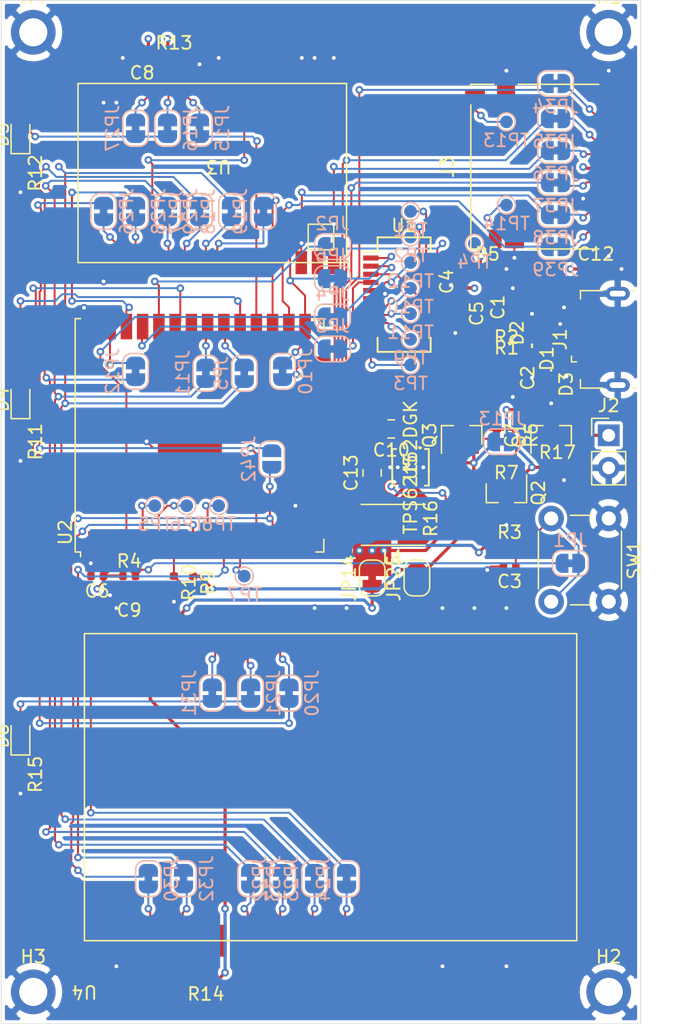
<source format=kicad_pcb>
(kicad_pcb (version 20171130) (host pcbnew "(5.1.6)-1")
  (layers (0 F.Cu signal) (1 In1.Cu signal) (2 In2.Cu signal) (31 B.Cu signal) (34 B.Paste user) (35 F.Paste user) (36 B.SilkS user) (37 F.SilkS user) (38 B.Mask user) (39 F.Mask user) (44 Edge.Cuts user))
  (net 0 "")
  (net 1 GND)
  (net 2 /D+)
  (net 3 /D-)
  (net 4 /SW_RESET)
  (net 5 +3V3)
  (net 6 /FT_3V3)
  (net 7 "Net-(C7-Pad2)")
  (net 8 /BATT_PROT)
  (net 9 +BATT)
  (net 10 /VBUS)
  (net 11 /ESP_LED)
  (net 12 "Net-(D4-Pad1)")
  (net 13 /LORA1_DIO2)
  (net 14 "Net-(D5-Pad1)")
  (net 15 /LORA2_DIO2)
  (net 16 "Net-(D6-Pad1)")
  (net 17 /BATT_IN)
  (net 18 /FT_RTS)
  (net 19 "Net-(JP2-Pad1)")
  (net 20 /FT_TXD)
  (net 21 "Net-(JP3-Pad1)")
  (net 22 /FT_RXD)
  (net 23 "Net-(JP4-Pad1)")
  (net 24 "Net-(JP6-Pad1)")
  (net 25 /FT_DTR)
  (net 26 "Net-(JP10-Pad1)")
  (net 27 /VSPI_MISO)
  (net 28 /LORA1_MISO)
  (net 29 /VSPI_MOSI)
  (net 30 /LORA1_MOSI)
  (net 31 /LORA1_RXEN)
  (net 32 "Net-(JP15-Pad2)")
  (net 33 "Net-(JP16-Pad2)")
  (net 34 "Net-(JP17-Pad2)")
  (net 35 /LORA1_SCK)
  (net 36 "Net-(JP18-Pad2)")
  (net 37 /LORA1_NSS)
  (net 38 "Net-(JP19-Pad2)")
  (net 39 /LORA2_RXEN)
  (net 40 "Net-(JP20-Pad2)")
  (net 41 "Net-(JP21-Pad2)")
  (net 42 "Net-(JP22-Pad2)")
  (net 43 "Net-(JP23-Pad2)")
  (net 44 /LORA2_NSS)
  (net 45 "Net-(JP24-Pad2)")
  (net 46 "Net-(JP26-Pad1)")
  (net 47 /LORA1_DIO1)
  (net 48 "Net-(JP27-Pad1)")
  (net 49 "Net-(JP28-Pad1)")
  (net 50 /LORA1_BUSY)
  (net 51 "Net-(JP29-Pad1)")
  (net 52 "Net-(JP30-Pad1)")
  (net 53 /LORA2_DIO1)
  (net 54 "Net-(JP31-Pad1)")
  (net 55 "Net-(JP32-Pad1)")
  (net 56 /LORA2_BUSY)
  (net 57 "Net-(JP33-Pad1)")
  (net 58 /SD_DAT2)
  (net 59 "Net-(J3-Pad1)")
  (net 60 /SD_DAT3)
  (net 61 "Net-(J3-Pad2)")
  (net 62 /SD_CMD)
  (net 63 "Net-(J3-Pad3)")
  (net 64 /SD_CLK)
  (net 65 "Net-(J3-Pad5)")
  (net 66 "Net-(J3-Pad7)")
  (net 67 /SD_DAT1)
  (net 68 "Net-(J3-Pad8)")
  (net 69 "Net-(Q2-Pad2)")
  (net 70 "Net-(R1-Pad2)")
  (net 71 "Net-(R2-Pad1)")
  (net 72 "Net-(R5-Pad1)")
  (net 73 /VSPI_CLK)
  (net 74 "Net-(R10-Pad1)")
  (net 75 "Net-(R13-Pad2)")
  (net 76 "Net-(R14-Pad2)")
  (net 77 "Net-(R16-Pad2)")
  (net 78 "Net-(TP1-Pad1)")
  (net 79 "Net-(TP2-Pad1)")
  (net 80 "Net-(TP3-Pad1)")
  (net 81 "Net-(TP5-Pad1)")
  (net 82 "Net-(TP6-Pad1)")
  (net 83 "Net-(TP7-Pad1)")
  (net 84 "Net-(TP8-Pad1)")
  (net 85 /FT_CTS)
  (net 86 /FT_DSR)
  (net 87 /FT_DCD)
  (net 88 /FT_RI)
  (net 89 /SD_DET_A)
  (net 90 /SD_DET_B)
  (net 91 /SW)
  (net 92 /V_30S)
  (module TestPoint:TestPoint_Pad_D1.0mm (layer B.Cu) (at 39.5 16)
    (fp_text reference TP14 (at 0 1.448) (layer B.SilkS) (effects (justify mirror)))
    (fp_text value TestPoint)
    (pad 1 smd circle (at 0 0) (size 1 1) (layers B.Cu B.Mask) (net 90 /SD_DET_B))
  )
  (module TestPoint:TestPoint_Pad_D1.0mm (layer B.Cu) (at 39.5 9.5)
    (fp_text reference TP13 (at 0 1.448) (layer B.SilkS) (effects (justify mirror)))
    (fp_text value TestPoint)
    (pad 1 smd circle (at 0 0) (size 1 1) (layers B.Cu B.Mask) (net 89 /SD_DET_A))
  )
  (module Jumper:SolderJumper-2_P1.3mm_Bridged_RoundedPad1.0x1.5mm (layer B.Cu) (at 19 29.15 270)
    (fp_text reference JP5 (at 0 1.8 270) (layer B.SilkS) (effects (justify mirror)))
    (fp_text value SolderJumper_2_Bridged)
    (fp_poly (pts (xy 0.25 0.3) (xy -0.25 0.3) (xy -0.25 -0.3) (xy 0.25 -0.3)) (layer B.Cu) (width 0))
    (pad 1 smd custom (at -0.65 0 270) (size 1 0.5) (layers B.Cu B.Mask) (net 73 /VSPI_CLK) (options (clearance outline) (anchor rect)) (primitives (gr_circle (center 0 -0.25) (end 0.5 -0.25) (width 0)) (gr_circle (center 0 0.25) (end 0.5 0.25) (width 0)) (gr_poly (pts (xy 0 0.75) (xy 0.5 0.75) (xy 0.5 -0.75) (xy 0 -0.75)) (width 0))))
    (pad 2 smd custom (at 0.65 0 270) (size 1 0.5) (layers B.Cu B.Mask) (net 35 /LORA1_SCK) (options (clearance outline) (anchor rect)) (primitives (gr_circle (center 0 -0.25) (end 0.5 -0.25) (width 0)) (gr_circle (center 0 0.25) (end 0.5 0.25) (width 0)) (gr_poly (pts (xy 0 0.75) (xy -0.5 0.75) (xy -0.5 -0.75) (xy 0 -0.75)) (width 0))))
  )
  (module TestPoint:TestPoint_Pad_D1.0mm (layer B.Cu) (at 32 20.5)
    (fp_text reference TP12 (at 0 1.448) (layer B.SilkS) (effects (justify mirror)))
    (fp_text value TestPoint)
    (pad 1 smd circle (at 0 0) (size 1 1) (layers B.Cu B.Mask) (net 88 /FT_RI))
  )
  (module TestPoint:TestPoint_Pad_D1.0mm (layer B.Cu) (at 32 24.5)
    (fp_text reference TP11 (at 0 1.448) (layer B.SilkS) (effects (justify mirror)))
    (fp_text value TestPoint)
    (pad 1 smd circle (at 0 0) (size 1 1) (layers B.Cu B.Mask) (net 87 /FT_DCD))
  )
  (module TestPoint:TestPoint_Pad_D1.0mm (layer B.Cu) (at 32 22.5)
    (fp_text reference TP10 (at 0 1.448) (layer B.SilkS) (effects (justify mirror)))
    (fp_text value TestPoint)
    (pad 1 smd circle (at 0 0) (size 1 1) (layers B.Cu B.Mask) (net 86 /FT_DSR))
  )
  (module TestPoint:TestPoint_Pad_D1.0mm (layer B.Cu) (at 32 26.5)
    (fp_text reference TP9 (at 0 1.448) (layer B.SilkS) (effects (justify mirror)))
    (fp_text value TestPoint)
    (pad 1 smd circle (at 0 0) (size 1 1) (layers B.Cu B.Mask) (net 85 /FT_CTS))
  )
  (module TestPoint:TestPoint_Pad_D1.0mm (layer B.Cu) (at 17 39.5)
    (fp_text reference TP8 (at 0 1.448) (layer B.SilkS) (effects (justify mirror)))
    (fp_text value TP_HOLE)
    (pad 1 smd circle (at 0 0) (size 1 1) (layers B.Cu B.Mask) (net 84 "Net-(TP8-Pad1)"))
  )
  (module TestPoint:TestPoint_Pad_D1.0mm (layer B.Cu) (at 19 45)
    (fp_text reference TP7 (at 0 1.448) (layer B.SilkS) (effects (justify mirror)))
    (fp_text value TP_HOLE)
    (pad 1 smd circle (at 0 0) (size 1 1) (layers B.Cu B.Mask) (net 83 "Net-(TP7-Pad1)"))
  )
  (module TestPoint:TestPoint_Pad_D1.0mm (layer B.Cu) (at 14.5 39.5)
    (fp_text reference TP6 (at 0 1.448) (layer B.SilkS) (effects (justify mirror)))
    (fp_text value TP_HOLE)
    (pad 1 smd circle (at 0 0) (size 1 1) (layers B.Cu B.Mask) (net 82 "Net-(TP6-Pad1)"))
  )
  (module TestPoint:TestPoint_Pad_D1.0mm (layer B.Cu) (at 37 19)
    (fp_text reference TP4 (at 0 1.448) (layer B.SilkS) (effects (justify mirror)))
    (fp_text value TestPoint)
    (pad 1 smd circle (at 0 0) (size 1 1) (layers B.Cu B.Mask) (net 72 "Net-(R5-Pad1)"))
  )
  (module TestPoint:TestPoint_Pad_D1.0mm (layer B.Cu) (at 32 28.5)
    (fp_text reference TP3 (at 0 1.448) (layer B.SilkS) (effects (justify mirror)))
    (fp_text value TestPoint)
    (pad 1 smd circle (at 0 0) (size 1 1) (layers B.Cu B.Mask) (net 80 "Net-(TP3-Pad1)"))
  )
  (module TestPoint:TestPoint_Pad_D1.0mm (layer B.Cu) (at 32 18.5)
    (fp_text reference TP2 (at 0 1.448) (layer B.SilkS) (effects (justify mirror)))
    (fp_text value TestPoint)
    (pad 1 smd circle (at 0 0) (size 1 1) (layers B.Cu B.Mask) (net 79 "Net-(TP2-Pad1)"))
  )
  (module TestPoint:TestPoint_Pad_D1.0mm (layer B.Cu) (at 32 16.5)
    (fp_text reference TP1 (at 0 1.448) (layer B.SilkS) (effects (justify mirror)))
    (fp_text value TestPoint)
    (pad 1 smd circle (at 0 0) (size 1 1) (layers B.Cu B.Mask) (net 78 "Net-(TP1-Pad1)"))
  )
  (module TestPoint:TestPoint_Pad_D1.0mm (layer B.Cu) (at 12 39.5)
    (fp_text reference TP5 (at 0 1.448) (layer B.SilkS) (effects (justify mirror)))
    (fp_text value TP_HOLE)
    (pad 1 smd circle (at 0 0) (size 1 1) (layers B.Cu B.Mask) (net 81 "Net-(TP5-Pad1)"))
  )
  (module Resistor_SMD:R_0402_1005Metric (layer F.Cu) (at 43.485 36.5)
    (fp_text reference R17 (at 0 -1.17) (layer F.SilkS))
    (fp_text value 100K)
    (pad 2 smd roundrect (at 0.485 0) (size 0.59 0.64) (layers F.Cu F.Paste F.Mask) (net 1 GND))
    (pad 1 smd roundrect (at -0.485 0) (size 0.59 0.64) (layers F.Cu F.Paste F.Mask) (net 10 /VBUS))
  )
  (module parts:microSD_HC_Hirose_DM3D-SF (layer F.Cu) (at 42.5 13 90)
    (fp_text reference J3 (at -0.025 -7.625 90) (layer F.SilkS))
    (fp_text value Micro_SD_Card_Det_Hirose_DM3AT)
    (pad 8 smd rect (at -4.525 5.35 90) (size 0.7 2.5) (layers F.Cu F.Paste F.Mask) (net 68 "Net-(J3-Pad8)"))
    (pad 11 smd rect (at -5.725 5.225 90) (size 1.3 1.5) (layers F.Cu F.Paste F.Mask) (net 1 GND))
    (pad 11 smd rect (at -5.975 -2.375 90) (size 0.8 1.5) (layers F.Cu F.Paste F.Mask) (net 1 GND))
    (pad 9 smd rect (at -5.65 -3.875 90) (size 1.45 1) (layers F.Cu F.Paste F.Mask) (net 90 /SD_DET_B))
    (pad 11 smd rect (at 5.975 -3.025 90) (size 0.8 1.4) (layers F.Cu F.Paste F.Mask) (net 1 GND))
    (pad 7 smd rect (at -3.425 5.35 90) (size 0.7 2.5) (layers F.Cu F.Paste F.Mask) (net 66 "Net-(J3-Pad7)"))
    (pad 6 smd rect (at -2.325 5.35 90) (size 0.7 2.5) (layers F.Cu F.Paste F.Mask) (net 1 GND))
    (pad 5 smd rect (at -1.225 5.35 90) (size 0.7 2.5) (layers F.Cu F.Paste F.Mask) (net 65 "Net-(J3-Pad5)"))
    (pad 4 smd rect (at -0.125 5.35 90) (size 0.7 2.5) (layers F.Cu F.Paste F.Mask) (net 5 +3V3))
    (pad 3 smd rect (at 0.975 5.35 90) (size 0.7 2.5) (layers F.Cu F.Paste F.Mask) (net 63 "Net-(J3-Pad3)"))
    (pad 2 smd rect (at 2.075 5.35 90) (size 0.7 2.5) (layers F.Cu F.Paste F.Mask) (net 61 "Net-(J3-Pad2)"))
    (pad 1 smd rect (at 3.175 5.35 90) (size 0.7 2.5) (layers F.Cu F.Paste F.Mask) (net 59 "Net-(J3-Pad1)"))
    (pad 11 smd rect (at 5.625 5.225 90) (size 1.5 1.5) (layers F.Cu F.Paste F.Mask) (net 1 GND))
    (pad 10 smd rect (at 5.575 -5.45 90) (size 1 1.55) (layers F.Cu F.Paste F.Mask) (net 89 /SD_DET_A))
  )
  (module parts:USB_Micro-B_GCT_USB3076-30-A_handsolder (layer F.Cu) (at 47 26.5 90)
    (fp_text reference J1 (at 0 -3.3 90) (layer F.SilkS))
    (fp_text value USB_B_Micro)
    (pad 6 smd rect (at 1.125 1.2 90) (size 1.75 1.9) (layers F.Cu F.Paste F.Mask) (net 1 GND))
    (pad 2 smd rect (at -0.65 -1.75 90) (size 0.4 2) (layers F.Cu F.Paste F.Mask) (net 3 /D-))
    (pad 1 smd rect (at -1.3 -1.75 90) (size 0.4 2) (layers F.Cu F.Paste F.Mask) (net 10 /VBUS))
    (pad 5 smd rect (at 1.3 -1.75 90) (size 0.4 2) (layers F.Cu F.Paste F.Mask) (net 1 GND))
    (pad 4 smd rect (at 0.65 -1.75 90) (size 0.4 2) (layers F.Cu F.Paste F.Mask))
    (pad 3 smd rect (at 0 -1.75 90) (size 0.4 2) (layers F.Cu F.Paste F.Mask) (net 2 /D+))
    (pad 6 smd rect (at -1.125 1.2 90) (size 1.75 1.9) (layers F.Cu F.Paste F.Mask) (net 1 GND))
    (pad 6 thru_hole oval (at -3.575 1.2 270) (size 1.05 1.9) (drill oval 0.45 1.25) (layers *.Cu *.Mask) (net 1 GND))
    (pad 6 thru_hole oval (at 3.575 1.2 90) (size 1.05 1.9) (drill oval 0.45 1.25) (layers *.Cu *.Mask) (net 1 GND))
    (pad 6 smd rect (at 2.32 -1.03 90) (size 1.15 1.45) (layers F.Cu F.Paste F.Mask) (net 1 GND))
    (pad 6 smd rect (at -2.32 -1.03 90) (size 1.15 1.45) (layers F.Cu F.Paste F.Mask) (net 1 GND))
  )
  (module parts:TPS62162DSGT (layer F.Cu) (at 32 36.5 270)
    (fp_text reference U5 (at 0 0 90) (layer F.SilkS))
    (fp_text value TPS62162DGK (at 0 0 90) (layer F.SilkS))
    (fp_line (start 0 -0.8) (end 0 -0.8) (layer F.Cu) (width 0.1524))
    (fp_line (start 0 -0.8) (end 0 -0.8) (layer F.Cu) (width 0.1524))
    (fp_line (start 0 -0.8) (end 0 -0.8) (layer F.Cu) (width 0.1524))
    (fp_line (start 0 -0.8) (end 0 -0.8) (layer F.Cu) (width 0.1524))
    (fp_line (start 0 -0.8) (end 0 -0.8) (layer F.Cu) (width 0.1524))
    (fp_line (start 0 -0.8) (end 0 -0.8) (layer F.Cu) (width 0.1524))
    (fp_line (start 0 -0.8) (end 0 -0.8) (layer F.Cu) (width 0.1524))
    (fp_line (start 0 -0.8) (end 0 -0.8) (layer F.Cu) (width 0.1524))
    (fp_line (start 0 0.8) (end 0 0.8) (layer F.Cu) (width 0.1524))
    (fp_line (start 0 0.8) (end 0 0.8) (layer F.Cu) (width 0.1524))
    (fp_line (start 0 0.8) (end 0 0.8) (layer F.Cu) (width 0.1524))
    (fp_line (start 0 0.8) (end 0 0.8) (layer F.Cu) (width 0.1524))
    (fp_line (start 0 0.8) (end 0 0.8) (layer F.Cu) (width 0.1524))
    (fp_line (start 0 0.8) (end 0 0.8) (layer F.Cu) (width 0.1524))
    (fp_line (start 0 0.8) (end 0 0.8) (layer F.Cu) (width 0.1524))
    (fp_line (start 0 0.8) (end 0 0.8) (layer F.Cu) (width 0.1524))
    (fp_text user * (at 0 0 90) (layer F.SilkS))
    (pad 9 smd rect (at 0 0 270) (size 0.9 1.6) (layers F.Cu F.Paste F.Mask) (net 1 GND))
    (pad 8 smd rect (at 0.950001 -0.750001 270) (size 0.5 0.28) (layers F.Cu F.Paste F.Mask) (net 1 GND))
    (pad 7 smd rect (at 0.950001 -0.25 270) (size 0.5 0.28) (layers F.Cu F.Paste F.Mask) (net 91 /SW))
    (pad 6 smd rect (at 0.950001 0.25 270) (size 0.5 0.28) (layers F.Cu F.Paste F.Mask) (net 5 +3V3))
    (pad 5 smd rect (at 0.950001 0.750001 270) (size 0.5 0.28) (layers F.Cu F.Paste F.Mask) (net 77 "Net-(R16-Pad2)"))
    (pad 4 smd rect (at -0.950001 0.750001 270) (size 0.5 0.28) (layers F.Cu F.Paste F.Mask) (net 1 GND))
    (pad 3 smd rect (at -0.950001 0.25 270) (size 0.5 0.28) (layers F.Cu F.Paste F.Mask) (net 9 +BATT))
    (pad 2 smd rect (at -0.950001 -0.25 270) (size 0.5 0.28) (layers F.Cu F.Paste F.Mask) (net 9 +BATT))
    (pad 1 smd rect (at -0.950001 -0.750001 270) (size 0.5 0.28) (layers F.Cu F.Paste F.Mask) (net 1 GND))
  )
  (module parts:E22-900M30S (layer F.Cu) (at 6.5 73.5 180)
    (fp_text reference U4 (at 0 -4 180 unlocked) (layer F.SilkS))
    (fp_text value E22-900M30S)
    (pad 12 smd rect (at -2.61 0 180) (size 1.8 2.5) (layers F.Cu F.Paste F.Mask) (net 1 GND))
    (pad 13 smd rect (at -5.15 0 180) (size 1.8 2.5) (layers F.Cu F.Paste F.Mask) (net 52 "Net-(JP30-Pad1)"))
    (pad 14 smd rect (at -7.69 0 180) (size 1.8 2.5) (layers F.Cu F.Paste F.Mask) (net 55 "Net-(JP32-Pad1)"))
    (pad 15 smd rect (at -10.23 0 180) (size 1.8 2.5) (layers F.Cu F.Paste F.Mask) (net 76 "Net-(R14-Pad2)"))
    (pad 16 smd rect (at -12.77 0 180) (size 1.8 2.5) (layers F.Cu F.Paste F.Mask) (net 57 "Net-(JP33-Pad1)"))
    (pad 17 smd rect (at -15.31 0 180) (size 1.8 2.5) (layers F.Cu F.Paste F.Mask) (net 42 "Net-(JP22-Pad2)"))
    (pad 18 smd rect (at -17.85 0 180) (size 1.8 2.5) (layers F.Cu F.Paste F.Mask) (net 43 "Net-(JP23-Pad2)"))
    (pad 19 smd rect (at -20.39 0 180) (size 1.8 2.5) (layers F.Cu F.Paste F.Mask) (net 45 "Net-(JP24-Pad2)"))
    (pad 22 smd rect (at -33.04 0 180) (size 1.8 2.5) (layers F.Cu F.Paste F.Mask) (net 1 GND))
    (pad 21 smd rect (at -30.5 0 180) (size 1.8 2.5) (layers F.Cu F.Paste F.Mask))
    (pad 20 smd rect (at -27.96 0 180) (size 1.8 2.5) (layers F.Cu F.Paste F.Mask) (net 1 GND))
    (pad 7 smd rect (at -12.77 24 180) (size 1.8 2.5) (layers F.Cu F.Paste F.Mask) (net 41 "Net-(JP21-Pad2)"))
    (pad 6 smd rect (at -15.31 24 180) (size 1.8 2.5) (layers F.Cu F.Paste F.Mask) (net 40 "Net-(JP20-Pad2)"))
    (pad 4 smd rect (at -20.39 24 180) (size 1.8 2.5) (layers F.Cu F.Paste F.Mask) (net 1 GND))
    (pad 9 smd rect (at -7.69 24 180) (size 1.8 2.5) (layers F.Cu F.Paste F.Mask) (net 92 /V_30S))
    (pad 10 smd rect (at -5.15 24 180) (size 1.8 2.5) (layers F.Cu F.Paste F.Mask) (net 92 /V_30S))
    (pad 5 smd rect (at -17.85 24 180) (size 1.8 2.5) (layers F.Cu F.Paste F.Mask) (net 1 GND))
    (pad 1 smd rect (at -33.04 24 180) (size 1.8 2.5) (layers F.Cu F.Paste F.Mask) (net 1 GND))
    (pad 3 smd rect (at -27.96 24 180) (size 1.8 2.5) (layers F.Cu F.Paste F.Mask) (net 1 GND))
    (pad 8 smd rect (at -10.23 24 180) (size 1.8 2.5) (layers F.Cu F.Paste F.Mask) (net 54 "Net-(JP31-Pad1)"))
    (pad 2 smd rect (at -30.5 24 180) (size 1.8 2.5) (layers F.Cu F.Paste F.Mask) (net 1 GND))
    (pad 11 smd rect (at -2.61 24 180) (size 1.8 2.5) (layers F.Cu F.Paste F.Mask) (net 1 GND))
  )
  (module parts:E22_900T22S (layer F.Cu) (at 8 20.5 180)
    (fp_text reference U3 (at -9 7.5 180 unlocked) (layer F.SilkS))
    (fp_text value E22-900M22S)
    (pad 12 smd rect (at 0 0 180) (size 0.9 1.8) (layers F.Cu F.Paste F.Mask) (net 1 GND))
    (pad 13 smd rect (at -1.27 0 180) (size 0.9 1.8) (layers F.Cu F.Paste F.Mask) (net 46 "Net-(JP26-Pad1)"))
    (pad 14 smd rect (at -2.54 0 180) (size 0.9 1.8) (layers F.Cu F.Paste F.Mask) (net 49 "Net-(JP28-Pad1)"))
    (pad 15 smd rect (at -3.81 0 180) (size 0.9 1.8) (layers F.Cu F.Paste F.Mask) (net 75 "Net-(R13-Pad2)"))
    (pad 16 smd rect (at -5.08 0 180) (size 0.9 1.8) (layers F.Cu F.Paste F.Mask) (net 51 "Net-(JP29-Pad1)"))
    (pad 17 smd rect (at -6.35 0 180) (size 0.9 1.8) (layers F.Cu F.Paste F.Mask) (net 34 "Net-(JP17-Pad2)"))
    (pad 18 smd rect (at -7.62 0 180) (size 0.9 1.8) (layers F.Cu F.Paste F.Mask) (net 36 "Net-(JP18-Pad2)"))
    (pad 22 smd rect (at -18 0 180) (size 0.9 1.8) (layers F.Cu F.Paste F.Mask) (net 1 GND))
    (pad 21 smd rect (at -16.73 0 180) (size 0.9 1.8) (layers F.Cu F.Paste F.Mask))
    (pad 20 smd rect (at -15.46 0 180) (size 0.9 1.8) (layers F.Cu F.Paste F.Mask) (net 1 GND))
    (pad 7 smd rect (at -5.08 14 180) (size 0.9 1.8) (layers F.Cu F.Paste F.Mask) (net 33 "Net-(JP16-Pad2)"))
    (pad 8 smd rect (at -3.81 14 180) (size 0.9 1.8) (layers F.Cu F.Paste F.Mask) (net 48 "Net-(JP27-Pad1)"))
    (pad 4 smd rect (at -8.89 14 180) (size 0.9 1.8) (layers F.Cu F.Paste F.Mask) (net 1 GND))
    (pad 5 smd rect (at -7.62 14 180) (size 0.9 1.8) (layers F.Cu F.Paste F.Mask) (net 1 GND))
    (pad 9 smd rect (at -2.54 14 180) (size 0.9 1.8) (layers F.Cu F.Paste F.Mask) (net 5 +3V3))
    (pad 10 smd rect (at -1.27 14 180) (size 0.9 1.8) (layers F.Cu F.Paste F.Mask) (net 1 GND))
    (pad 6 smd rect (at -6.35 14 180) (size 0.9 1.8) (layers F.Cu F.Paste F.Mask) (net 32 "Net-(JP15-Pad2)"))
    (pad 2 smd rect (at -16.73 14 180) (size 0.9 1.8) (layers F.Cu F.Paste F.Mask) (net 1 GND))
    (pad 3 smd rect (at -15.46 14 180) (size 0.9 1.8) (layers F.Cu F.Paste F.Mask) (net 1 GND))
    (pad 1 smd rect (at -18 14 180) (size 0.9 1.8) (layers F.Cu F.Paste F.Mask) (net 1 GND))
    (pad 19 smd rect (at -8.89 0 180) (size 0.9 1.8) (layers F.Cu F.Paste F.Mask) (net 38 "Net-(JP19-Pad2)"))
    (pad 11 smd rect (at 0 14 180) (size 0.9 1.8) (layers F.Cu F.Paste F.Mask) (net 1 GND))
  )
  (module RF_Module:ESP32-WROOM-32U (layer F.Cu) (at 15.5 34 90)
    (fp_text reference U2 (at -7.58 -10.5 270) (layer F.SilkS))
    (fp_text value ESP32-WROOM-32U)
    (pad 38 smd rect (at 8.5 -8.255 90) (size 2 0.9) (layers F.Cu F.Paste F.Mask) (net 1 GND))
    (pad 37 smd rect (at 8.5 -6.985 90) (size 2 0.9) (layers F.Cu F.Paste F.Mask) (net 29 /VSPI_MOSI))
    (pad 36 smd rect (at 8.5 -5.715 90) (size 2 0.9) (layers F.Cu F.Paste F.Mask) (net 50 /LORA1_BUSY))
    (pad 35 smd rect (at 8.5 -4.445 90) (size 2 0.9) (layers F.Cu F.Paste F.Mask) (net 22 /FT_RXD))
    (pad 34 smd rect (at 8.5 -3.175 90) (size 2 0.9) (layers F.Cu F.Paste F.Mask) (net 20 /FT_TXD))
    (pad 33 smd rect (at 8.5 -1.905 90) (size 2 0.9) (layers F.Cu F.Paste F.Mask) (net 39 /LORA2_RXEN))
    (pad 32 smd rect (at 8.5 -0.635 90) (size 2 0.9) (layers F.Cu F.Paste F.Mask))
    (pad 31 smd rect (at 8.5 0.635 90) (size 2 0.9) (layers F.Cu F.Paste F.Mask) (net 27 /VSPI_MISO))
    (pad 30 smd rect (at 8.5 1.905 90) (size 2 0.9) (layers F.Cu F.Paste F.Mask) (net 73 /VSPI_CLK))
    (pad 29 smd rect (at 8.5 3.175 90) (size 2 0.9) (layers F.Cu F.Paste F.Mask) (net 11 /ESP_LED))
    (pad 28 smd rect (at 8.5 4.445 90) (size 2 0.9) (layers F.Cu F.Paste F.Mask) (net 31 /LORA1_RXEN))
    (pad 27 smd rect (at 8.5 5.715 90) (size 2 0.9) (layers F.Cu F.Paste F.Mask) (net 37 /LORA1_NSS))
    (pad 26 smd rect (at 8.5 6.985 90) (size 2 0.9) (layers F.Cu F.Paste F.Mask) (net 67 /SD_DAT1))
    (pad 25 smd rect (at 8.5 8.255 90) (size 2 0.9) (layers F.Cu F.Paste F.Mask) (net 25 /FT_DTR))
    (pad 24 smd rect (at 5.715 9.255 180) (size 2 0.9) (layers F.Cu F.Paste F.Mask) (net 26 "Net-(JP10-Pad1)"))
    (pad 23 smd rect (at 4.445 9.255 180) (size 2 0.9) (layers F.Cu F.Paste F.Mask) (net 62 /SD_CMD))
    (pad 22 smd rect (at 3.175 9.255 180) (size 2 0.9) (layers F.Cu F.Paste F.Mask))
    (pad 21 smd rect (at 1.905 9.255 180) (size 2 0.9) (layers F.Cu F.Paste F.Mask))
    (pad 20 smd rect (at 0.635 9.255 180) (size 2 0.9) (layers F.Cu F.Paste F.Mask))
    (pad 19 smd rect (at -0.635 9.255 180) (size 2 0.9) (layers F.Cu F.Paste F.Mask))
    (pad 18 smd rect (at -1.905 9.255 180) (size 2 0.9) (layers F.Cu F.Paste F.Mask))
    (pad 17 smd rect (at -3.175 9.255 180) (size 2 0.9) (layers F.Cu F.Paste F.Mask))
    (pad 16 smd rect (at -4.445 9.255 180) (size 2 0.9) (layers F.Cu F.Paste F.Mask) (net 60 /SD_DAT3))
    (pad 15 smd rect (at -5.715 9.255) (size 2 0.9) (layers F.Cu F.Paste F.Mask) (net 1 GND))
    (pad 14 smd rect (at -8.5 8.255 90) (size 2 0.9) (layers F.Cu F.Paste F.Mask) (net 58 /SD_DAT2))
    (pad 13 smd rect (at -8.5 6.985 90) (size 2 0.9) (layers F.Cu F.Paste F.Mask) (net 64 /SD_CLK))
    (pad 12 smd rect (at -8.5 5.715 90) (size 2 0.9) (layers F.Cu F.Paste F.Mask) (net 53 /LORA2_DIO1))
    (pad 11 smd rect (at -8.5 4.445 90) (size 2 0.9) (layers F.Cu F.Paste F.Mask) (net 47 /LORA1_DIO1))
    (pad 10 smd rect (at -8.5 3.175 90) (size 2 0.9) (layers F.Cu F.Paste F.Mask) (net 83 "Net-(TP7-Pad1)"))
    (pad 9 smd rect (at -8.5 1.905 90) (size 2 0.9) (layers F.Cu F.Paste F.Mask) (net 44 /LORA2_NSS))
    (pad 8 smd rect (at -8.5 0.635 90) (size 2 0.9) (layers F.Cu F.Paste F.Mask) (net 84 "Net-(TP8-Pad1)"))
    (pad 7 smd rect (at -8.5 -0.635 90) (size 2 0.9) (layers F.Cu F.Paste F.Mask) (net 56 /LORA2_BUSY))
    (pad 6 smd rect (at -8.5 -1.905 90) (size 2 0.9) (layers F.Cu F.Paste F.Mask) (net 74 "Net-(R10-Pad1)"))
    (pad 5 smd rect (at -8.5 -3.175 90) (size 2 0.9) (layers F.Cu F.Paste F.Mask) (net 82 "Net-(TP6-Pad1)"))
    (pad 4 smd rect (at -8.5 -4.445 90) (size 2 0.9) (layers F.Cu F.Paste F.Mask) (net 81 "Net-(TP5-Pad1)"))
    (pad 3 smd rect (at -8.5 -5.715 90) (size 2 0.9) (layers F.Cu F.Paste F.Mask) (net 18 /FT_RTS))
    (pad 2 smd rect (at -8.5 -6.985 90) (size 2 0.9) (layers F.Cu F.Paste F.Mask) (net 5 +3V3))
    (pad 1 smd rect (at -8.5 -8.255 90) (size 2 0.9) (layers F.Cu F.Paste F.Mask) (net 1 GND))
    (pad 39 smd rect (at -1 -0.755 90) (size 5 5) (layers F.Cu F.Paste F.Mask) (net 1 GND))
  )
  (module Package_SO:SSOP-20_3.9x8.7mm_P0.635mm (layer F.Cu) (at 31.5 23)
    (fp_text reference U1 (at 0 -5.4) (layer F.SilkS))
    (fp_text value FT231XS)
    (pad 20 smd rect (at 2.6 -2.8575) (size 1.2 0.4) (layers F.Cu F.Paste F.Mask) (net 19 "Net-(JP2-Pad1)"))
    (pad 19 smd rect (at 2.6 -2.2225) (size 1.2 0.4) (layers F.Cu F.Paste F.Mask) (net 72 "Net-(R5-Pad1)"))
    (pad 18 smd rect (at 2.6 -1.5875) (size 1.2 0.4) (layers F.Cu F.Paste F.Mask) (net 78 "Net-(TP1-Pad1)"))
    (pad 17 smd rect (at 2.6 -0.9525) (size 1.2 0.4) (layers F.Cu F.Paste F.Mask) (net 79 "Net-(TP2-Pad1)"))
    (pad 16 smd rect (at 2.6 -0.3175) (size 1.2 0.4) (layers F.Cu F.Paste F.Mask) (net 1 GND))
    (pad 15 smd rect (at 2.6 0.3175) (size 1.2 0.4) (layers F.Cu F.Paste F.Mask) (net 5 +3V3))
    (pad 14 smd rect (at 2.6 0.9525) (size 1.2 0.4) (layers F.Cu F.Paste F.Mask) (net 6 /FT_3V3))
    (pad 13 smd rect (at 2.6 1.5875) (size 1.2 0.4) (layers F.Cu F.Paste F.Mask) (net 6 /FT_3V3))
    (pad 12 smd rect (at 2.6 2.2225) (size 1.2 0.4) (layers F.Cu F.Paste F.Mask) (net 71 "Net-(R2-Pad1)"))
    (pad 11 smd rect (at 2.6 2.8575) (size 1.2 0.4) (layers F.Cu F.Paste F.Mask) (net 70 "Net-(R1-Pad2)"))
    (pad 10 smd rect (at -2.6 2.8575) (size 1.2 0.4) (layers F.Cu F.Paste F.Mask) (net 80 "Net-(TP3-Pad1)"))
    (pad 9 smd rect (at -2.6 2.2225) (size 1.2 0.4) (layers F.Cu F.Paste F.Mask) (net 85 /FT_CTS))
    (pad 8 smd rect (at -2.6 1.5875) (size 1.2 0.4) (layers F.Cu F.Paste F.Mask) (net 87 /FT_DCD))
    (pad 7 smd rect (at -2.6 0.9525) (size 1.2 0.4) (layers F.Cu F.Paste F.Mask) (net 86 /FT_DSR))
    (pad 6 smd rect (at -2.6 0.3175) (size 1.2 0.4) (layers F.Cu F.Paste F.Mask) (net 1 GND))
    (pad 5 smd rect (at -2.6 -0.3175) (size 1.2 0.4) (layers F.Cu F.Paste F.Mask) (net 88 /FT_RI))
    (pad 4 smd rect (at -2.6 -0.9525) (size 1.2 0.4) (layers F.Cu F.Paste F.Mask) (net 21 "Net-(JP3-Pad1)"))
    (pad 3 smd rect (at -2.6 -1.5875) (size 1.2 0.4) (layers F.Cu F.Paste F.Mask) (net 6 /FT_3V3))
    (pad 2 smd rect (at -2.6 -2.2225) (size 1.2 0.4) (layers F.Cu F.Paste F.Mask) (net 23 "Net-(JP4-Pad1)"))
    (pad 1 smd rect (at -2.6 -2.8575) (size 1.2 0.4) (layers F.Cu F.Paste F.Mask) (net 24 "Net-(JP6-Pad1)"))
  )
  (module Button_Switch_THT:SW_PUSH_6mm (layer F.Cu) (at 47.5 40.5 270)
    (fp_text reference SW1 (at 3.25 -2 90) (layer F.SilkS))
    (fp_text value SW_Push-Std)
    (pad 1 thru_hole circle (at 6.5 0) (size 2 2) (drill 1.1) (layers *.Cu *.Mask) (net 1 GND))
    (pad 2 thru_hole circle (at 6.5 4.5) (size 2 2) (drill 1.1) (layers *.Cu *.Mask) (net 4 /SW_RESET))
    (pad 1 thru_hole circle (at 0 0) (size 2 2) (drill 1.1) (layers *.Cu *.Mask) (net 1 GND))
    (pad 2 thru_hole circle (at 0 4.5) (size 2 2) (drill 1.1) (layers *.Cu *.Mask) (net 4 /SW_RESET))
  )
  (module Resistor_SMD:R_0402_1005Metric (layer F.Cu) (at 34.75 40.5 90)
    (fp_text reference R16 (at 0 -1.17 90) (layer F.SilkS))
    (fp_text value 100K)
    (pad 2 smd roundrect (at 0.485 0 90) (size 0.59 0.64) (layers F.Cu F.Paste F.Mask) (net 77 "Net-(R16-Pad2)"))
    (pad 1 smd roundrect (at -0.485 0 90) (size 0.59 0.64) (layers F.Cu F.Paste F.Mask) (net 5 +3V3))
  )
  (module Resistor_SMD:R_0402_1005Metric (layer F.Cu) (at 1.5 60.5 270)
    (fp_text reference R15 (at 0 -1.17 90) (layer F.SilkS))
    (fp_text value 10K)
    (pad 1 smd roundrect (at -0.485 0 270) (size 0.59 0.64) (layers F.Cu F.Paste F.Mask) (net 16 "Net-(D6-Pad1)"))
    (pad 2 smd roundrect (at 0.485 0 270) (size 0.59 0.64) (layers F.Cu F.Paste F.Mask) (net 1 GND))
  )
  (module Resistor_SMD:R_0402_1005Metric (layer F.Cu) (at 16 76.5 180)
    (fp_text reference R14 (at 0 -1.17) (layer F.SilkS))
    (fp_text value NC)
    (pad 1 smd roundrect (at -0.485 0 180) (size 0.59 0.64) (layers F.Cu F.Paste F.Mask) (net 92 /V_30S))
    (pad 2 smd roundrect (at 0.485 0 180) (size 0.59 0.64) (layers F.Cu F.Paste F.Mask) (net 76 "Net-(R14-Pad2)"))
  )
  (module Resistor_SMD:R_0402_1005Metric (layer F.Cu) (at 13.515 4.5)
    (fp_text reference R13 (at 0 -1.17) (layer F.SilkS))
    (fp_text value NC)
    (pad 1 smd roundrect (at -0.485 0) (size 0.59 0.64) (layers F.Cu F.Paste F.Mask) (net 5 +3V3))
    (pad 2 smd roundrect (at 0.485 0) (size 0.59 0.64) (layers F.Cu F.Paste F.Mask) (net 75 "Net-(R13-Pad2)"))
  )
  (module Resistor_SMD:R_0402_1005Metric (layer F.Cu) (at 1.5 13.5 270)
    (fp_text reference R12 (at 0 -1.17 90) (layer F.SilkS))
    (fp_text value 10K)
    (pad 1 smd roundrect (at -0.485 0 270) (size 0.59 0.64) (layers F.Cu F.Paste F.Mask) (net 14 "Net-(D5-Pad1)"))
    (pad 2 smd roundrect (at 0.485 0 270) (size 0.59 0.64) (layers F.Cu F.Paste F.Mask) (net 1 GND))
  )
  (module Resistor_SMD:R_0402_1005Metric (layer F.Cu) (at 1.5 34.5 270)
    (fp_text reference R11 (at 0 -1.17 90) (layer F.SilkS))
    (fp_text value 10K)
    (pad 2 smd roundrect (at 0.485 0 270) (size 0.59 0.64) (layers F.Cu F.Paste F.Mask) (net 1 GND))
    (pad 1 smd roundrect (at -0.485 0 270) (size 0.59 0.64) (layers F.Cu F.Paste F.Mask) (net 12 "Net-(D4-Pad1)"))
  )
  (module Resistor_SMD:R_0402_1005Metric (layer F.Cu) (at 13.5 45.485 270)
    (fp_text reference R10 (at 0 -1.17 90) (layer F.SilkS))
    (fp_text value 10K)
    (pad 2 smd roundrect (at 0.485 0 270) (size 0.59 0.64) (layers F.Cu F.Paste F.Mask) (net 1 GND))
    (pad 1 smd roundrect (at -0.485 0 270) (size 0.59 0.64) (layers F.Cu F.Paste F.Mask) (net 74 "Net-(R10-Pad1)"))
  )
  (module Resistor_SMD:R_0402_1005Metric (layer F.Cu) (at 15 45.5 270)
    (fp_text reference R9 (at 0 -1.17 90) (layer F.SilkS))
    (fp_text value 10K)
    (pad 2 smd roundrect (at 0.485 0 270) (size 0.59 0.64) (layers F.Cu F.Paste F.Mask) (net 74 "Net-(R10-Pad1)"))
    (pad 1 smd roundrect (at -0.485 0 270) (size 0.59 0.64) (layers F.Cu F.Paste F.Mask) (net 9 +BATT))
  )
  (module Resistor_SMD:R_0402_1005Metric (layer F.Cu) (at 39.5 35.75 180)
    (fp_text reference R7 (at 0 -1.17) (layer F.SilkS))
    (fp_text value 100)
    (pad 2 smd roundrect (at 0.485 0 180) (size 0.59 0.64) (layers F.Cu F.Paste F.Mask) (net 69 "Net-(Q2-Pad2)"))
    (pad 1 smd roundrect (at -0.485 0 180) (size 0.59 0.64) (layers F.Cu F.Paste F.Mask) (net 7 "Net-(C7-Pad2)"))
  )
  (module Resistor_SMD:R_0402_1005Metric (layer F.Cu) (at 40.25 34 270)
    (fp_text reference R6 (at 0 -1.17 90) (layer F.SilkS))
    (fp_text value 100K)
    (pad 2 smd roundrect (at 0.485 0 270) (size 0.59 0.64) (layers F.Cu F.Paste F.Mask) (net 7 "Net-(C7-Pad2)"))
    (pad 1 smd roundrect (at -0.485 0 270) (size 0.59 0.64) (layers F.Cu F.Paste F.Mask) (net 8 /BATT_PROT))
  )
  (module Resistor_SMD:R_0402_1005Metric (layer F.Cu) (at 38.015 21)
    (fp_text reference R5 (at 0 -1.17) (layer F.SilkS))
    (fp_text value 0)
    (pad 2 smd roundrect (at 0.485 0) (size 0.59 0.64) (layers F.Cu F.Paste F.Mask) (net 1 GND))
    (pad 1 smd roundrect (at -0.485 0) (size 0.59 0.64) (layers F.Cu F.Paste F.Mask) (net 72 "Net-(R5-Pad1)"))
  )
  (module Resistor_SMD:R_0402_1005Metric (layer F.Cu) (at 10 45)
    (fp_text reference R4 (at 0 -1.17) (layer F.SilkS))
    (fp_text value 10K)
    (pad 2 smd roundrect (at 0.485 0) (size 0.59 0.64) (layers F.Cu F.Paste F.Mask) (net 18 /FT_RTS))
    (pad 1 smd roundrect (at -0.485 0) (size 0.59 0.64) (layers F.Cu F.Paste F.Mask) (net 5 +3V3))
  )
  (module Resistor_SMD:R_0402_1005Metric (layer F.Cu) (at 39.75 42.75)
    (fp_text reference R3 (at 0 -1.17) (layer F.SilkS))
    (fp_text value 10K)
    (pad 2 smd roundrect (at 0.485 0) (size 0.59 0.64) (layers F.Cu F.Paste F.Mask) (net 4 /SW_RESET))
    (pad 1 smd roundrect (at -0.485 0) (size 0.59 0.64) (layers F.Cu F.Paste F.Mask) (net 5 +3V3))
  )
  (module Resistor_SMD:R_0402_1005Metric (layer F.Cu) (at 39.5 27.5)
    (fp_text reference R2 (at 0 -1.17) (layer F.SilkS))
    (fp_text value 27)
    (pad 2 smd roundrect (at 0.485 0) (size 0.59 0.64) (layers F.Cu F.Paste F.Mask) (net 3 /D-))
    (pad 1 smd roundrect (at -0.485 0) (size 0.59 0.64) (layers F.Cu F.Paste F.Mask) (net 71 "Net-(R2-Pad1)"))
  )
  (module Resistor_SMD:R_0402_1005Metric (layer F.Cu) (at 39.515 26 180)
    (fp_text reference R1 (at 0 -1.17) (layer F.SilkS))
    (fp_text value 27)
    (pad 2 smd roundrect (at 0.485 0 180) (size 0.59 0.64) (layers F.Cu F.Paste F.Mask) (net 70 "Net-(R1-Pad2)"))
    (pad 1 smd roundrect (at -0.485 0 180) (size 0.59 0.64) (layers F.Cu F.Paste F.Mask) (net 2 /D+))
  )
  (module Package_TO_SOT_SMD:SOT-23 (layer F.Cu) (at 36 34 90)
    (fp_text reference Q3 (at 0 -2.5 90) (layer F.SilkS))
    (fp_text value AO3401)
    (pad 3 smd rect (at 1 0 90) (size 0.9 0.8) (layers F.Cu F.Paste F.Mask) (net 8 /BATT_PROT))
    (pad 2 smd rect (at -1 0.95 90) (size 0.9 0.8) (layers F.Cu F.Paste F.Mask) (net 9 +BATT))
    (pad 1 smd rect (at -1 -0.95 90) (size 0.9 0.8) (layers F.Cu F.Paste F.Mask) (net 7 "Net-(C7-Pad2)"))
  )
  (module Package_TO_SOT_SMD:SOT-23 (layer F.Cu) (at 39.5 38.5 270)
    (fp_text reference Q2 (at 0 -2.5 90) (layer F.SilkS))
    (fp_text value AO3400)
    (pad 3 smd rect (at 1 0 270) (size 0.9 0.8) (layers F.Cu F.Paste F.Mask) (net 1 GND))
    (pad 2 smd rect (at -1 0.95 270) (size 0.9 0.8) (layers F.Cu F.Paste F.Mask) (net 69 "Net-(Q2-Pad2)"))
    (pad 1 smd rect (at -1 -0.95 270) (size 0.9 0.8) (layers F.Cu F.Paste F.Mask) (net 10 /VBUS))
  )
  (module Package_TO_SOT_SMD:SOT-23 (layer F.Cu) (at 43 34 90)
    (fp_text reference Q1 (at 0 -2.5 90) (layer F.SilkS))
    (fp_text value AO3401)
    (pad 3 smd rect (at 1 0 90) (size 0.9 0.8) (layers F.Cu F.Paste F.Mask) (net 8 /BATT_PROT))
    (pad 2 smd rect (at -1 0.95 90) (size 0.9 0.8) (layers F.Cu F.Paste F.Mask) (net 17 /BATT_IN))
    (pad 1 smd rect (at -1 -0.95 90) (size 0.9 0.8) (layers F.Cu F.Paste F.Mask) (net 7 "Net-(C7-Pad2)"))
  )
  (module Inductor_SMD:L_Taiyo-Yuden_NR-30xx_HandSoldering (layer F.Cu) (at 30.65 41 180)
    (fp_text reference L1 (at 0 -2.5) (layer F.SilkS))
    (fp_text value 2.2uH)
    (pad 2 smd rect (at 1.6 0 180) (size 1.8 2.9) (layers F.Cu F.Paste F.Mask) (net 5 +3V3))
    (pad 1 smd rect (at -1.6 0 180) (size 1.8 2.9) (layers F.Cu F.Paste F.Mask) (net 91 /SW))
  )
  (module Jumper:SolderJumper-2_P1.3mm_Open_RoundedPad1.0x1.5mm (layer B.Cu) (at 21.15 35.85 270)
    (fp_text reference JP42 (at 0 1.8 90) (layer B.SilkS) (effects (justify mirror)))
    (fp_text value SolderJumper_2_Open)
    (pad 2 smd custom (at 0.65 0 270) (size 1 0.5) (layers B.Cu B.Mask) (net 53 /LORA2_DIO1) (options (clearance outline) (anchor rect)) (primitives (gr_circle (center 0 -0.25) (end 0.5 -0.25) (width 0)) (gr_circle (center 0 0.25) (end 0.5 0.25) (width 0)) (gr_poly (pts (xy 0 0.75) (xy -0.5 0.75) (xy -0.5 -0.75) (xy 0 -0.75)) (width 0))))
    (pad 1 smd custom (at -0.65 0 270) (size 1 0.5) (layers B.Cu B.Mask) (net 47 /LORA1_DIO1) (options (clearance outline) (anchor rect)) (primitives (gr_circle (center 0 -0.25) (end 0.5 -0.25) (width 0)) (gr_circle (center 0 0.25) (end 0.5 0.25) (width 0)) (gr_poly (pts (xy 0 0.75) (xy 0.5 0.75) (xy 0.5 -0.75) (xy 0 -0.75)) (width 0))))
  )
  (module Jumper:SolderJumper-2_P1.3mm_Bridged_RoundedPad1.0x1.5mm (layer B.Cu) (at 43.35 19.25)
    (fp_text reference JP39 (at 0 1.8) (layer B.SilkS) (effects (justify mirror)))
    (fp_text value SolderJumper_2_Bridged)
    (fp_poly (pts (xy 0.25 0.3) (xy -0.25 0.3) (xy -0.25 -0.3) (xy 0.25 -0.3)) (layer B.Cu) (width 0))
    (pad 1 smd custom (at -0.65 0) (size 1 0.5) (layers B.Cu B.Mask) (net 67 /SD_DAT1) (options (clearance outline) (anchor rect)) (primitives (gr_circle (center 0 -0.25) (end 0.5 -0.25) (width 0)) (gr_circle (center 0 0.25) (end 0.5 0.25) (width 0)) (gr_poly (pts (xy 0 0.75) (xy 0.5 0.75) (xy 0.5 -0.75) (xy 0 -0.75)) (width 0))))
    (pad 2 smd custom (at 0.65 0) (size 1 0.5) (layers B.Cu B.Mask) (net 68 "Net-(J3-Pad8)") (options (clearance outline) (anchor rect)) (primitives (gr_circle (center 0 -0.25) (end 0.5 -0.25) (width 0)) (gr_circle (center 0 0.25) (end 0.5 0.25) (width 0)) (gr_poly (pts (xy 0 0.75) (xy -0.5 0.75) (xy -0.5 -0.75) (xy 0 -0.75)) (width 0))))
  )
  (module Jumper:SolderJumper-2_P1.3mm_Bridged_RoundedPad1.0x1.5mm (layer B.Cu) (at 43.35 16.75)
    (fp_text reference JP38 (at 0 1.8) (layer B.SilkS) (effects (justify mirror)))
    (fp_text value SolderJumper_2_Bridged)
    (fp_poly (pts (xy 0.25 0.3) (xy -0.25 0.3) (xy -0.25 -0.3) (xy 0.25 -0.3)) (layer B.Cu) (width 0))
    (pad 1 smd custom (at -0.65 0) (size 1 0.5) (layers B.Cu B.Mask) (net 25 /FT_DTR) (options (clearance outline) (anchor rect)) (primitives (gr_circle (center 0 -0.25) (end 0.5 -0.25) (width 0)) (gr_circle (center 0 0.25) (end 0.5 0.25) (width 0)) (gr_poly (pts (xy 0 0.75) (xy 0.5 0.75) (xy 0.5 -0.75) (xy 0 -0.75)) (width 0))))
    (pad 2 smd custom (at 0.65 0) (size 1 0.5) (layers B.Cu B.Mask) (net 66 "Net-(J3-Pad7)") (options (clearance outline) (anchor rect)) (primitives (gr_circle (center 0 -0.25) (end 0.5 -0.25) (width 0)) (gr_circle (center 0 0.25) (end 0.5 0.25) (width 0)) (gr_poly (pts (xy 0 0.75) (xy -0.5 0.75) (xy -0.5 -0.75) (xy 0 -0.75)) (width 0))))
  )
  (module Jumper:SolderJumper-2_P1.3mm_Bridged_RoundedPad1.0x1.5mm (layer B.Cu) (at 43.35 14.25)
    (fp_text reference JP37 (at 0 1.8) (layer B.SilkS) (effects (justify mirror)))
    (fp_text value SolderJumper_2_Bridged)
    (fp_poly (pts (xy 0.25 0.3) (xy -0.25 0.3) (xy -0.25 -0.3) (xy 0.25 -0.3)) (layer B.Cu) (width 0))
    (pad 1 smd custom (at -0.65 0) (size 1 0.5) (layers B.Cu B.Mask) (net 64 /SD_CLK) (options (clearance outline) (anchor rect)) (primitives (gr_circle (center 0 -0.25) (end 0.5 -0.25) (width 0)) (gr_circle (center 0 0.25) (end 0.5 0.25) (width 0)) (gr_poly (pts (xy 0 0.75) (xy 0.5 0.75) (xy 0.5 -0.75) (xy 0 -0.75)) (width 0))))
    (pad 2 smd custom (at 0.65 0) (size 1 0.5) (layers B.Cu B.Mask) (net 65 "Net-(J3-Pad5)") (options (clearance outline) (anchor rect)) (primitives (gr_circle (center 0 -0.25) (end 0.5 -0.25) (width 0)) (gr_circle (center 0 0.25) (end 0.5 0.25) (width 0)) (gr_poly (pts (xy 0 0.75) (xy -0.5 0.75) (xy -0.5 -0.75) (xy 0 -0.75)) (width 0))))
  )
  (module Jumper:SolderJumper-2_P1.3mm_Bridged_RoundedPad1.0x1.5mm (layer B.Cu) (at 43.35 11.75)
    (fp_text reference JP36 (at 0 1.8) (layer B.SilkS) (effects (justify mirror)))
    (fp_text value SolderJumper_2_Bridged)
    (fp_poly (pts (xy 0.25 0.3) (xy -0.25 0.3) (xy -0.25 -0.3) (xy 0.25 -0.3)) (layer B.Cu) (width 0))
    (pad 1 smd custom (at -0.65 0) (size 1 0.5) (layers B.Cu B.Mask) (net 62 /SD_CMD) (options (clearance outline) (anchor rect)) (primitives (gr_circle (center 0 -0.25) (end 0.5 -0.25) (width 0)) (gr_circle (center 0 0.25) (end 0.5 0.25) (width 0)) (gr_poly (pts (xy 0 0.75) (xy 0.5 0.75) (xy 0.5 -0.75) (xy 0 -0.75)) (width 0))))
    (pad 2 smd custom (at 0.65 0) (size 1 0.5) (layers B.Cu B.Mask) (net 63 "Net-(J3-Pad3)") (options (clearance outline) (anchor rect)) (primitives (gr_circle (center 0 -0.25) (end 0.5 -0.25) (width 0)) (gr_circle (center 0 0.25) (end 0.5 0.25) (width 0)) (gr_poly (pts (xy 0 0.75) (xy -0.5 0.75) (xy -0.5 -0.75) (xy 0 -0.75)) (width 0))))
  )
  (module Jumper:SolderJumper-2_P1.3mm_Bridged_RoundedPad1.0x1.5mm (layer B.Cu) (at 43.35 9.25)
    (fp_text reference JP35 (at 0 1.8) (layer B.SilkS) (effects (justify mirror)))
    (fp_text value SolderJumper_2_Bridged)
    (fp_poly (pts (xy 0.25 0.3) (xy -0.25 0.3) (xy -0.25 -0.3) (xy 0.25 -0.3)) (layer B.Cu) (width 0))
    (pad 1 smd custom (at -0.65 0) (size 1 0.5) (layers B.Cu B.Mask) (net 60 /SD_DAT3) (options (clearance outline) (anchor rect)) (primitives (gr_circle (center 0 -0.25) (end 0.5 -0.25) (width 0)) (gr_circle (center 0 0.25) (end 0.5 0.25) (width 0)) (gr_poly (pts (xy 0 0.75) (xy 0.5 0.75) (xy 0.5 -0.75) (xy 0 -0.75)) (width 0))))
    (pad 2 smd custom (at 0.65 0) (size 1 0.5) (layers B.Cu B.Mask) (net 61 "Net-(J3-Pad2)") (options (clearance outline) (anchor rect)) (primitives (gr_circle (center 0 -0.25) (end 0.5 -0.25) (width 0)) (gr_circle (center 0 0.25) (end 0.5 0.25) (width 0)) (gr_poly (pts (xy 0 0.75) (xy -0.5 0.75) (xy -0.5 -0.75) (xy 0 -0.75)) (width 0))))
  )
  (module Jumper:SolderJumper-2_P1.3mm_Bridged_RoundedPad1.0x1.5mm (layer B.Cu) (at 43.35 6.5)
    (fp_text reference JP34 (at 0 1.8) (layer B.SilkS) (effects (justify mirror)))
    (fp_text value SolderJumper_2_Bridged)
    (fp_poly (pts (xy 0.25 0.3) (xy -0.25 0.3) (xy -0.25 -0.3) (xy 0.25 -0.3)) (layer B.Cu) (width 0))
    (pad 1 smd custom (at -0.65 0) (size 1 0.5) (layers B.Cu B.Mask) (net 58 /SD_DAT2) (options (clearance outline) (anchor rect)) (primitives (gr_circle (center 0 -0.25) (end 0.5 -0.25) (width 0)) (gr_circle (center 0 0.25) (end 0.5 0.25) (width 0)) (gr_poly (pts (xy 0 0.75) (xy 0.5 0.75) (xy 0.5 -0.75) (xy 0 -0.75)) (width 0))))
    (pad 2 smd custom (at 0.65 0) (size 1 0.5) (layers B.Cu B.Mask) (net 59 "Net-(J3-Pad1)") (options (clearance outline) (anchor rect)) (primitives (gr_circle (center 0 -0.25) (end 0.5 -0.25) (width 0)) (gr_circle (center 0 0.25) (end 0.5 0.25) (width 0)) (gr_poly (pts (xy 0 0.75) (xy -0.5 0.75) (xy -0.5 -0.75) (xy 0 -0.75)) (width 0))))
  )
  (module Jumper:SolderJumper-2_P1.3mm_Bridged_RoundedPad1.0x1.5mm (layer B.Cu) (at 19.5 68.65 90)
    (fp_text reference JP33 (at 0 1.8 270) (layer B.SilkS) (effects (justify mirror)))
    (fp_text value SolderJumper_2_Bridged)
    (fp_poly (pts (xy 0.25 0.3) (xy -0.25 0.3) (xy -0.25 -0.3) (xy 0.25 -0.3)) (layer B.Cu) (width 0))
    (pad 2 smd custom (at 0.65 0 90) (size 1 0.5) (layers B.Cu B.Mask) (net 28 /LORA1_MISO) (options (clearance outline) (anchor rect)) (primitives (gr_circle (center 0 -0.25) (end 0.5 -0.25) (width 0)) (gr_circle (center 0 0.25) (end 0.5 0.25) (width 0)) (gr_poly (pts (xy 0 0.75) (xy -0.5 0.75) (xy -0.5 -0.75) (xy 0 -0.75)) (width 0))))
    (pad 1 smd custom (at -0.65 0 90) (size 1 0.5) (layers B.Cu B.Mask) (net 57 "Net-(JP33-Pad1)") (options (clearance outline) (anchor rect)) (primitives (gr_circle (center 0 -0.25) (end 0.5 -0.25) (width 0)) (gr_circle (center 0 0.25) (end 0.5 0.25) (width 0)) (gr_poly (pts (xy 0 0.75) (xy 0.5 0.75) (xy 0.5 -0.75) (xy 0 -0.75)) (width 0))))
  )
  (module Jumper:SolderJumper-2_P1.3mm_Bridged_RoundedPad1.0x1.5mm (layer B.Cu) (at 14.25 68.65 90)
    (fp_text reference JP32 (at 0 1.8 270) (layer B.SilkS) (effects (justify mirror)))
    (fp_text value SolderJumper_2_Bridged)
    (fp_poly (pts (xy 0.25 0.3) (xy -0.25 0.3) (xy -0.25 -0.3) (xy 0.25 -0.3)) (layer B.Cu) (width 0))
    (pad 2 smd custom (at 0.65 0 90) (size 1 0.5) (layers B.Cu B.Mask) (net 56 /LORA2_BUSY) (options (clearance outline) (anchor rect)) (primitives (gr_circle (center 0 -0.25) (end 0.5 -0.25) (width 0)) (gr_circle (center 0 0.25) (end 0.5 0.25) (width 0)) (gr_poly (pts (xy 0 0.75) (xy -0.5 0.75) (xy -0.5 -0.75) (xy 0 -0.75)) (width 0))))
    (pad 1 smd custom (at -0.65 0 90) (size 1 0.5) (layers B.Cu B.Mask) (net 55 "Net-(JP32-Pad1)") (options (clearance outline) (anchor rect)) (primitives (gr_circle (center 0 -0.25) (end 0.5 -0.25) (width 0)) (gr_circle (center 0 0.25) (end 0.5 0.25) (width 0)) (gr_poly (pts (xy 0 0.75) (xy 0.5 0.75) (xy 0.5 -0.75) (xy 0 -0.75)) (width 0))))
  )
  (module Jumper:SolderJumper-2_P1.3mm_Bridged_RoundedPad1.0x1.5mm (layer B.Cu) (at 16.5 54.15 270)
    (fp_text reference JP31 (at 0 1.8 270) (layer B.SilkS) (effects (justify mirror)))
    (fp_text value SolderJumper_2_Bridged)
    (fp_poly (pts (xy 0.25 0.3) (xy -0.25 0.3) (xy -0.25 -0.3) (xy 0.25 -0.3)) (layer B.Cu) (width 0))
    (pad 2 smd custom (at 0.65 0 270) (size 1 0.5) (layers B.Cu B.Mask) (net 15 /LORA2_DIO2) (options (clearance outline) (anchor rect)) (primitives (gr_circle (center 0 -0.25) (end 0.5 -0.25) (width 0)) (gr_circle (center 0 0.25) (end 0.5 0.25) (width 0)) (gr_poly (pts (xy 0 0.75) (xy -0.5 0.75) (xy -0.5 -0.75) (xy 0 -0.75)) (width 0))))
    (pad 1 smd custom (at -0.65 0 270) (size 1 0.5) (layers B.Cu B.Mask) (net 54 "Net-(JP31-Pad1)") (options (clearance outline) (anchor rect)) (primitives (gr_circle (center 0 -0.25) (end 0.5 -0.25) (width 0)) (gr_circle (center 0 0.25) (end 0.5 0.25) (width 0)) (gr_poly (pts (xy 0 0.75) (xy 0.5 0.75) (xy 0.5 -0.75) (xy 0 -0.75)) (width 0))))
  )
  (module Jumper:SolderJumper-2_P1.3mm_Bridged_RoundedPad1.0x1.5mm (layer B.Cu) (at 11.5 68.65 90)
    (fp_text reference JP30 (at 0 1.8 270) (layer B.SilkS) (effects (justify mirror)))
    (fp_text value SolderJumper_2_Bridged)
    (fp_poly (pts (xy 0.25 0.3) (xy -0.25 0.3) (xy -0.25 -0.3) (xy 0.25 -0.3)) (layer B.Cu) (width 0))
    (pad 2 smd custom (at 0.65 0 90) (size 1 0.5) (layers B.Cu B.Mask) (net 53 /LORA2_DIO1) (options (clearance outline) (anchor rect)) (primitives (gr_circle (center 0 -0.25) (end 0.5 -0.25) (width 0)) (gr_circle (center 0 0.25) (end 0.5 0.25) (width 0)) (gr_poly (pts (xy 0 0.75) (xy -0.5 0.75) (xy -0.5 -0.75) (xy 0 -0.75)) (width 0))))
    (pad 1 smd custom (at -0.65 0 90) (size 1 0.5) (layers B.Cu B.Mask) (net 52 "Net-(JP30-Pad1)") (options (clearance outline) (anchor rect)) (primitives (gr_circle (center 0 -0.25) (end 0.5 -0.25) (width 0)) (gr_circle (center 0 0.25) (end 0.5 0.25) (width 0)) (gr_poly (pts (xy 0 0.75) (xy 0.5 0.75) (xy 0.5 -0.75) (xy 0 -0.75)) (width 0))))
  )
  (module Jumper:SolderJumper-2_P1.3mm_Bridged_RoundedPad1.0x1.5mm (layer B.Cu) (at 13 16.5 90)
    (fp_text reference JP29 (at 0 1.8 270) (layer B.SilkS) (effects (justify mirror)))
    (fp_text value SolderJumper_2_Bridged)
    (fp_poly (pts (xy 0.25 0.3) (xy -0.25 0.3) (xy -0.25 -0.3) (xy 0.25 -0.3)) (layer B.Cu) (width 0))
    (pad 2 smd custom (at 0.65 0 90) (size 1 0.5) (layers B.Cu B.Mask) (net 28 /LORA1_MISO) (options (clearance outline) (anchor rect)) (primitives (gr_circle (center 0 -0.25) (end 0.5 -0.25) (width 0)) (gr_circle (center 0 0.25) (end 0.5 0.25) (width 0)) (gr_poly (pts (xy 0 0.75) (xy -0.5 0.75) (xy -0.5 -0.75) (xy 0 -0.75)) (width 0))))
    (pad 1 smd custom (at -0.65 0 90) (size 1 0.5) (layers B.Cu B.Mask) (net 51 "Net-(JP29-Pad1)") (options (clearance outline) (anchor rect)) (primitives (gr_circle (center 0 -0.25) (end 0.5 -0.25) (width 0)) (gr_circle (center 0 0.25) (end 0.5 0.25) (width 0)) (gr_poly (pts (xy 0 0.75) (xy 0.5 0.75) (xy 0.5 -0.75) (xy 0 -0.75)) (width 0))))
  )
  (module Jumper:SolderJumper-2_P1.3mm_Bridged_RoundedPad1.0x1.5mm (layer B.Cu) (at 10.5 16.5 90)
    (fp_text reference JP28 (at 0 1.8 270) (layer B.SilkS) (effects (justify mirror)))
    (fp_text value SolderJumper_2_Bridged)
    (fp_poly (pts (xy 0.25 0.3) (xy -0.25 0.3) (xy -0.25 -0.3) (xy 0.25 -0.3)) (layer B.Cu) (width 0))
    (pad 2 smd custom (at 0.65 0 90) (size 1 0.5) (layers B.Cu B.Mask) (net 50 /LORA1_BUSY) (options (clearance outline) (anchor rect)) (primitives (gr_circle (center 0 -0.25) (end 0.5 -0.25) (width 0)) (gr_circle (center 0 0.25) (end 0.5 0.25) (width 0)) (gr_poly (pts (xy 0 0.75) (xy -0.5 0.75) (xy -0.5 -0.75) (xy 0 -0.75)) (width 0))))
    (pad 1 smd custom (at -0.65 0 90) (size 1 0.5) (layers B.Cu B.Mask) (net 49 "Net-(JP28-Pad1)") (options (clearance outline) (anchor rect)) (primitives (gr_circle (center 0 -0.25) (end 0.5 -0.25) (width 0)) (gr_circle (center 0 0.25) (end 0.5 0.25) (width 0)) (gr_poly (pts (xy 0 0.75) (xy 0.5 0.75) (xy 0.5 -0.75) (xy 0 -0.75)) (width 0))))
  )
  (module Jumper:SolderJumper-2_P1.3mm_Bridged_RoundedPad1.0x1.5mm (layer B.Cu) (at 10.5 10 270)
    (fp_text reference JP27 (at 0 1.8 270) (layer B.SilkS) (effects (justify mirror)))
    (fp_text value SolderJumper_2_Bridged)
    (fp_poly (pts (xy 0.25 0.3) (xy -0.25 0.3) (xy -0.25 -0.3) (xy 0.25 -0.3)) (layer B.Cu) (width 0))
    (pad 2 smd custom (at 0.65 0 270) (size 1 0.5) (layers B.Cu B.Mask) (net 13 /LORA1_DIO2) (options (clearance outline) (anchor rect)) (primitives (gr_circle (center 0 -0.25) (end 0.5 -0.25) (width 0)) (gr_circle (center 0 0.25) (end 0.5 0.25) (width 0)) (gr_poly (pts (xy 0 0.75) (xy -0.5 0.75) (xy -0.5 -0.75) (xy 0 -0.75)) (width 0))))
    (pad 1 smd custom (at -0.65 0 270) (size 1 0.5) (layers B.Cu B.Mask) (net 48 "Net-(JP27-Pad1)") (options (clearance outline) (anchor rect)) (primitives (gr_circle (center 0 -0.25) (end 0.5 -0.25) (width 0)) (gr_circle (center 0 0.25) (end 0.5 0.25) (width 0)) (gr_poly (pts (xy 0 0.75) (xy 0.5 0.75) (xy 0.5 -0.75) (xy 0 -0.75)) (width 0))))
  )
  (module Jumper:SolderJumper-2_P1.3mm_Bridged_RoundedPad1.0x1.5mm (layer B.Cu) (at 8 16.5 90)
    (fp_text reference JP26 (at 0 1.8 270) (layer B.SilkS) (effects (justify mirror)))
    (fp_text value SolderJumper_2_Bridged)
    (fp_poly (pts (xy 0.25 0.3) (xy -0.25 0.3) (xy -0.25 -0.3) (xy 0.25 -0.3)) (layer B.Cu) (width 0))
    (pad 2 smd custom (at 0.65 0 90) (size 1 0.5) (layers B.Cu B.Mask) (net 47 /LORA1_DIO1) (options (clearance outline) (anchor rect)) (primitives (gr_circle (center 0 -0.25) (end 0.5 -0.25) (width 0)) (gr_circle (center 0 0.25) (end 0.5 0.25) (width 0)) (gr_poly (pts (xy 0 0.75) (xy -0.5 0.75) (xy -0.5 -0.75) (xy 0 -0.75)) (width 0))))
    (pad 1 smd custom (at -0.65 0 90) (size 1 0.5) (layers B.Cu B.Mask) (net 46 "Net-(JP26-Pad1)") (options (clearance outline) (anchor rect)) (primitives (gr_circle (center 0 -0.25) (end 0.5 -0.25) (width 0)) (gr_circle (center 0 0.25) (end 0.5 0.25) (width 0)) (gr_poly (pts (xy 0 0.75) (xy 0.5 0.75) (xy 0.5 -0.75) (xy 0 -0.75)) (width 0))))
  )
  (module Jumper:SolderJumper-2_P1.3mm_Open_RoundedPad1.0x1.5mm (layer F.Cu) (at 32.5 45.15 90)
    (fp_text reference JP25 (at 0 -1.8 90) (layer F.SilkS))
    (fp_text value SolderJumper_2_Open)
    (pad 1 smd custom (at -0.65 0 90) (size 1 0.5) (layers F.Cu F.Mask) (net 92 /V_30S) (options (clearance outline) (anchor rect)) (primitives (gr_circle (center 0 0.25) (end 0.5 0.25) (width 0)) (gr_circle (center 0 -0.25) (end 0.5 -0.25) (width 0)) (gr_poly (pts (xy 0 -0.75) (xy 0.5 -0.75) (xy 0.5 0.75) (xy 0 0.75)) (width 0))))
    (pad 2 smd custom (at 0.65 0 90) (size 1 0.5) (layers F.Cu F.Mask) (net 9 +BATT) (options (clearance outline) (anchor rect)) (primitives (gr_circle (center 0 0.25) (end 0.5 0.25) (width 0)) (gr_circle (center 0 -0.25) (end 0.5 -0.25) (width 0)) (gr_poly (pts (xy 0 -0.75) (xy -0.5 -0.75) (xy -0.5 0.75) (xy 0 0.75)) (width 0))))
  )
  (module Jumper:SolderJumper-2_P1.3mm_Bridged_RoundedPad1.0x1.5mm (layer B.Cu) (at 27 68.65 270)
    (fp_text reference JP24 (at 0 1.8 270) (layer B.SilkS) (effects (justify mirror)))
    (fp_text value SolderJumper_2_Bridged)
    (fp_poly (pts (xy 0.25 0.3) (xy -0.25 0.3) (xy -0.25 -0.3) (xy 0.25 -0.3)) (layer B.Cu) (width 0))
    (pad 2 smd custom (at 0.65 0 270) (size 1 0.5) (layers B.Cu B.Mask) (net 45 "Net-(JP24-Pad2)") (options (clearance outline) (anchor rect)) (primitives (gr_circle (center 0 -0.25) (end 0.5 -0.25) (width 0)) (gr_circle (center 0 0.25) (end 0.5 0.25) (width 0)) (gr_poly (pts (xy 0 0.75) (xy -0.5 0.75) (xy -0.5 -0.75) (xy 0 -0.75)) (width 0))))
    (pad 1 smd custom (at -0.65 0 270) (size 1 0.5) (layers B.Cu B.Mask) (net 44 /LORA2_NSS) (options (clearance outline) (anchor rect)) (primitives (gr_circle (center 0 -0.25) (end 0.5 -0.25) (width 0)) (gr_circle (center 0 0.25) (end 0.5 0.25) (width 0)) (gr_poly (pts (xy 0 0.75) (xy 0.5 0.75) (xy 0.5 -0.75) (xy 0 -0.75)) (width 0))))
  )
  (module Jumper:SolderJumper-2_P1.3mm_Bridged_RoundedPad1.0x1.5mm (layer B.Cu) (at 24.5 68.65 270)
    (fp_text reference JP23 (at 0 1.8 270) (layer B.SilkS) (effects (justify mirror)))
    (fp_text value SolderJumper_2_Bridged)
    (fp_poly (pts (xy 0.25 0.3) (xy -0.25 0.3) (xy -0.25 -0.3) (xy 0.25 -0.3)) (layer B.Cu) (width 0))
    (pad 2 smd custom (at 0.65 0 270) (size 1 0.5) (layers B.Cu B.Mask) (net 43 "Net-(JP23-Pad2)") (options (clearance outline) (anchor rect)) (primitives (gr_circle (center 0 -0.25) (end 0.5 -0.25) (width 0)) (gr_circle (center 0 0.25) (end 0.5 0.25) (width 0)) (gr_poly (pts (xy 0 0.75) (xy -0.5 0.75) (xy -0.5 -0.75) (xy 0 -0.75)) (width 0))))
    (pad 1 smd custom (at -0.65 0 270) (size 1 0.5) (layers B.Cu B.Mask) (net 35 /LORA1_SCK) (options (clearance outline) (anchor rect)) (primitives (gr_circle (center 0 -0.25) (end 0.5 -0.25) (width 0)) (gr_circle (center 0 0.25) (end 0.5 0.25) (width 0)) (gr_poly (pts (xy 0 0.75) (xy 0.5 0.75) (xy 0.5 -0.75) (xy 0 -0.75)) (width 0))))
  )
  (module Jumper:SolderJumper-2_P1.3mm_Bridged_RoundedPad1.0x1.5mm (layer B.Cu) (at 22 68.65 270)
    (fp_text reference JP22 (at 0 1.8 270) (layer B.SilkS) (effects (justify mirror)))
    (fp_text value SolderJumper_2_Bridged)
    (fp_poly (pts (xy 0.25 0.3) (xy -0.25 0.3) (xy -0.25 -0.3) (xy 0.25 -0.3)) (layer B.Cu) (width 0))
    (pad 2 smd custom (at 0.65 0 270) (size 1 0.5) (layers B.Cu B.Mask) (net 42 "Net-(JP22-Pad2)") (options (clearance outline) (anchor rect)) (primitives (gr_circle (center 0 -0.25) (end 0.5 -0.25) (width 0)) (gr_circle (center 0 0.25) (end 0.5 0.25) (width 0)) (gr_poly (pts (xy 0 0.75) (xy -0.5 0.75) (xy -0.5 -0.75) (xy 0 -0.75)) (width 0))))
    (pad 1 smd custom (at -0.65 0 270) (size 1 0.5) (layers B.Cu B.Mask) (net 30 /LORA1_MOSI) (options (clearance outline) (anchor rect)) (primitives (gr_circle (center 0 -0.25) (end 0.5 -0.25) (width 0)) (gr_circle (center 0 0.25) (end 0.5 0.25) (width 0)) (gr_poly (pts (xy 0 0.75) (xy 0.5 0.75) (xy 0.5 -0.75) (xy 0 -0.75)) (width 0))))
  )
  (module Jumper:SolderJumper-2_P1.3mm_Bridged_RoundedPad1.0x1.5mm (layer B.Cu) (at 19.5 54.15 90)
    (fp_text reference JP21 (at 0 1.8 270) (layer B.SilkS) (effects (justify mirror)))
    (fp_text value SolderJumper_2_Bridged)
    (fp_poly (pts (xy 0.25 0.3) (xy -0.25 0.3) (xy -0.25 -0.3) (xy 0.25 -0.3)) (layer B.Cu) (width 0))
    (pad 2 smd custom (at 0.65 0 90) (size 1 0.5) (layers B.Cu B.Mask) (net 41 "Net-(JP21-Pad2)") (options (clearance outline) (anchor rect)) (primitives (gr_circle (center 0 -0.25) (end 0.5 -0.25) (width 0)) (gr_circle (center 0 0.25) (end 0.5 0.25) (width 0)) (gr_poly (pts (xy 0 0.75) (xy -0.5 0.75) (xy -0.5 -0.75) (xy 0 -0.75)) (width 0))))
    (pad 1 smd custom (at -0.65 0 90) (size 1 0.5) (layers B.Cu B.Mask) (net 15 /LORA2_DIO2) (options (clearance outline) (anchor rect)) (primitives (gr_circle (center 0 -0.25) (end 0.5 -0.25) (width 0)) (gr_circle (center 0 0.25) (end 0.5 0.25) (width 0)) (gr_poly (pts (xy 0 0.75) (xy 0.5 0.75) (xy 0.5 -0.75) (xy 0 -0.75)) (width 0))))
  )
  (module Jumper:SolderJumper-2_P1.3mm_Bridged_RoundedPad1.0x1.5mm (layer B.Cu) (at 22.5 54.15 90)
    (fp_text reference JP20 (at 0 1.8 270) (layer B.SilkS) (effects (justify mirror)))
    (fp_text value SolderJumper_2_Bridged)
    (fp_poly (pts (xy 0.25 0.3) (xy -0.25 0.3) (xy -0.25 -0.3) (xy 0.25 -0.3)) (layer B.Cu) (width 0))
    (pad 1 smd custom (at -0.65 0 90) (size 1 0.5) (layers B.Cu B.Mask) (net 39 /LORA2_RXEN) (options (clearance outline) (anchor rect)) (primitives (gr_circle (center 0 -0.25) (end 0.5 -0.25) (width 0)) (gr_circle (center 0 0.25) (end 0.5 0.25) (width 0)) (gr_poly (pts (xy 0 0.75) (xy 0.5 0.75) (xy 0.5 -0.75) (xy 0 -0.75)) (width 0))))
    (pad 2 smd custom (at 0.65 0 90) (size 1 0.5) (layers B.Cu B.Mask) (net 40 "Net-(JP20-Pad2)") (options (clearance outline) (anchor rect)) (primitives (gr_circle (center 0 -0.25) (end 0.5 -0.25) (width 0)) (gr_circle (center 0 0.25) (end 0.5 0.25) (width 0)) (gr_poly (pts (xy 0 0.75) (xy -0.5 0.75) (xy -0.5 -0.75) (xy 0 -0.75)) (width 0))))
  )
  (module Jumper:SolderJumper-2_P1.3mm_Bridged_RoundedPad1.0x1.5mm (layer B.Cu) (at 20.5 16.5 270)
    (fp_text reference JP19 (at 0 1.8 270) (layer B.SilkS) (effects (justify mirror)))
    (fp_text value SolderJumper_2_Bridged)
    (fp_poly (pts (xy 0.25 0.3) (xy -0.25 0.3) (xy -0.25 -0.3) (xy 0.25 -0.3)) (layer B.Cu) (width 0))
    (pad 2 smd custom (at 0.65 0 270) (size 1 0.5) (layers B.Cu B.Mask) (net 38 "Net-(JP19-Pad2)") (options (clearance outline) (anchor rect)) (primitives (gr_circle (center 0 -0.25) (end 0.5 -0.25) (width 0)) (gr_circle (center 0 0.25) (end 0.5 0.25) (width 0)) (gr_poly (pts (xy 0 0.75) (xy -0.5 0.75) (xy -0.5 -0.75) (xy 0 -0.75)) (width 0))))
    (pad 1 smd custom (at -0.65 0 270) (size 1 0.5) (layers B.Cu B.Mask) (net 37 /LORA1_NSS) (options (clearance outline) (anchor rect)) (primitives (gr_circle (center 0 -0.25) (end 0.5 -0.25) (width 0)) (gr_circle (center 0 0.25) (end 0.5 0.25) (width 0)) (gr_poly (pts (xy 0 0.75) (xy 0.5 0.75) (xy 0.5 -0.75) (xy 0 -0.75)) (width 0))))
  )
  (module Jumper:SolderJumper-2_P1.3mm_Bridged_RoundedPad1.0x1.5mm (layer B.Cu) (at 18 16.5 270)
    (fp_text reference JP18 (at 0 1.8 270) (layer B.SilkS) (effects (justify mirror)))
    (fp_text value SolderJumper_2_Bridged)
    (fp_poly (pts (xy 0.25 0.3) (xy -0.25 0.3) (xy -0.25 -0.3) (xy 0.25 -0.3)) (layer B.Cu) (width 0))
    (pad 2 smd custom (at 0.65 0 270) (size 1 0.5) (layers B.Cu B.Mask) (net 36 "Net-(JP18-Pad2)") (options (clearance outline) (anchor rect)) (primitives (gr_circle (center 0 -0.25) (end 0.5 -0.25) (width 0)) (gr_circle (center 0 0.25) (end 0.5 0.25) (width 0)) (gr_poly (pts (xy 0 0.75) (xy -0.5 0.75) (xy -0.5 -0.75) (xy 0 -0.75)) (width 0))))
    (pad 1 smd custom (at -0.65 0 270) (size 1 0.5) (layers B.Cu B.Mask) (net 35 /LORA1_SCK) (options (clearance outline) (anchor rect)) (primitives (gr_circle (center 0 -0.25) (end 0.5 -0.25) (width 0)) (gr_circle (center 0 0.25) (end 0.5 0.25) (width 0)) (gr_poly (pts (xy 0 0.75) (xy 0.5 0.75) (xy 0.5 -0.75) (xy 0 -0.75)) (width 0))))
  )
  (module Jumper:SolderJumper-2_P1.3mm_Bridged_RoundedPad1.0x1.5mm (layer B.Cu) (at 15.5 16.5 270)
    (fp_text reference JP17 (at 0 1.8 270) (layer B.SilkS) (effects (justify mirror)))
    (fp_text value SolderJumper_2_Bridged)
    (fp_poly (pts (xy 0.25 0.3) (xy -0.25 0.3) (xy -0.25 -0.3) (xy 0.25 -0.3)) (layer B.Cu) (width 0))
    (pad 2 smd custom (at 0.65 0 270) (size 1 0.5) (layers B.Cu B.Mask) (net 34 "Net-(JP17-Pad2)") (options (clearance outline) (anchor rect)) (primitives (gr_circle (center 0 -0.25) (end 0.5 -0.25) (width 0)) (gr_circle (center 0 0.25) (end 0.5 0.25) (width 0)) (gr_poly (pts (xy 0 0.75) (xy -0.5 0.75) (xy -0.5 -0.75) (xy 0 -0.75)) (width 0))))
    (pad 1 smd custom (at -0.65 0 270) (size 1 0.5) (layers B.Cu B.Mask) (net 30 /LORA1_MOSI) (options (clearance outline) (anchor rect)) (primitives (gr_circle (center 0 -0.25) (end 0.5 -0.25) (width 0)) (gr_circle (center 0 0.25) (end 0.5 0.25) (width 0)) (gr_poly (pts (xy 0 0.75) (xy 0.5 0.75) (xy 0.5 -0.75) (xy 0 -0.75)) (width 0))))
  )
  (module Jumper:SolderJumper-2_P1.3mm_Bridged_RoundedPad1.0x1.5mm (layer B.Cu) (at 13 10 90)
    (fp_text reference JP16 (at 0 1.8 270) (layer B.SilkS) (effects (justify mirror)))
    (fp_text value SolderJumper_2_Bridged)
    (fp_poly (pts (xy 0.25 0.3) (xy -0.25 0.3) (xy -0.25 -0.3) (xy 0.25 -0.3)) (layer B.Cu) (width 0))
    (pad 2 smd custom (at 0.65 0 90) (size 1 0.5) (layers B.Cu B.Mask) (net 33 "Net-(JP16-Pad2)") (options (clearance outline) (anchor rect)) (primitives (gr_circle (center 0 -0.25) (end 0.5 -0.25) (width 0)) (gr_circle (center 0 0.25) (end 0.5 0.25) (width 0)) (gr_poly (pts (xy 0 0.75) (xy -0.5 0.75) (xy -0.5 -0.75) (xy 0 -0.75)) (width 0))))
    (pad 1 smd custom (at -0.65 0 90) (size 1 0.5) (layers B.Cu B.Mask) (net 13 /LORA1_DIO2) (options (clearance outline) (anchor rect)) (primitives (gr_circle (center 0 -0.25) (end 0.5 -0.25) (width 0)) (gr_circle (center 0 0.25) (end 0.5 0.25) (width 0)) (gr_poly (pts (xy 0 0.75) (xy 0.5 0.75) (xy 0.5 -0.75) (xy 0 -0.75)) (width 0))))
  )
  (module Jumper:SolderJumper-2_P1.3mm_Bridged_RoundedPad1.0x1.5mm (layer B.Cu) (at 15.5 10 90)
    (fp_text reference JP15 (at 0 1.8 270) (layer B.SilkS) (effects (justify mirror)))
    (fp_text value SolderJumper_2_Bridged)
    (fp_poly (pts (xy 0.25 0.3) (xy -0.25 0.3) (xy -0.25 -0.3) (xy 0.25 -0.3)) (layer B.Cu) (width 0))
    (pad 2 smd custom (at 0.65 0 90) (size 1 0.5) (layers B.Cu B.Mask) (net 32 "Net-(JP15-Pad2)") (options (clearance outline) (anchor rect)) (primitives (gr_circle (center 0 -0.25) (end 0.5 -0.25) (width 0)) (gr_circle (center 0 0.25) (end 0.5 0.25) (width 0)) (gr_poly (pts (xy 0 0.75) (xy -0.5 0.75) (xy -0.5 -0.75) (xy 0 -0.75)) (width 0))))
    (pad 1 smd custom (at -0.65 0 90) (size 1 0.5) (layers B.Cu B.Mask) (net 31 /LORA1_RXEN) (options (clearance outline) (anchor rect)) (primitives (gr_circle (center 0 -0.25) (end 0.5 -0.25) (width 0)) (gr_circle (center 0 0.25) (end 0.5 0.25) (width 0)) (gr_poly (pts (xy 0 0.75) (xy 0.5 0.75) (xy 0.5 -0.75) (xy 0 -0.75)) (width 0))))
  )
  (module Jumper:SolderJumper-2_P1.3mm_Bridged_RoundedPad1.0x1.5mm (layer F.Cu) (at 29 45.15 90)
    (fp_text reference JP14 (at 0 -1.8 90) (layer F.SilkS))
    (fp_text value SolderJumper_2_Bridged)
    (fp_poly (pts (xy 0.25 -0.3) (xy -0.25 -0.3) (xy -0.25 0.3) (xy 0.25 0.3)) (layer F.Cu) (width 0))
    (pad 2 smd custom (at 0.65 0 90) (size 1 0.5) (layers F.Cu F.Mask) (net 5 +3V3) (options (clearance outline) (anchor rect)) (primitives (gr_circle (center 0 0.25) (end 0.5 0.25) (width 0)) (gr_circle (center 0 -0.25) (end 0.5 -0.25) (width 0)) (gr_poly (pts (xy 0 -0.75) (xy -0.5 -0.75) (xy -0.5 0.75) (xy 0 0.75)) (width 0))))
    (pad 1 smd custom (at -0.65 0 90) (size 1 0.5) (layers F.Cu F.Mask) (net 92 /V_30S) (options (clearance outline) (anchor rect)) (primitives (gr_circle (center 0 0.25) (end 0.5 0.25) (width 0)) (gr_circle (center 0 -0.25) (end 0.5 -0.25) (width 0)) (gr_poly (pts (xy 0 -0.75) (xy 0.5 -0.75) (xy 0.5 0.75) (xy 0 0.75)) (width 0))))
  )
  (module Jumper:SolderJumper-2_P1.3mm_Bridged_RoundedPad1.0x1.5mm (layer B.Cu) (at 39.15 34.5 180)
    (fp_text reference JP13 (at 0 1.8) (layer B.SilkS) (effects (justify mirror)))
    (fp_text value SolderJumper_2_Bridged)
    (fp_poly (pts (xy 0.25 0.3) (xy -0.25 0.3) (xy -0.25 -0.3) (xy 0.25 -0.3)) (layer B.Cu) (width 0))
    (pad 1 smd custom (at -0.65 0 180) (size 1 0.5) (layers B.Cu B.Mask) (net 10 /VBUS) (options (clearance outline) (anchor rect)) (primitives (gr_circle (center 0 -0.25) (end 0.5 -0.25) (width 0)) (gr_circle (center 0 0.25) (end 0.5 0.25) (width 0)) (gr_poly (pts (xy 0 0.75) (xy 0.5 0.75) (xy 0.5 -0.75) (xy 0 -0.75)) (width 0))))
    (pad 2 smd custom (at 0.65 0 180) (size 1 0.5) (layers B.Cu B.Mask) (net 9 +BATT) (options (clearance outline) (anchor rect)) (primitives (gr_circle (center 0 -0.25) (end 0.5 -0.25) (width 0)) (gr_circle (center 0 0.25) (end 0.5 0.25) (width 0)) (gr_poly (pts (xy 0 0.75) (xy -0.5 0.75) (xy -0.5 -0.75) (xy 0 -0.75)) (width 0))))
  )
  (module Jumper:SolderJumper-2_P1.3mm_Bridged_RoundedPad1.0x1.5mm (layer B.Cu) (at 10.5 29 270)
    (fp_text reference JP12 (at 0 1.8 270) (layer B.SilkS) (effects (justify mirror)))
    (fp_text value SolderJumper_2_Bridged)
    (fp_poly (pts (xy 0.25 0.3) (xy -0.25 0.3) (xy -0.25 -0.3) (xy 0.25 -0.3)) (layer B.Cu) (width 0))
    (pad 1 smd custom (at -0.65 0 270) (size 1 0.5) (layers B.Cu B.Mask) (net 29 /VSPI_MOSI) (options (clearance outline) (anchor rect)) (primitives (gr_circle (center 0 -0.25) (end 0.5 -0.25) (width 0)) (gr_circle (center 0 0.25) (end 0.5 0.25) (width 0)) (gr_poly (pts (xy 0 0.75) (xy 0.5 0.75) (xy 0.5 -0.75) (xy 0 -0.75)) (width 0))))
    (pad 2 smd custom (at 0.65 0 270) (size 1 0.5) (layers B.Cu B.Mask) (net 30 /LORA1_MOSI) (options (clearance outline) (anchor rect)) (primitives (gr_circle (center 0 -0.25) (end 0.5 -0.25) (width 0)) (gr_circle (center 0 0.25) (end 0.5 0.25) (width 0)) (gr_poly (pts (xy 0 0.75) (xy -0.5 0.75) (xy -0.5 -0.75) (xy 0 -0.75)) (width 0))))
  )
  (module Jumper:SolderJumper-2_P1.3mm_Bridged_RoundedPad1.0x1.5mm (layer B.Cu) (at 16 29.15 270)
    (fp_text reference JP11 (at 0 1.8 270) (layer B.SilkS) (effects (justify mirror)))
    (fp_text value SolderJumper_2_Bridged)
    (fp_poly (pts (xy 0.25 0.3) (xy -0.25 0.3) (xy -0.25 -0.3) (xy 0.25 -0.3)) (layer B.Cu) (width 0))
    (pad 1 smd custom (at -0.65 0 270) (size 1 0.5) (layers B.Cu B.Mask) (net 27 /VSPI_MISO) (options (clearance outline) (anchor rect)) (primitives (gr_circle (center 0 -0.25) (end 0.5 -0.25) (width 0)) (gr_circle (center 0 0.25) (end 0.5 0.25) (width 0)) (gr_poly (pts (xy 0 0.75) (xy 0.5 0.75) (xy 0.5 -0.75) (xy 0 -0.75)) (width 0))))
    (pad 2 smd custom (at 0.65 0 270) (size 1 0.5) (layers B.Cu B.Mask) (net 28 /LORA1_MISO) (options (clearance outline) (anchor rect)) (primitives (gr_circle (center 0 -0.25) (end 0.5 -0.25) (width 0)) (gr_circle (center 0 0.25) (end 0.5 0.25) (width 0)) (gr_poly (pts (xy 0 0.75) (xy -0.5 0.75) (xy -0.5 -0.75) (xy 0 -0.75)) (width 0))))
  )
  (module Jumper:SolderJumper-2_P1.3mm_Bridged_RoundedPad1.0x1.5mm (layer B.Cu) (at 22 29 90)
    (fp_text reference JP10 (at 0 1.8 270) (layer B.SilkS) (effects (justify mirror)))
    (fp_text value SolderJumper_2_Bridged)
    (fp_poly (pts (xy 0.25 0.3) (xy -0.25 0.3) (xy -0.25 -0.3) (xy 0.25 -0.3)) (layer B.Cu) (width 0))
    (pad 1 smd custom (at -0.65 0 90) (size 1 0.5) (layers B.Cu B.Mask) (net 26 "Net-(JP10-Pad1)") (options (clearance outline) (anchor rect)) (primitives (gr_circle (center 0 -0.25) (end 0.5 -0.25) (width 0)) (gr_circle (center 0 0.25) (end 0.5 0.25) (width 0)) (gr_poly (pts (xy 0 0.75) (xy 0.5 0.75) (xy 0.5 -0.75) (xy 0 -0.75)) (width 0))))
    (pad 2 smd custom (at 0.65 0 90) (size 1 0.5) (layers B.Cu B.Mask) (net 25 /FT_DTR) (options (clearance outline) (anchor rect)) (primitives (gr_circle (center 0 -0.25) (end 0.5 -0.25) (width 0)) (gr_circle (center 0 0.25) (end 0.5 0.25) (width 0)) (gr_poly (pts (xy 0 0.75) (xy -0.5 0.75) (xy -0.5 -0.75) (xy 0 -0.75)) (width 0))))
  )
  (module Jumper:SolderJumper-2_P1.3mm_Bridged_RoundedPad1.0x1.5mm (layer B.Cu) (at 25.9 21.75 180)
    (fp_text reference JP6 (at 0 1.8) (layer B.SilkS) (effects (justify mirror)))
    (fp_text value SolderJumper_2_Bridged)
    (fp_poly (pts (xy 0.25 0.3) (xy -0.25 0.3) (xy -0.25 -0.3) (xy 0.25 -0.3)) (layer B.Cu) (width 0))
    (pad 1 smd custom (at -0.65 0 180) (size 1 0.5) (layers B.Cu B.Mask) (net 24 "Net-(JP6-Pad1)") (options (clearance outline) (anchor rect)) (primitives (gr_circle (center 0 -0.25) (end 0.5 -0.25) (width 0)) (gr_circle (center 0 0.25) (end 0.5 0.25) (width 0)) (gr_poly (pts (xy 0 0.75) (xy 0.5 0.75) (xy 0.5 -0.75) (xy 0 -0.75)) (width 0))))
    (pad 2 smd custom (at 0.65 0 180) (size 1 0.5) (layers B.Cu B.Mask) (net 25 /FT_DTR) (options (clearance outline) (anchor rect)) (primitives (gr_circle (center 0 -0.25) (end 0.5 -0.25) (width 0)) (gr_circle (center 0 0.25) (end 0.5 0.25) (width 0)) (gr_poly (pts (xy 0 0.75) (xy -0.5 0.75) (xy -0.5 -0.75) (xy 0 -0.75)) (width 0))))
  )
  (module Jumper:SolderJumper-2_P1.3mm_Bridged_RoundedPad1.0x1.5mm (layer B.Cu) (at 25.9 24.75 180)
    (fp_text reference JP4 (at 0 1.8) (layer B.SilkS) (effects (justify mirror)))
    (fp_text value SolderJumper_2_Bridged)
    (fp_poly (pts (xy 0.25 0.3) (xy -0.25 0.3) (xy -0.25 -0.3) (xy 0.25 -0.3)) (layer B.Cu) (width 0))
    (pad 1 smd custom (at -0.65 0 180) (size 1 0.5) (layers B.Cu B.Mask) (net 23 "Net-(JP4-Pad1)") (options (clearance outline) (anchor rect)) (primitives (gr_circle (center 0 -0.25) (end 0.5 -0.25) (width 0)) (gr_circle (center 0 0.25) (end 0.5 0.25) (width 0)) (gr_poly (pts (xy 0 0.75) (xy 0.5 0.75) (xy 0.5 -0.75) (xy 0 -0.75)) (width 0))))
    (pad 2 smd custom (at 0.65 0 180) (size 1 0.5) (layers B.Cu B.Mask) (net 18 /FT_RTS) (options (clearance outline) (anchor rect)) (primitives (gr_circle (center 0 -0.25) (end 0.5 -0.25) (width 0)) (gr_circle (center 0 0.25) (end 0.5 0.25) (width 0)) (gr_poly (pts (xy 0 0.75) (xy -0.5 0.75) (xy -0.5 -0.75) (xy 0 -0.75)) (width 0))))
  )
  (module Jumper:SolderJumper-2_P1.3mm_Bridged_RoundedPad1.0x1.5mm (layer B.Cu) (at 25.9 27.25 180)
    (fp_text reference JP3 (at 0 1.8) (layer B.SilkS) (effects (justify mirror)))
    (fp_text value SolderJumper_2_Bridged)
    (fp_poly (pts (xy 0.25 0.3) (xy -0.25 0.3) (xy -0.25 -0.3) (xy 0.25 -0.3)) (layer B.Cu) (width 0))
    (pad 1 smd custom (at -0.65 0 180) (size 1 0.5) (layers B.Cu B.Mask) (net 21 "Net-(JP3-Pad1)") (options (clearance outline) (anchor rect)) (primitives (gr_circle (center 0 -0.25) (end 0.5 -0.25) (width 0)) (gr_circle (center 0 0.25) (end 0.5 0.25) (width 0)) (gr_poly (pts (xy 0 0.75) (xy 0.5 0.75) (xy 0.5 -0.75) (xy 0 -0.75)) (width 0))))
    (pad 2 smd custom (at 0.65 0 180) (size 1 0.5) (layers B.Cu B.Mask) (net 22 /FT_RXD) (options (clearance outline) (anchor rect)) (primitives (gr_circle (center 0 -0.25) (end 0.5 -0.25) (width 0)) (gr_circle (center 0 0.25) (end 0.5 0.25) (width 0)) (gr_poly (pts (xy 0 0.75) (xy -0.5 0.75) (xy -0.5 -0.75) (xy 0 -0.75)) (width 0))))
  )
  (module Jumper:SolderJumper-2_P1.3mm_Bridged_RoundedPad1.0x1.5mm (layer B.Cu) (at 25.9 19.25 180)
    (fp_text reference JP2 (at 0 1.8) (layer B.SilkS) (effects (justify mirror)))
    (fp_text value SolderJumper_2_Bridged)
    (fp_poly (pts (xy 0.25 0.3) (xy -0.25 0.3) (xy -0.25 -0.3) (xy 0.25 -0.3)) (layer B.Cu) (width 0))
    (pad 1 smd custom (at -0.65 0 180) (size 1 0.5) (layers B.Cu B.Mask) (net 19 "Net-(JP2-Pad1)") (options (clearance outline) (anchor rect)) (primitives (gr_circle (center 0 -0.25) (end 0.5 -0.25) (width 0)) (gr_circle (center 0 0.25) (end 0.5 0.25) (width 0)) (gr_poly (pts (xy 0 0.75) (xy 0.5 0.75) (xy 0.5 -0.75) (xy 0 -0.75)) (width 0))))
    (pad 2 smd custom (at 0.65 0 180) (size 1 0.5) (layers B.Cu B.Mask) (net 20 /FT_TXD) (options (clearance outline) (anchor rect)) (primitives (gr_circle (center 0 -0.25) (end 0.5 -0.25) (width 0)) (gr_circle (center 0 0.25) (end 0.5 0.25) (width 0)) (gr_poly (pts (xy 0 0.75) (xy -0.5 0.75) (xy -0.5 -0.75) (xy 0 -0.75)) (width 0))))
  )
  (module Jumper:SolderJumper-2_P1.3mm_Bridged_RoundedPad1.0x1.5mm (layer B.Cu) (at 44.5 44 180)
    (fp_text reference JP1 (at 0 1.8 180) (layer B.SilkS) (effects (justify mirror)))
    (fp_text value SolderJumper_2_Bridged)
    (fp_poly (pts (xy 0.25 0.3) (xy -0.25 0.3) (xy -0.25 -0.3) (xy 0.25 -0.3)) (layer B.Cu) (width 0))
    (pad 1 smd custom (at -0.65 0 180) (size 1 0.5) (layers B.Cu B.Mask) (net 4 /SW_RESET) (options (clearance outline) (anchor rect)) (primitives (gr_circle (center 0 -0.25) (end 0.5 -0.25) (width 0)) (gr_circle (center 0 0.25) (end 0.5 0.25) (width 0)) (gr_poly (pts (xy 0 0.75) (xy 0.5 0.75) (xy 0.5 -0.75) (xy 0 -0.75)) (width 0))))
    (pad 2 smd custom (at 0.65 0 180) (size 1 0.5) (layers B.Cu B.Mask) (net 18 /FT_RTS) (options (clearance outline) (anchor rect)) (primitives (gr_circle (center 0 -0.25) (end 0.5 -0.25) (width 0)) (gr_circle (center 0 0.25) (end 0.5 0.25) (width 0)) (gr_poly (pts (xy 0 0.75) (xy -0.5 0.75) (xy -0.5 -0.75) (xy 0 -0.75)) (width 0))))
  )
  (module Connector_PinHeader_2.54mm:PinHeader_1x02_P2.54mm_Vertical (layer F.Cu) (at 47.5 34)
    (fp_text reference J2 (at 0 -2.33) (layer F.SilkS))
    (fp_text value Conn_01x02)
    (pad 2 thru_hole oval (at 0 2.54) (size 1.7 1.7) (drill 1) (layers *.Cu *.Mask) (net 1 GND))
    (pad 1 thru_hole rect (at 0 0) (size 1.7 1.7) (drill 1) (layers *.Cu *.Mask) (net 17 /BATT_IN))
  )
  (module MountingHole:MountingHole_2.2mm_M2_ISO7380_Pad (layer F.Cu) (at 2.5 2.5)
    (fp_text reference H4 (at 0 -2.75) (layer F.SilkS))
    (fp_text value MountingHole_Pad)
    (pad 1 thru_hole circle (at 0 0) (size 3.5 3.5) (drill 2.2) (layers *.Cu *.Mask) (net 1 GND))
  )
  (module MountingHole:MountingHole_2.2mm_M2_ISO7380_Pad (layer F.Cu) (at 2.5 77.5)
    (fp_text reference H3 (at 0 -2.75) (layer F.SilkS))
    (fp_text value MountingHole_Pad)
    (pad 1 thru_hole circle (at 0 0) (size 3.5 3.5) (drill 2.2) (layers *.Cu *.Mask) (net 1 GND))
  )
  (module MountingHole:MountingHole_2.2mm_M2_ISO7380_Pad (layer F.Cu) (at 47.5 77.5)
    (fp_text reference H2 (at 0 -2.75) (layer F.SilkS))
    (fp_text value MountingHole_Pad)
    (pad 1 thru_hole circle (at 0 0) (size 3.5 3.5) (drill 2.2) (layers *.Cu *.Mask) (net 1 GND))
  )
  (module MountingHole:MountingHole_2.2mm_M2_ISO7380_Pad (layer F.Cu) (at 47.5 2.5)
    (fp_text reference H1 (at 0 -2.75) (layer F.SilkS))
    (fp_text value MountingHole_Pad)
    (pad 1 thru_hole circle (at 0 0) (size 3.5 3.5) (drill 2.2) (layers *.Cu *.Mask) (net 1 GND))
  )
  (module LED_SMD:LED_0603_1608Metric (layer F.Cu) (at 1.5 57.5 90)
    (fp_text reference D6 (at 0 -1.43 90) (layer F.SilkS))
    (fp_text value BLUE)
    (pad 1 smd roundrect (at -0.7875 0 90) (size 0.875 0.95) (layers F.Cu F.Paste F.Mask) (net 16 "Net-(D6-Pad1)"))
    (pad 2 smd roundrect (at 0.7875 0 90) (size 0.875 0.95) (layers F.Cu F.Paste F.Mask) (net 15 /LORA2_DIO2))
  )
  (module LED_SMD:LED_0603_1608Metric (layer F.Cu) (at 1.5 10.5 90)
    (fp_text reference D5 (at 0 -1.43 90) (layer F.SilkS))
    (fp_text value BLUE)
    (pad 1 smd roundrect (at -0.7875 0 90) (size 0.875 0.95) (layers F.Cu F.Paste F.Mask) (net 14 "Net-(D5-Pad1)"))
    (pad 2 smd roundrect (at 0.7875 0 90) (size 0.875 0.95) (layers F.Cu F.Paste F.Mask) (net 13 /LORA1_DIO2))
  )
  (module LED_SMD:LED_0603_1608Metric (layer F.Cu) (at 1.5 31.2125 90)
    (fp_text reference D4 (at 0 -1.43 90) (layer F.SilkS))
    (fp_text value RED)
    (pad 2 smd roundrect (at 0.7875 0 90) (size 0.875 0.95) (layers F.Cu F.Paste F.Mask) (net 11 /ESP_LED))
    (pad 1 smd roundrect (at -0.7875 0 90) (size 0.875 0.95) (layers F.Cu F.Paste F.Mask) (net 12 "Net-(D4-Pad1)"))
  )
  (module Diode_SMD:D_0402_1005Metric (layer F.Cu) (at 43 30.015 270)
    (fp_text reference D3 (at 0 -1.17 90) (layer F.SilkS))
    (fp_text value TPD1E10B06)
    (pad 2 smd roundrect (at 0.485 0 270) (size 0.59 0.64) (layers F.Cu F.Paste F.Mask) (net 1 GND))
    (pad 1 smd roundrect (at -0.485 0 270) (size 0.59 0.64) (layers F.Cu F.Paste F.Mask) (net 10 /VBUS))
  )
  (module Diode_SMD:D_0402_1005Metric (layer F.Cu) (at 41.5 26 90)
    (fp_text reference D2 (at 0 -1.17 90) (layer F.SilkS))
    (fp_text value TPD1E10B06)
    (pad 2 smd roundrect (at 0.485 0 90) (size 0.59 0.64) (layers F.Cu F.Paste F.Mask) (net 1 GND))
    (pad 1 smd roundrect (at -0.485 0 90) (size 0.59 0.64) (layers F.Cu F.Paste F.Mask) (net 2 /D+))
  )
  (module Diode_SMD:D_0402_1005Metric (layer F.Cu) (at 41.5 28 270)
    (fp_text reference D1 (at 0 -1.17 90) (layer F.SilkS))
    (fp_text value TPD1E10B06)
    (pad 2 smd roundrect (at 0.485 0 270) (size 0.59 0.64) (layers F.Cu F.Paste F.Mask) (net 1 GND))
    (pad 1 smd roundrect (at -0.485 0 270) (size 0.59 0.64) (layers F.Cu F.Paste F.Mask) (net 3 /D-))
  )
  (module Capacitor_SMD:C_0805_2012Metric (layer F.Cu) (at 29 36.9375 90)
    (fp_text reference C13 (at 0 -1.65 90) (layer F.SilkS))
    (fp_text value "22uF 6.3V")
    (pad 2 smd roundrect (at 0.9375 0 90) (size 0.975 1.4) (layers F.Cu F.Paste F.Mask) (net 1 GND))
    (pad 1 smd roundrect (at -0.9375 0 90) (size 0.975 1.4) (layers F.Cu F.Paste F.Mask) (net 5 +3V3))
  )
  (module Capacitor_SMD:C_0402_1005Metric (layer F.Cu) (at 46.5 21)
    (fp_text reference C12 (at 0 -1.17) (layer F.SilkS))
    (fp_text value NC)
    (pad 2 smd roundrect (at 0.485 0) (size 0.59 0.64) (layers F.Cu F.Paste F.Mask) (net 1 GND))
    (pad 1 smd roundrect (at -0.485 0) (size 0.59 0.64) (layers F.Cu F.Paste F.Mask) (net 5 +3V3))
  )
  (module Capacitor_SMD:C_0805_2012Metric (layer F.Cu) (at 30.5 33.5 180)
    (fp_text reference C10 (at 0 -1.65) (layer F.SilkS))
    (fp_text value "10uF 25V")
    (pad 2 smd roundrect (at 0.9375 0 180) (size 0.975 1.4) (layers F.Cu F.Paste F.Mask) (net 1 GND))
    (pad 1 smd roundrect (at -0.9375 0 180) (size 0.975 1.4) (layers F.Cu F.Paste F.Mask) (net 9 +BATT))
  )
  (module Capacitor_SMD:C_0402_1005Metric (layer F.Cu) (at 10 46.5 180)
    (fp_text reference C9 (at 0 -1.17) (layer F.SilkS))
    (fp_text value NC)
    (pad 1 smd roundrect (at -0.485 0 180) (size 0.59 0.64) (layers F.Cu F.Paste F.Mask) (net 92 /V_30S))
    (pad 2 smd roundrect (at 0.485 0 180) (size 0.59 0.64) (layers F.Cu F.Paste F.Mask) (net 1 GND))
  )
  (module Capacitor_SMD:C_0402_1005Metric (layer F.Cu) (at 11.015 4.5 180)
    (fp_text reference C8 (at 0 -1.17) (layer F.SilkS))
    (fp_text value NC)
    (pad 1 smd roundrect (at -0.485 0 180) (size 0.59 0.64) (layers F.Cu F.Paste F.Mask) (net 5 +3V3))
    (pad 2 smd roundrect (at 0.485 0 180) (size 0.59 0.64) (layers F.Cu F.Paste F.Mask) (net 1 GND))
  )
  (module Capacitor_SMD:C_0402_1005Metric (layer F.Cu) (at 38.75 34 270)
    (fp_text reference C7 (at 0 -1.17 90) (layer F.SilkS))
    (fp_text value 1nF)
    (pad 2 smd roundrect (at 0.485 0 270) (size 0.59 0.64) (layers F.Cu F.Paste F.Mask) (net 7 "Net-(C7-Pad2)"))
    (pad 1 smd roundrect (at -0.485 0 270) (size 0.59 0.64) (layers F.Cu F.Paste F.Mask) (net 8 /BATT_PROT))
  )
  (module Capacitor_SMD:C_0402_1005Metric (layer F.Cu) (at 7.5 45 180)
    (fp_text reference C6 (at 0 -1.17) (layer F.SilkS))
    (fp_text value NC)
    (pad 2 smd roundrect (at 0.485 0 180) (size 0.59 0.64) (layers F.Cu F.Paste F.Mask) (net 1 GND))
    (pad 1 smd roundrect (at -0.485 0 180) (size 0.59 0.64) (layers F.Cu F.Paste F.Mask) (net 5 +3V3))
  )
  (module Capacitor_SMD:C_0402_1005Metric (layer F.Cu) (at 36 24.485 270)
    (fp_text reference C5 (at 0 -1.17 90) (layer F.SilkS))
    (fp_text value 0.1uF)
    (pad 2 smd roundrect (at 0.485 0 270) (size 0.59 0.64) (layers F.Cu F.Paste F.Mask) (net 1 GND))
    (pad 1 smd roundrect (at -0.485 0 270) (size 0.59 0.64) (layers F.Cu F.Paste F.Mask) (net 6 /FT_3V3))
  )
  (module Capacitor_SMD:C_0402_1005Metric (layer F.Cu) (at 36 21.985 90)
    (fp_text reference C4 (at 0 -1.17 90) (layer F.SilkS))
    (fp_text value 0.1uF)
    (pad 2 smd roundrect (at 0.485 0 90) (size 0.59 0.64) (layers F.Cu F.Paste F.Mask) (net 1 GND))
    (pad 1 smd roundrect (at -0.485 0 90) (size 0.59 0.64) (layers F.Cu F.Paste F.Mask) (net 5 +3V3))
  )
  (module Capacitor_SMD:C_0402_1005Metric (layer F.Cu) (at 39.75 44.25 180)
    (fp_text reference C3 (at 0 -1.17) (layer F.SilkS))
    (fp_text value 1nF)
    (pad 2 smd roundrect (at 0.485 0 180) (size 0.59 0.64) (layers F.Cu F.Paste F.Mask) (net 1 GND))
    (pad 1 smd roundrect (at -0.485 0 180) (size 0.59 0.64) (layers F.Cu F.Paste F.Mask) (net 4 /SW_RESET))
  )
  (module Capacitor_SMD:C_0402_1005Metric (layer F.Cu) (at 40 29.515 270)
    (fp_text reference C2 (at 0 -1.17 90) (layer F.SilkS))
    (fp_text value 47pF)
    (pad 2 smd roundrect (at 0.485 0 270) (size 0.59 0.64) (layers F.Cu F.Paste F.Mask) (net 1 GND))
    (pad 1 smd roundrect (at -0.485 0 270) (size 0.59 0.64) (layers F.Cu F.Paste F.Mask) (net 3 /D-))
  )
  (module Capacitor_SMD:C_0402_1005Metric (layer F.Cu) (at 40 24 90)
    (fp_text reference C1 (at 0 -1.17 90) (layer F.SilkS))
    (fp_text value 47pF)
    (pad 2 smd roundrect (at 0.485 0 90) (size 0.59 0.64) (layers F.Cu F.Paste F.Mask) (net 1 GND))
    (pad 1 smd roundrect (at -0.485 0 90) (size 0.59 0.64) (layers F.Cu F.Paste F.Mask) (net 2 /D+))
  )
  (gr_line (start 0 80) (end 0 0) (layer Edge.Cuts) (width 0.05))
  (gr_line (start 50 80) (end 0 80) (layer Edge.Cuts) (width 0.05))
  (gr_line (start 50 0) (end 50 80) (layer Edge.Cuts) (width 0.05))
  (gr_line (start 0 0) (end 50 0) (layer Edge.Cuts) (width 0.05))
  (via (at 45.5 15.5) (size 0.6) (drill 0.3) (layers F.Cu B.Cu) (net 1))
  (segment (start 47.85 15.325) (end 45.675 15.325) (width 0.1525) (layer F.Cu) (net 1))
  (segment (start 45.675 15.325) (end 45.5 15.5) (width 0.1525) (layer F.Cu) (net 1))
  (via (at 48.5 21) (size 0.6) (drill 0.3) (layers F.Cu B.Cu) (net 1))
  (segment (start 46.985 21) (end 48.5 21) (width 0.1525) (layer F.Cu) (net 1))
  (via (at 39.5 5.5) (size 0.6) (drill 0.3) (layers F.Cu B.Cu) (net 1))
  (segment (start 39.475 7.025) (end 39.475 5.525) (width 0.1525) (layer F.Cu) (net 1))
  (segment (start 39.475 5.525) (end 39.5 5.5) (width 0.1525) (layer F.Cu) (net 1))
  (via (at 47.5 5.5) (size 0.6) (drill 0.3) (layers F.Cu B.Cu) (net 1))
  (segment (start 47.725 7.375) (end 47.725 5.725) (width 0.1525) (layer F.Cu) (net 1))
  (segment (start 47.725 5.725) (end 47.5 5.5) (width 0.1525) (layer F.Cu) (net 1))
  (via (at 31 36.5) (size 0.6) (drill 0.3) (layers F.Cu B.Cu) (net 1))
  (via (at 33 36.5) (size 0.6) (drill 0.3) (layers F.Cu B.Cu) (net 1))
  (via (at 30.003542 22.937835) (size 0.6) (drill 0.3) (layers F.Cu B.Cu) (net 1))
  (segment (start 29.623877 23.3175) (end 30.003542 22.937835) (width 0.1525) (layer F.Cu) (net 1))
  (segment (start 28.9 23.3175) (end 29.623877 23.3175) (width 0.1525) (layer F.Cu) (net 1))
  (via (at 41.5 24.5) (size 0.6) (drill 0.3) (layers F.Cu B.Cu) (net 1))
  (segment (start 41.5 25.515) (end 41.5 24.5) (width 0.1525) (layer F.Cu) (net 1))
  (via (at 40 22.5) (size 0.6) (drill 0.3) (layers F.Cu B.Cu) (net 1))
  (segment (start 40 23.515) (end 40 22.5) (width 0.1525) (layer F.Cu) (net 1))
  (segment (start 40.125 20.125) (end 40.125002 20.125002) (width 0.1525) (layer F.Cu) (net 1))
  (via (at 40.125002 20.125002) (size 0.6) (drill 0.3) (layers F.Cu B.Cu) (net 1))
  (segment (start 40.125 18.975) (end 40.125 20.125) (width 0.1525) (layer F.Cu) (net 1))
  (via (at 39.5 21) (size 0.6) (drill 0.3) (layers F.Cu B.Cu) (net 1))
  (segment (start 38.5 21) (end 39.5 21) (width 0.1525) (layer F.Cu) (net 1))
  (via (at 26 17.5) (size 0.6) (drill 0.3) (layers F.Cu B.Cu) (net 1))
  (segment (start 26 20.5) (end 26 17.5) (width 0.1525) (layer F.Cu) (net 1))
  (via (at 35.5 26) (size 0.6) (drill 0.3) (layers F.Cu B.Cu) (net 1))
  (segment (start 36 25.5) (end 35.5 26) (width 0.1525) (layer F.Cu) (net 1))
  (segment (start 36 24.97) (end 36 25.5) (width 0.1525) (layer F.Cu) (net 1))
  (via (at 43 31.5) (size 0.6) (drill 0.3) (layers F.Cu B.Cu) (net 1))
  (segment (start 43 30.5) (end 43 31.5) (width 0.1525) (layer F.Cu) (net 1))
  (via (at 41.5 29.5) (size 0.6) (drill 0.3) (layers F.Cu B.Cu) (net 1))
  (segment (start 41.5 28.485) (end 41.5 29.5) (width 0.1525) (layer F.Cu) (net 1))
  (via (at 40 31) (size 0.6) (drill 0.3) (layers F.Cu B.Cu) (net 1))
  (segment (start 40 30) (end 40 31) (width 0.1525) (layer F.Cu) (net 1))
  (via (at 44 24) (size 0.6) (drill 0.3) (layers F.Cu B.Cu) (net 1))
  (segment (start 45.97 24.18) (end 44.18 24.18) (width 0.1525) (layer F.Cu) (net 1))
  (segment (start 44.18 24.18) (end 44 24) (width 0.1525) (layer F.Cu) (net 1))
  (via (at 47.5 20) (size 0.6) (drill 0.3) (layers F.Cu B.Cu) (net 1))
  (segment (start 47.725 18.725) (end 47.725 19.775) (width 0.1525) (layer F.Cu) (net 1))
  (segment (start 47.725 19.775) (end 47.5 20) (width 0.1525) (layer F.Cu) (net 1))
  (via (at 9.5 4.5) (size 0.6) (drill 0.3) (layers F.Cu B.Cu) (net 1))
  (segment (start 10.53 4.5) (end 9.5 4.5) (width 0.1525) (layer F.Cu) (net 1))
  (via (at 9 8) (size 0.6) (drill 0.3) (layers F.Cu B.Cu) (net 1))
  (segment (start 9.27 6.5) (end 9.27 7.73) (width 0.1525) (layer F.Cu) (net 1))
  (segment (start 9.27 7.73) (end 9 8) (width 0.1525) (layer F.Cu) (net 1))
  (via (at 8 8) (size 0.6) (drill 0.3) (layers F.Cu B.Cu) (net 1))
  (segment (start 8 6.5) (end 8 8) (width 0.1525) (layer F.Cu) (net 1))
  (via (at 17 4.5) (size 0.6) (drill 0.3) (layers F.Cu B.Cu) (net 1))
  (segment (start 16.89 6.5) (end 16.89 4.61) (width 0.1525) (layer F.Cu) (net 1))
  (segment (start 16.89 4.61) (end 17 4.5) (width 0.1525) (layer F.Cu) (net 1))
  (via (at 15.5 5) (size 0.6) (drill 0.3) (layers F.Cu B.Cu) (net 1))
  (segment (start 15.62 6.5) (end 15.62 5.12) (width 0.1525) (layer F.Cu) (net 1))
  (segment (start 15.62 5.12) (end 15.5 5) (width 0.1525) (layer F.Cu) (net 1))
  (via (at 23.5 4.5) (size 0.6) (drill 0.3) (layers F.Cu B.Cu) (net 1))
  (segment (start 23.46 6.5) (end 23.46 4.54) (width 0.1525) (layer F.Cu) (net 1))
  (segment (start 23.46 4.54) (end 23.5 4.5) (width 0.1525) (layer F.Cu) (net 1))
  (via (at 24.5 4.5) (size 0.6) (drill 0.3) (layers F.Cu B.Cu) (net 1))
  (segment (start 24.73 6.5) (end 24.73 4.73) (width 0.1525) (layer F.Cu) (net 1))
  (segment (start 24.73 4.73) (end 24.5 4.5) (width 0.1525) (layer F.Cu) (net 1))
  (via (at 26 4.5) (size 0.6) (drill 0.3) (layers F.Cu B.Cu) (net 1))
  (segment (start 26 6.5) (end 26 4.5) (width 0.1525) (layer F.Cu) (net 1))
  (segment (start 29.450001 35.549999) (end 29 36) (width 0.1525) (layer F.Cu) (net 1))
  (segment (start 31.249999 35.549999) (end 29.450001 35.549999) (width 0.1525) (layer F.Cu) (net 1))
  (segment (start 9.515 49.095) (end 9.11 49.5) (width 0.1525) (layer F.Cu) (net 1))
  (via (at 8.5 46.5) (size 0.6) (drill 0.3) (layers F.Cu B.Cu) (net 1))
  (segment (start 9.515 46.5) (end 8.5 46.5) (width 0.1525) (layer F.Cu) (net 1))
  (via (at 9 47.5) (size 0.6) (drill 0.3) (layers F.Cu B.Cu) (net 1))
  (segment (start 9.11 49.5) (end 9.11 47.61) (width 0.1525) (layer F.Cu) (net 1))
  (segment (start 9.11 47.61) (end 9 47.5) (width 0.1525) (layer F.Cu) (net 1))
  (segment (start 9.515 46.985) (end 9 47.5) (width 0.1525) (layer F.Cu) (net 1))
  (segment (start 9.515 46.5) (end 9.515 46.985) (width 0.1525) (layer F.Cu) (net 1))
  (via (at 13.5 47) (size 0.6) (drill 0.3) (layers F.Cu B.Cu) (net 1))
  (segment (start 13.5 45.97) (end 13.5 47) (width 0.1525) (layer F.Cu) (net 1))
  (via (at 1.5 62) (size 0.6) (drill 0.3) (layers F.Cu B.Cu) (net 1))
  (segment (start 1.5 60.985) (end 1.5 62) (width 0.1525) (layer F.Cu) (net 1))
  (via (at 23 39.5) (size 0.6) (drill 0.3) (layers F.Cu B.Cu) (net 1))
  (segment (start 24.755 39.715) (end 23.215 39.715) (width 0.1525) (layer F.Cu) (net 1))
  (segment (start 23.215 39.715) (end 23 39.5) (width 0.1525) (layer F.Cu) (net 1))
  (via (at 35.149668 22.264998) (size 0.6) (drill 0.3) (layers F.Cu B.Cu) (net 1))
  (segment (start 35.235002 22.264998) (end 35.149668 22.264998) (width 0.1525) (layer F.Cu) (net 1))
  (segment (start 34.732166 22.6825) (end 35.149668 22.264998) (width 0.1525) (layer F.Cu) (net 1))
  (segment (start 36 21.5) (end 35.235002 22.264998) (width 0.1525) (layer F.Cu) (net 1))
  (segment (start 34.1 22.6825) (end 34.732166 22.6825) (width 0.1525) (layer F.Cu) (net 1))
  (via (at 7 44) (size 0.6) (drill 0.3) (layers F.Cu B.Cu) (net 1))
  (segment (start 7.245 43.755) (end 7 44) (width 0.1525) (layer F.Cu) (net 1))
  (segment (start 7.245 42.5) (end 7.245 43.755) (width 0.1525) (layer F.Cu) (net 1))
  (via (at 1.5 36) (size 0.6) (drill 0.3) (layers F.Cu B.Cu) (net 1))
  (segment (start 1.5 34.985) (end 1.5 36) (width 0.1525) (layer F.Cu) (net 1))
  (via (at 9 75.5) (size 0.6) (drill 0.3) (layers F.Cu B.Cu) (net 1))
  (segment (start 9.11 73.5) (end 9.11 75.39) (width 0.1525) (layer F.Cu) (net 1))
  (segment (start 9.11 75.39) (end 9 75.5) (width 0.1525) (layer F.Cu) (net 1))
  (via (at 34.5 75.5) (size 0.6) (drill 0.3) (layers F.Cu B.Cu) (net 1))
  (segment (start 34.46 73.5) (end 34.46 75.46) (width 0.1525) (layer F.Cu) (net 1))
  (segment (start 34.46 75.46) (end 34.5 75.5) (width 0.1525) (layer F.Cu) (net 1))
  (via (at 39.5 75.5) (size 0.6) (drill 0.3) (layers F.Cu B.Cu) (net 1))
  (segment (start 39.54 73.5) (end 39.54 75.46) (width 0.1525) (layer F.Cu) (net 1))
  (segment (start 39.54 75.46) (end 39.5 75.5) (width 0.1525) (layer F.Cu) (net 1))
  (segment (start 7.015 44.015) (end 7 44) (width 0.1525) (layer F.Cu) (net 1))
  (segment (start 7.015 45) (end 7.015 44.015) (width 0.1525) (layer F.Cu) (net 1))
  (via (at 11.364747 34.47374) (size 0.6) (drill 0.3) (layers F.Cu B.Cu) (net 1))
  (segment (start 11.891007 35) (end 11.364747 34.47374) (width 0.1525) (layer F.Cu) (net 1))
  (segment (start 14.745 35) (end 11.891007 35) (width 0.1525) (layer F.Cu) (net 1))
  (via (at 6.472399 24.02626) (size 0.6) (drill 0.3) (layers F.Cu B.Cu) (net 1))
  (segment (start 7.245 25.5) (end 7.245 24.798861) (width 0.1525) (layer F.Cu) (net 1))
  (segment (start 7.245 24.798861) (end 6.472399 24.02626) (width 0.1525) (layer F.Cu) (net 1))
  (segment (start 8 20.5) (end 8 21.97374) (width 0.1525) (layer F.Cu) (net 1))
  (via (at 8 21.97374) (size 0.6) (drill 0.3) (layers F.Cu B.Cu) (net 1))
  (via (at 1.5 15) (size 0.6) (drill 0.3) (layers F.Cu B.Cu) (net 1))
  (segment (start 1.5 13.985) (end 1.5 15) (width 0.1525) (layer F.Cu) (net 1))
  (segment (start 23.46 18.990915) (end 23.477367 18.973548) (width 0.1525) (layer F.Cu) (net 1))
  (via (at 23.477367 18.973548) (size 0.6) (drill 0.3) (layers F.Cu B.Cu) (net 1))
  (segment (start 23.46 20.5) (end 23.46 18.990915) (width 0.1525) (layer F.Cu) (net 1))
  (via (at 39.5 41) (size 0.6) (drill 0.3) (layers F.Cu B.Cu) (net 1))
  (segment (start 39.5 39.5) (end 39.5 41) (width 0.1525) (layer F.Cu) (net 1))
  (via (at 44 37.5) (size 0.6) (drill 0.3) (layers F.Cu B.Cu) (net 1))
  (segment (start 43.97 36.5) (end 43.97 37.47) (width 0.1525) (layer F.Cu) (net 1))
  (segment (start 43.97 37.47) (end 44 37.5) (width 0.1525) (layer F.Cu) (net 1))
  (via (at 37 47.5) (size 0.6) (drill 0.3) (layers F.Cu B.Cu) (net 1))
  (segment (start 37 49.5) (end 37 47.5) (width 0.1525) (layer F.Cu) (net 1))
  (via (at 39.5 47.5) (size 0.6) (drill 0.3) (layers F.Cu B.Cu) (net 1))
  (segment (start 39.54 49.5) (end 39.54 47.54) (width 0.1525) (layer F.Cu) (net 1))
  (segment (start 39.54 47.54) (end 39.5 47.5) (width 0.1525) (layer F.Cu) (net 1))
  (segment (start 34.46 49.5) (end 34.46 47.54) (width 0.1525) (layer F.Cu) (net 1))
  (via (at 34.5 47.5) (size 0.6) (drill 0.3) (layers F.Cu B.Cu) (net 1))
  (segment (start 34.46 47.54) (end 34.5 47.5) (width 0.1525) (layer F.Cu) (net 1))
  (via (at 38 44.52626) (size 0.6) (drill 0.3) (layers F.Cu B.Cu) (net 1))
  (segment (start 39.265 44.25) (end 38.27626 44.25) (width 0.1525) (layer F.Cu) (net 1))
  (segment (start 38.27626 44.25) (end 38 44.52626) (width 0.1525) (layer F.Cu) (net 1))
  (segment (start 24.35 47.65) (end 24.5 47.5) (width 0.1525) (layer F.Cu) (net 1))
  (via (at 24.5 47.5) (size 0.6) (drill 0.3) (layers F.Cu B.Cu) (net 1))
  (segment (start 24.35 49.5) (end 24.35 47.65) (width 0.1525) (layer F.Cu) (net 1))
  (via (at 27 47.5) (size 0.6) (drill 0.3) (layers F.Cu B.Cu) (net 1))
  (segment (start 26.89 49.5) (end 26.89 47.61) (width 0.1525) (layer F.Cu) (net 1))
  (segment (start 26.89 47.61) (end 27 47.5) (width 0.1525) (layer F.Cu) (net 1))
  (segment (start 47.875 25.375) (end 48 25.5) (width 0.1525) (layer F.Cu) (net 1))
  (segment (start 48.2 27.625) (end 48.2 30.075) (width 0.1525) (layer F.Cu) (net 1))
  (segment (start 48.2 22.925) (end 48.2 25.375) (width 0.1525) (layer F.Cu) (net 1))
  (segment (start 45.97 28.82) (end 44.78 28.82) (width 0.1525) (layer F.Cu) (net 1))
  (via (at 44.2 29.4) (size 0.6) (drill 0.3) (layers F.Cu B.Cu) (net 1))
  (segment (start 44.78 28.82) (end 44.2 29.4) (width 0.1525) (layer F.Cu) (net 1))
  (via (at 43.7 25.3) (size 0.6) (drill 0.3) (layers F.Cu B.Cu) (net 1))
  (segment (start 45.25 25.2) (end 43.8 25.2) (width 0.1525) (layer F.Cu) (net 1))
  (segment (start 43.8 25.2) (end 43.7 25.3) (width 0.1525) (layer F.Cu) (net 1))
  (via (at 30.4 36.5) (size 0.6) (drill 0.3) (layers F.Cu B.Cu) (net 1))
  (segment (start 29.9 36) (end 30.4 36.5) (width 0.1525) (layer F.Cu) (net 1))
  (segment (start 29 36) (end 29.9 36) (width 0.1525) (layer F.Cu) (net 1))
  (segment (start 41.515 26.5) (end 41.5 26.485) (width 0.1525) (layer F.Cu) (net 2))
  (segment (start 45.25 26.5) (end 41.515 26.5) (width 0.1525) (layer F.Cu) (net 2))
  (segment (start 40.485 26.485) (end 40 26) (width 0.1525) (layer F.Cu) (net 2))
  (segment (start 41.5 26.485) (end 40.485 26.485) (width 0.1525) (layer F.Cu) (net 2))
  (segment (start 40 24.485) (end 40 26) (width 0.1525) (layer F.Cu) (net 2))
  (segment (start 41.865 27.15) (end 41.5 27.515) (width 0.1525) (layer F.Cu) (net 3))
  (segment (start 45.25 27.15) (end 41.865 27.15) (width 0.1525) (layer F.Cu) (net 3))
  (segment (start 41.5 27.515) (end 40 27.515) (width 0.1525) (layer F.Cu) (net 3))
  (segment (start 40 27.515) (end 39.985 27.5) (width 0.1525) (layer F.Cu) (net 3))
  (segment (start 40 29.03) (end 40 27.515) (width 0.1525) (layer F.Cu) (net 3))
  (segment (start 45.15 44.85) (end 43 47) (width 0.1525) (layer B.Cu) (net 4))
  (segment (start 45.15 44) (end 45.15 44.85) (width 0.1525) (layer B.Cu) (net 4))
  (segment (start 45.15 42.65) (end 45.15 44) (width 0.1525) (layer B.Cu) (net 4))
  (segment (start 43 40.5) (end 45.15 42.65) (width 0.1525) (layer B.Cu) (net 4))
  (segment (start 40.75 42.75) (end 40.235 42.75) (width 0.1525) (layer F.Cu) (net 4))
  (segment (start 43 40.5) (end 40.75 42.75) (width 0.1525) (layer F.Cu) (net 4))
  (segment (start 40.235 42.75) (end 40.235 44.25) (width 0.1525) (layer F.Cu) (net 4))
  (via (at 45.499368 13.024673) (size 0.6) (drill 0.3) (layers F.Cu B.Cu) (net 5))
  (segment (start 47.85 13.125) (end 45.599695 13.125) (width 0.25) (layer F.Cu) (net 5))
  (segment (start 45.599695 13.125) (end 45.499368 13.024673) (width 0.25) (layer F.Cu) (net 5))
  (via (at 44.5 21) (size 0.6) (drill 0.3) (layers F.Cu B.Cu) (net 5))
  (segment (start 46.015 21) (end 44.5 21) (width 0.25) (layer F.Cu) (net 5))
  (segment (start 29.05 40.523014) (end 29.05 41) (width 0.25) (layer F.Cu) (net 5))
  (segment (start 31.75 37.823014) (end 29.05 40.523014) (width 0.25) (layer F.Cu) (net 5))
  (segment (start 31.75 37.450001) (end 31.75 37.823014) (width 0.25) (layer F.Cu) (net 5))
  (via (at 28 43) (size 0.6) (drill 0.3) (layers F.Cu B.Cu) (net 5))
  (via (at 29 43) (size 0.6) (drill 0.3) (layers F.Cu B.Cu) (net 5))
  (via (at 13 3) (size 0.6) (drill 0.3) (layers F.Cu B.Cu) (net 5))
  (segment (start 13.03 4.5) (end 13.03 3.03) (width 0.25) (layer F.Cu) (net 5))
  (segment (start 13.03 3.03) (end 13 3) (width 0.25) (layer F.Cu) (net 5))
  (via (at 11.5 3) (size 0.6) (drill 0.3) (layers F.Cu B.Cu) (net 5))
  (segment (start 11.5 4.5) (end 11.5 3) (width 0.25) (layer F.Cu) (net 5))
  (segment (start 36.97 22.47) (end 37 22.5) (width 0.25) (layer F.Cu) (net 5))
  (via (at 37 22.5) (size 0.6) (drill 0.3) (layers F.Cu B.Cu) (net 5))
  (segment (start 36 22.47) (end 36.97 22.47) (width 0.25) (layer F.Cu) (net 5))
  (segment (start 35.97 22.5) (end 37 22.5) (width 0.25) (layer F.Cu) (net 5))
  (segment (start 34.1 23.3175) (end 35.1525 23.3175) (width 0.25) (layer F.Cu) (net 5))
  (segment (start 35.1525 23.3175) (end 35.97 22.5) (width 0.25) (layer F.Cu) (net 5))
  (via (at 7.5 46) (size 0.6) (drill 0.3) (layers F.Cu B.Cu) (net 5))
  (segment (start 7.985 45) (end 7.985 45.515) (width 0.25) (layer F.Cu) (net 5))
  (segment (start 7.985 45.515) (end 7.5 46) (width 0.25) (layer F.Cu) (net 5))
  (segment (start 7.985 45) (end 9.515 45) (width 0.25) (layer F.Cu) (net 5))
  (segment (start 8.515 44.47) (end 7.985 45) (width 0.25) (layer F.Cu) (net 5))
  (segment (start 8.515 42.5) (end 8.515 44.47) (width 0.25) (layer F.Cu) (net 5))
  (segment (start 11.5 4.874998) (end 11.5 4.5) (width 0.25) (layer F.Cu) (net 5))
  (segment (start 10.54 5.834998) (end 11.5 4.874998) (width 0.25) (layer F.Cu) (net 5))
  (segment (start 10.54 6.5) (end 10.54 5.834998) (width 0.25) (layer F.Cu) (net 5))
  (segment (start 34.75 40.985) (end 34.75 41.435002) (width 0.25) (layer F.Cu) (net 5))
  (segment (start 33.185002 43) (end 29.92374 43) (width 0.25) (layer F.Cu) (net 5))
  (via (at 29.92374 43) (size 0.6) (drill 0.3) (layers F.Cu B.Cu) (net 5))
  (via (at 37.342522 43.157478) (size 0.6) (drill 0.3) (layers F.Cu B.Cu) (net 5))
  (segment (start 29 43) (end 29.40126 42.59874) (width 0.25) (layer B.Cu) (net 5))
  (segment (start 39.265 42.75) (end 37.75 42.75) (width 0.25) (layer F.Cu) (net 5))
  (segment (start 29.40126 42.59874) (end 36.783784 42.59874) (width 0.25) (layer B.Cu) (net 5))
  (segment (start 37.75 42.75) (end 37.342522 43.157478) (width 0.25) (layer F.Cu) (net 5))
  (segment (start 36.783784 42.59874) (end 37.342522 43.157478) (width 0.25) (layer B.Cu) (net 5))
  (segment (start 34.75 41.435002) (end 33.185002 43) (width 0.25) (layer F.Cu) (net 5))
  (segment (start 34.1475 24) (end 34.1 23.9525) (width 0.1525) (layer F.Cu) (net 6))
  (segment (start 34.1 24.5875) (end 34.9125 24.5875) (width 0.1525) (layer F.Cu) (net 6))
  (segment (start 35 24.5) (end 35 24) (width 0.1525) (layer F.Cu) (net 6))
  (segment (start 34.9125 24.5875) (end 35 24.5) (width 0.1525) (layer F.Cu) (net 6))
  (segment (start 36 24) (end 35 24) (width 0.1525) (layer F.Cu) (net 6))
  (segment (start 35 24) (end 34.1475 24) (width 0.1525) (layer F.Cu) (net 6))
  (segment (start 33.437748 23.9525) (end 34.1 23.9525) (width 0.1525) (layer F.Cu) (net 6))
  (segment (start 30.897748 21.4125) (end 33.437748 23.9525) (width 0.1525) (layer F.Cu) (net 6))
  (segment (start 28.9 21.4125) (end 30.897748 21.4125) (width 0.1525) (layer F.Cu) (net 6))
  (segment (start 41.535 34.485) (end 42.05 35) (width 0.1525) (layer F.Cu) (net 7))
  (segment (start 40.25 34.485) (end 41.535 34.485) (width 0.1525) (layer F.Cu) (net 7))
  (segment (start 40.25 35.485) (end 39.985 35.75) (width 0.1525) (layer F.Cu) (net 7))
  (segment (start 40.25 34.485) (end 40.25 35.485) (width 0.1525) (layer F.Cu) (net 7))
  (segment (start 38.75 34.485) (end 40.25 34.485) (width 0.1525) (layer F.Cu) (net 7))
  (segment (start 35.776251 34.273749) (end 35.05 35) (width 0.1525) (layer F.Cu) (net 7))
  (segment (start 38.538749 34.273749) (end 35.776251 34.273749) (width 0.1525) (layer F.Cu) (net 7))
  (segment (start 38.75 34.485) (end 38.538749 34.273749) (width 0.1525) (layer F.Cu) (net 7))
  (segment (start 40.765 33) (end 40.25 33.515) (width 0.25) (layer F.Cu) (net 8))
  (segment (start 43 33) (end 40.765 33) (width 0.25) (layer F.Cu) (net 8))
  (segment (start 38.75 33.515) (end 40.25 33.515) (width 0.25) (layer F.Cu) (net 8))
  (segment (start 36.515 33.515) (end 36 33) (width 0.25) (layer F.Cu) (net 8))
  (segment (start 38.75 33.515) (end 36.515 33.515) (width 0.25) (layer F.Cu) (net 8))
  (segment (start 33.247592 44.5) (end 36.95 40.797592) (width 0.25) (layer F.Cu) (net 9))
  (segment (start 32.5 44.5) (end 33.247592 44.5) (width 0.25) (layer F.Cu) (net 9))
  (via (at 16.5 46) (size 0.6) (drill 0.3) (layers F.Cu B.Cu) (net 9))
  (segment (start 15.515 45.015) (end 15 45.015) (width 0.25) (layer F.Cu) (net 9))
  (segment (start 16.5 46) (end 15.515 45.015) (width 0.25) (layer F.Cu) (net 9))
  (segment (start 31.07626 44.5) (end 31 44.57626) (width 0.25) (layer F.Cu) (net 9))
  (segment (start 32.5 44.5) (end 31.07626 44.5) (width 0.25) (layer F.Cu) (net 9))
  (segment (start 16.5 46) (end 29.57626 46) (width 0.25) (layer B.Cu) (net 9))
  (segment (start 29.57626 46) (end 31 44.57626) (width 0.25) (layer B.Cu) (net 9))
  (via (at 31 44.57626) (size 0.6) (drill 0.3) (layers F.Cu B.Cu) (net 9))
  (via (at 36.95 36.15) (size 0.6) (drill 0.3) (layers F.Cu B.Cu) (net 9))
  (segment (start 38.5 34.6) (end 36.95 36.15) (width 0.25) (layer B.Cu) (net 9))
  (segment (start 38.5 34.5) (end 38.5 34.6) (width 0.25) (layer B.Cu) (net 9))
  (segment (start 36.95 40.797592) (end 36.95 36.15) (width 0.25) (layer F.Cu) (net 9))
  (segment (start 36.95 36.15) (end 36.95 35) (width 0.25) (layer F.Cu) (net 9))
  (segment (start 32 33.5) (end 31.4375 33.5) (width 0.25) (layer F.Cu) (net 9))
  (segment (start 36.95 36.15) (end 34.65 36.15) (width 0.25) (layer F.Cu) (net 9))
  (segment (start 34.65 36.15) (end 32 33.5) (width 0.25) (layer F.Cu) (net 9))
  (segment (start 44.73 27.8) (end 43 29.53) (width 0.25) (layer F.Cu) (net 10))
  (segment (start 45.25 27.8) (end 44.73 27.8) (width 0.25) (layer F.Cu) (net 10))
  (segment (start 42.68 29.53) (end 41.5 30.71) (width 0.25) (layer F.Cu) (net 10))
  (segment (start 43 29.53) (end 42.68 29.53) (width 0.25) (layer F.Cu) (net 10))
  (via (at 39.5 32) (size 0.6) (drill 0.3) (layers F.Cu B.Cu) (net 10))
  (segment (start 39.5 34.2) (end 39.8 34.5) (width 0.25) (layer B.Cu) (net 10))
  (segment (start 39.5 32) (end 39.5 34.2) (width 0.25) (layer B.Cu) (net 10))
  (via (at 41.5 36.5) (size 0.6) (drill 0.3) (layers F.Cu B.Cu) (net 10))
  (segment (start 39.8 34.5) (end 41.5 36.2) (width 0.25) (layer B.Cu) (net 10))
  (segment (start 41.5 36.2) (end 41.5 36.5) (width 0.25) (layer B.Cu) (net 10))
  (segment (start 41.45 36.5) (end 40.45 37.5) (width 0.25) (layer F.Cu) (net 10))
  (segment (start 41.5 36.5) (end 41.45 36.5) (width 0.25) (layer F.Cu) (net 10))
  (segment (start 40.21 32) (end 39.5 32) (width 0.25) (layer F.Cu) (net 10))
  (segment (start 41.5 30.71) (end 40.21 32) (width 0.25) (layer F.Cu) (net 10))
  (segment (start 43 36.5) (end 41.5 36.5) (width 0.25) (layer F.Cu) (net 10))
  (segment (start 1.5 30.425) (end 1.5 23.5) (width 0.1525) (layer F.Cu) (net 11))
  (via (at 1.5 23.5) (size 0.6) (drill 0.3) (layers F.Cu B.Cu) (net 11))
  (segment (start 18.675 25.5) (end 18.675 23.675) (width 0.1525) (layer F.Cu) (net 11))
  (via (at 18.5 23.5) (size 0.6) (drill 0.3) (layers F.Cu B.Cu) (net 11))
  (segment (start 18.675 23.675) (end 18.5 23.5) (width 0.1525) (layer F.Cu) (net 11))
  (segment (start 4.747398 22.973748) (end 4.221146 23.5) (width 0.1525) (layer B.Cu) (net 11))
  (segment (start 4.221146 23.5) (end 1.5 23.5) (width 0.1525) (layer B.Cu) (net 11))
  (segment (start 6.002603 23.197489) (end 5.778862 22.973748) (width 0.1525) (layer B.Cu) (net 11))
  (segment (start 5.778862 22.973748) (end 4.747398 22.973748) (width 0.1525) (layer B.Cu) (net 11))
  (segment (start 18.197489 23.197489) (end 6.002603 23.197489) (width 0.1525) (layer B.Cu) (net 11))
  (segment (start 18.5 23.5) (end 18.197489 23.197489) (width 0.1525) (layer B.Cu) (net 11))
  (segment (start 1.5 34.015) (end 1.5 32) (width 0.1525) (layer F.Cu) (net 12))
  (segment (start 13 10.65) (end 10.5 10.65) (width 0.1525) (layer B.Cu) (net 13))
  (segment (start 10.5 10.65) (end 2.65 10.65) (width 0.1525) (layer B.Cu) (net 13))
  (via (at 2.65 10.65) (size 0.6) (drill 0.3) (layers F.Cu B.Cu) (net 13))
  (segment (start 1.7125 9.7125) (end 2.65 10.65) (width 0.1525) (layer F.Cu) (net 13))
  (segment (start 1.5 9.7125) (end 1.7125 9.7125) (width 0.1525) (layer F.Cu) (net 13))
  (segment (start 1.5 11.2875) (end 1.5 13.015) (width 0.1525) (layer F.Cu) (net 14))
  (segment (start 16.5 54.8) (end 1.7 54.8) (width 0.1525) (layer B.Cu) (net 15))
  (via (at 1.5 55) (size 0.6) (drill 0.3) (layers F.Cu B.Cu) (net 15))
  (segment (start 1.7 54.8) (end 1.5 55) (width 0.1525) (layer B.Cu) (net 15))
  (segment (start 1.5 55) (end 1.5 56.7125) (width 0.1525) (layer F.Cu) (net 15))
  (segment (start 19.5 54.8) (end 16.5 54.8) (width 0.1525) (layer B.Cu) (net 15))
  (segment (start 1.5 58.2875) (end 1.5 60.015) (width 0.1525) (layer F.Cu) (net 16))
  (segment (start 44.95 34) (end 43.95 35) (width 0.25) (layer F.Cu) (net 17))
  (segment (start 47.5 34) (end 44.95 34) (width 0.25) (layer F.Cu) (net 17))
  (segment (start 9.785 44.3) (end 9.785 42.5) (width 0.1525) (layer F.Cu) (net 18))
  (segment (start 10.485 45) (end 9.785 44.3) (width 0.1525) (layer F.Cu) (net 18))
  (segment (start 10.458378 24.75) (end 7.751213 27.457165) (width 0.1525) (layer B.Cu) (net 18))
  (segment (start 9.785 30.563852) (end 7.751213 28.530065) (width 0.1525) (layer F.Cu) (net 18))
  (segment (start 9.785 42.5) (end 9.785 30.563852) (width 0.1525) (layer F.Cu) (net 18))
  (segment (start 7.751213 28.530065) (end 7.751213 27.457165) (width 0.1525) (layer F.Cu) (net 18))
  (segment (start 25.25 24.75) (end 10.458378 24.75) (width 0.1525) (layer B.Cu) (net 18))
  (via (at 7.751213 27.457165) (size 0.6) (drill 0.3) (layers F.Cu B.Cu) (net 18))
  (segment (start 43.85 44) (end 12 44) (width 0.1525) (layer B.Cu) (net 18))
  (via (at 11.5 44.5) (size 0.6) (drill 0.3) (layers F.Cu B.Cu) (net 18))
  (segment (start 12 44) (end 11.5 44.5) (width 0.1525) (layer B.Cu) (net 18))
  (segment (start 10.985 44.5) (end 10.485 45) (width 0.1525) (layer F.Cu) (net 18))
  (segment (start 11.5 44.5) (end 10.985 44.5) (width 0.1525) (layer F.Cu) (net 18))
  (segment (start 34.1 20.1425) (end 34.1 19.4) (width 0.1525) (layer F.Cu) (net 19))
  (via (at 34.5 19) (size 0.6) (drill 0.3) (layers F.Cu B.Cu) (net 19))
  (segment (start 34.1 19.4) (end 34.5 19) (width 0.1525) (layer F.Cu) (net 19))
  (segment (start 26.699999 19.399999) (end 26.55 19.25) (width 0.1525) (layer B.Cu) (net 19))
  (segment (start 34.100001 19.399999) (end 26.699999 19.399999) (width 0.1525) (layer B.Cu) (net 19))
  (segment (start 34.5 19) (end 34.100001 19.399999) (width 0.1525) (layer B.Cu) (net 19))
  (via (at 12 21.97374) (size 0.6) (drill 0.3) (layers F.Cu B.Cu) (net 20))
  (segment (start 12.325 25.5) (end 12.325 22.29874) (width 0.1525) (layer F.Cu) (net 20))
  (segment (start 12.325 22.29874) (end 12 21.97374) (width 0.1525) (layer F.Cu) (net 20))
  (segment (start 21.256027 21.97374) (end 12 21.97374) (width 0.1525) (layer B.Cu) (net 20))
  (segment (start 23.979767 19.25) (end 21.256027 21.97374) (width 0.1525) (layer B.Cu) (net 20))
  (segment (start 25.25 19.25) (end 23.979767 19.25) (width 0.1525) (layer B.Cu) (net 20))
  (segment (start 26.55 27.25) (end 27.25 27.25) (width 0.1525) (layer B.Cu) (net 21))
  (segment (start 27.25 27.25) (end 27.5 27) (width 0.1525) (layer B.Cu) (net 21))
  (via (at 27.5 27) (size 0.6) (drill 0.3) (layers F.Cu B.Cu) (net 21))
  (segment (start 27.5 27) (end 27.5 22.499997) (width 0.1525) (layer F.Cu) (net 21))
  (segment (start 27.952497 22.0475) (end 28.9 22.0475) (width 0.1525) (layer F.Cu) (net 21))
  (segment (start 27.5 22.499997) (end 27.952497 22.0475) (width 0.1525) (layer F.Cu) (net 21))
  (via (at 11 27) (size 0.6) (drill 0.3) (layers F.Cu B.Cu) (net 22))
  (segment (start 11 25.555) (end 11.055 25.5) (width 0.1525) (layer F.Cu) (net 22))
  (segment (start 11 27) (end 11 25.555) (width 0.1525) (layer F.Cu) (net 22))
  (segment (start 12.5 25.5) (end 11 27) (width 0.1525) (layer B.Cu) (net 22))
  (segment (start 25.25 27.25) (end 23.5 25.5) (width 0.1525) (layer B.Cu) (net 22))
  (segment (start 23.5 25.5) (end 12.5 25.5) (width 0.1525) (layer B.Cu) (net 22))
  (via (at 30.521701 20.88624) (size 0.6) (drill 0.3) (layers F.Cu B.Cu) (net 23))
  (segment (start 30.412961 20.7775) (end 30.521701 20.88624) (width 0.1525) (layer F.Cu) (net 23))
  (segment (start 30.41376 20.88624) (end 30.521701 20.88624) (width 0.1525) (layer B.Cu) (net 23))
  (segment (start 26.55 24.75) (end 30.41376 20.88624) (width 0.1525) (layer B.Cu) (net 23))
  (segment (start 28.9 20.7775) (end 30.412961 20.7775) (width 0.1525) (layer F.Cu) (net 23))
  (segment (start 26.55 21.75) (end 28.776259 21.75) (width 0.1525) (layer B.Cu) (net 24))
  (segment (start 28.776259 21.75) (end 30.5 20.026259) (width 0.1525) (layer B.Cu) (net 24))
  (segment (start 30.383759 20.1425) (end 30.5 20.026259) (width 0.1525) (layer F.Cu) (net 24))
  (segment (start 28.9 20.1425) (end 30.383759 20.1425) (width 0.1525) (layer F.Cu) (net 24))
  (via (at 30.5 20.026259) (size 0.6) (drill 0.3) (layers F.Cu B.Cu) (net 24))
  (segment (start 22 28.35) (end 22.15 28.35) (width 0.1525) (layer B.Cu) (net 25))
  (via (at 23 27.5) (size 0.6) (drill 0.3) (layers F.Cu B.Cu) (net 25))
  (segment (start 22.15 28.35) (end 23 27.5) (width 0.1525) (layer B.Cu) (net 25))
  (segment (start 23.755 26.745) (end 23.755 25.5) (width 0.1525) (layer F.Cu) (net 25))
  (segment (start 23 27.5) (end 23.755 26.745) (width 0.1525) (layer F.Cu) (net 25))
  (segment (start 23.755 25.5) (end 23.755 23.076746) (width 0.1525) (layer F.Cu) (net 25))
  (segment (start 22.749994 21.75) (end 22.589124 21.91087) (width 0.1525) (layer B.Cu) (net 25))
  (segment (start 25.25 21.75) (end 22.749994 21.75) (width 0.1525) (layer B.Cu) (net 25))
  (via (at 22.589124 21.91087) (size 0.6) (drill 0.3) (layers F.Cu B.Cu) (net 25))
  (segment (start 23.755 23.076746) (end 22.589124 21.91087) (width 0.1525) (layer F.Cu) (net 25))
  (segment (start 23.750028 15.250028) (end 23.5 15) (width 0.1525) (layer B.Cu) (net 25))
  (segment (start 23.5 18.206669) (end 23.5 15) (width 0.1525) (layer F.Cu) (net 25))
  (via (at 23.5 15) (size 0.6) (drill 0.3) (layers F.Cu B.Cu) (net 25))
  (segment (start 41.200028 15.250028) (end 23.750028 15.250028) (width 0.1525) (layer B.Cu) (net 25))
  (segment (start 42.7 16.75) (end 41.200028 15.250028) (width 0.1525) (layer B.Cu) (net 25))
  (segment (start 22.589124 21.91087) (end 22.589124 19.117545) (width 0.1525) (layer F.Cu) (net 25))
  (segment (start 22.589124 19.117545) (end 23.5 18.206669) (width 0.1525) (layer F.Cu) (net 25))
  (segment (start 23.071006 28.816494) (end 23.071006 29.238596) (width 0.1525) (layer F.Cu) (net 26))
  (segment (start 22.411404 29.238596) (end 23.071006 29.238596) (width 0.1525) (layer B.Cu) (net 26))
  (segment (start 22 29.65) (end 22.411404 29.238596) (width 0.1525) (layer B.Cu) (net 26))
  (segment (start 23.6025 28.285) (end 23.071006 28.816494) (width 0.1525) (layer F.Cu) (net 26))
  (via (at 23.071006 29.238596) (size 0.6) (drill 0.3) (layers F.Cu B.Cu) (net 26))
  (segment (start 24.755 28.285) (end 23.6025 28.285) (width 0.1525) (layer F.Cu) (net 26))
  (via (at 16 27) (size 0.6) (drill 0.3) (layers F.Cu B.Cu) (net 27))
  (segment (start 16 28.5) (end 16 27) (width 0.1525) (layer B.Cu) (net 27))
  (segment (start 16 25.635) (end 16.135 25.5) (width 0.1525) (layer F.Cu) (net 27))
  (segment (start 16 27) (end 16 25.635) (width 0.1525) (layer F.Cu) (net 27))
  (segment (start 19.5 68) (end 17.5 66) (width 0.1525) (layer B.Cu) (net 28))
  (via (at 4.5 66) (size 0.6) (drill 0.3) (layers F.Cu B.Cu) (net 28))
  (segment (start 17.5 66) (end 4.5 66) (width 0.1525) (layer B.Cu) (net 28))
  (segment (start 4.5 66) (end 4.200001 65.700001) (width 0.1525) (layer F.Cu) (net 28))
  (segment (start 4.200001 31.239321) (end 4.469661 30.969661) (width 0.1525) (layer F.Cu) (net 28))
  (segment (start 16 29.8) (end 14.826251 30.973749) (width 0.1525) (layer B.Cu) (net 28))
  (segment (start 14.826251 30.973749) (end 4.526251 30.973749) (width 0.1525) (layer B.Cu) (net 28))
  (segment (start 4.200001 65.700001) (end 4.200001 31.239321) (width 0.1525) (layer F.Cu) (net 28))
  (segment (start 4.5 31) (end 4.469661 30.969661) (width 0.1525) (layer B.Cu) (net 28))
  (segment (start 4.526251 30.973749) (end 4.5 31) (width 0.1525) (layer B.Cu) (net 28))
  (via (at 4.469661 30.969661) (size 0.6) (drill 0.3) (layers F.Cu B.Cu) (net 28))
  (via (at 3.47374 14.5) (size 0.6) (drill 0.3) (layers F.Cu B.Cu) (net 28))
  (segment (start 3.868718 14.105022) (end 3.47374 14.5) (width 0.1525) (layer B.Cu) (net 28))
  (segment (start 13 15.85) (end 11.255022 14.105022) (width 0.1525) (layer B.Cu) (net 28))
  (segment (start 4.169662 15.195922) (end 3.47374 14.5) (width 0.1525) (layer F.Cu) (net 28))
  (segment (start 11.255022 14.105022) (end 3.868718 14.105022) (width 0.1525) (layer B.Cu) (net 28))
  (segment (start 4.169662 30.669662) (end 4.169662 15.195922) (width 0.1525) (layer F.Cu) (net 28))
  (segment (start 4.469661 30.969661) (end 4.169662 30.669662) (width 0.1525) (layer F.Cu) (net 28))
  (segment (start 10.5 28.35) (end 8.65 28.35) (width 0.1525) (layer B.Cu) (net 29))
  (via (at 8.5 28.5) (size 0.6) (drill 0.3) (layers F.Cu B.Cu) (net 29))
  (segment (start 8.65 28.35) (end 8.5 28.5) (width 0.1525) (layer B.Cu) (net 29))
  (segment (start 8.5 25.515) (end 8.515 25.5) (width 0.1525) (layer F.Cu) (net 29))
  (segment (start 8.5 28.5) (end 8.5 25.515) (width 0.1525) (layer F.Cu) (net 29))
  (segment (start 22 68) (end 19 65) (width 0.1525) (layer B.Cu) (net 30))
  (via (at 3.5 65) (size 0.6) (drill 0.3) (layers F.Cu B.Cu) (net 30))
  (segment (start 19 65) (end 3.5 65) (width 0.1525) (layer B.Cu) (net 30))
  (segment (start 3.67626 29.65) (end 3.52626 29.5) (width 0.1525) (layer B.Cu) (net 30))
  (segment (start 3.799999 64.700001) (end 3.799999 29.773739) (width 0.1525) (layer F.Cu) (net 30))
  (via (at 3.52626 29.5) (size 0.6) (drill 0.3) (layers F.Cu B.Cu) (net 30))
  (segment (start 3.799999 29.773739) (end 3.52626 29.5) (width 0.1525) (layer F.Cu) (net 30))
  (segment (start 10.5 29.65) (end 3.67626 29.65) (width 0.1525) (layer B.Cu) (net 30))
  (segment (start 3.5 65) (end 3.799999 64.700001) (width 0.1525) (layer F.Cu) (net 30))
  (via (at 3.5 13) (size 0.6) (drill 0.3) (layers F.Cu B.Cu) (net 30))
  (segment (start 13.452511 13.802511) (end 4.302511 13.802511) (width 0.1525) (layer B.Cu) (net 30))
  (segment (start 4.302511 13.802511) (end 3.5 13) (width 0.1525) (layer B.Cu) (net 30))
  (segment (start 15.5 15.85) (end 13.452511 13.802511) (width 0.1525) (layer B.Cu) (net 30))
  (segment (start 3.394978 15.200092) (end 3.394978 29.368718) (width 0.1525) (layer F.Cu) (net 30))
  (segment (start 2.947488 13.552512) (end 2.947488 14.752602) (width 0.1525) (layer F.Cu) (net 30))
  (segment (start 2.947488 14.752602) (end 3.394978 15.200092) (width 0.1525) (layer F.Cu) (net 30))
  (segment (start 3.5 13) (end 2.947488 13.552512) (width 0.1525) (layer F.Cu) (net 30))
  (segment (start 3.394978 29.368718) (end 3.52626 29.5) (width 0.1525) (layer F.Cu) (net 30))
  (via (at 20 11) (size 0.6) (drill 0.3) (layers F.Cu B.Cu) (net 31))
  (segment (start 19.945 25.5) (end 19.945 11.055) (width 0.1525) (layer F.Cu) (net 31))
  (segment (start 19.945 11.055) (end 20 11) (width 0.1525) (layer F.Cu) (net 31))
  (segment (start 19.65 10.65) (end 20 11) (width 0.1525) (layer B.Cu) (net 31))
  (segment (start 15.5 10.65) (end 19.65 10.65) (width 0.1525) (layer B.Cu) (net 31))
  (via (at 15 8) (size 0.6) (drill 0.3) (layers F.Cu B.Cu) (net 32))
  (segment (start 14.35 6.5) (end 14.35 7.35) (width 0.1525) (layer F.Cu) (net 32))
  (segment (start 14.35 7.35) (end 15 8) (width 0.1525) (layer F.Cu) (net 32))
  (segment (start 15.5 8.5) (end 15.5 9.35) (width 0.1525) (layer B.Cu) (net 32))
  (segment (start 15 8) (end 15.5 8.5) (width 0.1525) (layer B.Cu) (net 32))
  (via (at 13 8) (size 0.6) (drill 0.3) (layers F.Cu B.Cu) (net 33))
  (segment (start 13.08 6.5) (end 13.08 7.92) (width 0.1525) (layer F.Cu) (net 33))
  (segment (start 13.08 7.92) (end 13 8) (width 0.1525) (layer F.Cu) (net 33))
  (segment (start 13 8) (end 13 9.35) (width 0.1525) (layer B.Cu) (net 33))
  (via (at 14.5 19) (size 0.6) (drill 0.3) (layers F.Cu B.Cu) (net 34))
  (segment (start 14.35 20.5) (end 14.35 19.15) (width 0.1525) (layer F.Cu) (net 34))
  (segment (start 14.35 19.15) (end 14.5 19) (width 0.1525) (layer F.Cu) (net 34))
  (segment (start 15.5 18) (end 15.5 17.15) (width 0.1525) (layer B.Cu) (net 34))
  (segment (start 14.5 19) (end 15.5 18) (width 0.1525) (layer B.Cu) (net 34))
  (via (at 5 64) (size 0.6) (drill 0.3) (layers F.Cu B.Cu) (net 35))
  (segment (start 17.3 31.5) (end 5 31.5) (width 0.1525) (layer B.Cu) (net 35))
  (segment (start 19 29.8) (end 17.3 31.5) (width 0.1525) (layer B.Cu) (net 35))
  (via (at 5 31.5) (size 0.6) (drill 0.3) (layers F.Cu B.Cu) (net 35))
  (segment (start 20.526251 64.026251) (end 5.026251 64.026251) (width 0.1525) (layer B.Cu) (net 35))
  (segment (start 5.026251 64.026251) (end 5 64) (width 0.1525) (layer B.Cu) (net 35))
  (segment (start 24.5 68) (end 20.526251 64.026251) (width 0.1525) (layer B.Cu) (net 35))
  (segment (start 4.700001 31.799999) (end 5 31.5) (width 0.1525) (layer F.Cu) (net 35))
  (segment (start 4.700001 63.700001) (end 4.700001 31.799999) (width 0.1525) (layer F.Cu) (net 35))
  (segment (start 5 64) (end 4.700001 63.700001) (width 0.1525) (layer F.Cu) (net 35))
  (segment (start 15.65 13.5) (end 5 13.5) (width 0.1525) (layer B.Cu) (net 35))
  (segment (start 18 15.85) (end 15.65 13.5) (width 0.1525) (layer B.Cu) (net 35))
  (via (at 4.5 13) (size 0.6) (drill 0.3) (layers F.Cu B.Cu) (net 35))
  (segment (start 5 13.5) (end 4.5 13) (width 0.1525) (layer B.Cu) (net 35))
  (segment (start 5 13.5) (end 5 31.5) (width 0.1525) (layer F.Cu) (net 35))
  (segment (start 4.5 13) (end 5 13.5) (width 0.1525) (layer F.Cu) (net 35))
  (via (at 16 19) (size 0.6) (drill 0.3) (layers F.Cu B.Cu) (net 36))
  (segment (start 18 17.15) (end 16.15 19) (width 0.1525) (layer B.Cu) (net 36))
  (segment (start 16.15 19) (end 16 19) (width 0.1525) (layer B.Cu) (net 36))
  (segment (start 16 20.12) (end 15.62 20.5) (width 0.1525) (layer F.Cu) (net 36))
  (segment (start 16 19) (end 16 20.12) (width 0.1525) (layer F.Cu) (net 36))
  (segment (start 20.5 15.85) (end 21.267281 15.85) (width 0.1525) (layer B.Cu) (net 37))
  (segment (start 21.215 25.5) (end 21.215 15.902281) (width 0.1525) (layer F.Cu) (net 37))
  (segment (start 21.215 15.902281) (end 21.47374 15.643541) (width 0.1525) (layer F.Cu) (net 37))
  (via (at 21.47374 15.643541) (size 0.6) (drill 0.3) (layers F.Cu B.Cu) (net 37))
  (segment (start 21.267281 15.85) (end 21.47374 15.643541) (width 0.1525) (layer B.Cu) (net 37))
  (segment (start 16.89 20.5) (end 16.89 19.11) (width 0.1525) (layer F.Cu) (net 38))
  (via (at 17 19) (size 0.6) (drill 0.3) (layers F.Cu B.Cu) (net 38))
  (segment (start 16.89 19.11) (end 17 19) (width 0.1525) (layer F.Cu) (net 38))
  (segment (start 17 19) (end 20.5 19) (width 0.1525) (layer B.Cu) (net 38))
  (segment (start 20.5 19) (end 20.5 17.15) (width 0.1525) (layer B.Cu) (net 38))
  (segment (start 22.5 54.8) (end 22.5 56.5) (width 0.1525) (layer B.Cu) (net 39))
  (via (at 22.5 56.5) (size 0.6) (drill 0.3) (layers F.Cu B.Cu) (net 39))
  (segment (start 22.5 56.5) (end 3 56.5) (width 0.1525) (layer B.Cu) (net 39))
  (via (at 3 56.5) (size 0.6) (drill 0.3) (layers F.Cu B.Cu) (net 39))
  (segment (start 3 56.5) (end 3 35.526251) (width 0.1525) (layer F.Cu) (net 39))
  (segment (start 2.69749 34.523658) (end 2.69749 22.69749) (width 0.1525) (layer F.Cu) (net 39))
  (segment (start 2.473749 35.252601) (end 2.473749 34.747399) (width 0.1525) (layer F.Cu) (net 39))
  (segment (start 3 35.526251) (end 2.747399 35.526251) (width 0.1525) (layer F.Cu) (net 39))
  (segment (start 2.473749 34.747399) (end 2.69749 34.523658) (width 0.1525) (layer F.Cu) (net 39))
  (segment (start 2.747399 35.526251) (end 2.473749 35.252601) (width 0.1525) (layer F.Cu) (net 39))
  (via (at 2.5 22.5) (size 0.6) (drill 0.3) (layers F.Cu B.Cu) (net 39))
  (segment (start 2.69749 22.69749) (end 2.5 22.5) (width 0.1525) (layer F.Cu) (net 39))
  (segment (start 2.5 22.5) (end 14 22.5) (width 0.1525) (layer B.Cu) (net 39))
  (via (at 14 22.5) (size 0.6) (drill 0.3) (layers F.Cu B.Cu) (net 39))
  (segment (start 14 25.095) (end 13.595 25.5) (width 0.1525) (layer F.Cu) (net 39))
  (segment (start 14 22.5) (end 14 25.095) (width 0.1525) (layer F.Cu) (net 39))
  (via (at 22 51.5) (size 0.6) (drill 0.3) (layers F.Cu B.Cu) (net 40))
  (segment (start 21.81 49.5) (end 21.81 51.31) (width 0.1525) (layer F.Cu) (net 40))
  (segment (start 21.81 51.31) (end 22 51.5) (width 0.1525) (layer F.Cu) (net 40))
  (segment (start 22.5 52) (end 22.5 53.5) (width 0.1525) (layer B.Cu) (net 40))
  (segment (start 22 51.5) (end 22.5 52) (width 0.1525) (layer B.Cu) (net 40))
  (via (at 19.5 52) (size 0.6) (drill 0.3) (layers F.Cu B.Cu) (net 41))
  (segment (start 19.27 49.5) (end 19.27 51.77) (width 0.1525) (layer F.Cu) (net 41))
  (segment (start 19.27 51.77) (end 19.5 52) (width 0.1525) (layer F.Cu) (net 41))
  (segment (start 19.5 52) (end 19.5 53.5) (width 0.1525) (layer B.Cu) (net 41))
  (via (at 22 71) (size 0.6) (drill 0.3) (layers F.Cu B.Cu) (net 42))
  (segment (start 21.81 73.5) (end 21.81 71.19) (width 0.1525) (layer F.Cu) (net 42))
  (segment (start 21.81 71.19) (end 22 71) (width 0.1525) (layer F.Cu) (net 42))
  (segment (start 22 71) (end 22 69.3) (width 0.1525) (layer B.Cu) (net 42))
  (via (at 24.5 71) (size 0.6) (drill 0.3) (layers F.Cu B.Cu) (net 43))
  (segment (start 24.35 73.5) (end 24.35 71.15) (width 0.1525) (layer F.Cu) (net 43))
  (segment (start 24.35 71.15) (end 24.5 71) (width 0.1525) (layer F.Cu) (net 43))
  (segment (start 24.5 71) (end 24.5 69.3) (width 0.1525) (layer B.Cu) (net 43))
  (segment (start 27 68) (end 22.5 63.5) (width 0.1525) (layer B.Cu) (net 44))
  (segment (start 22.5 63.5) (end 7 63.5) (width 0.1525) (layer B.Cu) (net 44))
  (via (at 7 63.5) (size 0.6) (drill 0.3) (layers F.Cu B.Cu) (net 44))
  (via (at 6 44.5) (size 0.6) (drill 0.3) (layers F.Cu B.Cu) (net 44))
  (segment (start 6 46) (end 6 44.5) (width 0.1525) (layer F.Cu) (net 44))
  (segment (start 7 63.5) (end 7 47) (width 0.1525) (layer F.Cu) (net 44))
  (segment (start 7 47) (end 6 46) (width 0.1525) (layer F.Cu) (net 44))
  (via (at 17.5 44.52626) (size 0.6) (drill 0.3) (layers F.Cu B.Cu) (net 44))
  (segment (start 17.405 42.5) (end 17.405 44.43126) (width 0.1525) (layer F.Cu) (net 44))
  (segment (start 17.405 44.43126) (end 17.5 44.52626) (width 0.1525) (layer F.Cu) (net 44))
  (segment (start 6 44.5) (end 6.526252 45.026252) (width 0.1525) (layer B.Cu) (net 44))
  (segment (start 17.000008 45.026252) (end 17.5 44.52626) (width 0.1525) (layer B.Cu) (net 44))
  (segment (start 6.526252 45.026252) (end 17.000008 45.026252) (width 0.1525) (layer B.Cu) (net 44))
  (via (at 27 71) (size 0.6) (drill 0.3) (layers F.Cu B.Cu) (net 45))
  (segment (start 26.89 73.5) (end 26.89 71.11) (width 0.1525) (layer F.Cu) (net 45))
  (segment (start 26.89 71.11) (end 27 71) (width 0.1525) (layer F.Cu) (net 45))
  (segment (start 27 71) (end 27 69.3) (width 0.1525) (layer B.Cu) (net 45))
  (segment (start 9.27 20.5) (end 9.27 19.27) (width 0.1525) (layer F.Cu) (net 46))
  (via (at 8.5 18.5) (size 0.6) (drill 0.3) (layers F.Cu B.Cu) (net 46))
  (segment (start 9.27 19.27) (end 8.5 18.5) (width 0.1525) (layer F.Cu) (net 46))
  (segment (start 8 18) (end 8 17.15) (width 0.1525) (layer B.Cu) (net 46))
  (segment (start 8.5 18.5) (end 8 18) (width 0.1525) (layer B.Cu) (net 46))
  (segment (start 19.945 42.5) (end 19.945 35.445) (width 0.1525) (layer F.Cu) (net 47))
  (via (at 19.5 35) (size 0.6) (drill 0.3) (layers F.Cu B.Cu) (net 47))
  (segment (start 19.945 35.445) (end 19.5 35) (width 0.1525) (layer F.Cu) (net 47))
  (segment (start 20.95 35) (end 21.15 35.2) (width 0.1525) (layer B.Cu) (net 47))
  (segment (start 19.5 35) (end 20.95 35) (width 0.1525) (layer B.Cu) (net 47))
  (segment (start 19.5 35) (end 3 35) (width 0.1525) (layer B.Cu) (net 47))
  (via (at 3 35) (size 0.6) (drill 0.3) (layers F.Cu B.Cu) (net 47))
  (via (at 2.868718 16) (size 0.6) (drill 0.3) (layers F.Cu B.Cu) (net 47))
  (segment (start 3 22.778854) (end 3.092467 22.686387) (width 0.1525) (layer F.Cu) (net 47))
  (segment (start 3.092467 22.686387) (end 3.092467 16.223749) (width 0.1525) (layer F.Cu) (net 47))
  (segment (start 3.018718 15.85) (end 2.868718 16) (width 0.1525) (layer B.Cu) (net 47))
  (segment (start 8 15.85) (end 3.018718 15.85) (width 0.1525) (layer B.Cu) (net 47))
  (segment (start 3 35) (end 3 22.778854) (width 0.1525) (layer F.Cu) (net 47))
  (segment (start 3.092467 16.223749) (end 2.868718 16) (width 0.1525) (layer F.Cu) (net 47))
  (via (at 11 8) (size 0.6) (drill 0.3) (layers F.Cu B.Cu) (net 48))
  (segment (start 11.81 6.5) (end 11.81 7.19) (width 0.1525) (layer F.Cu) (net 48))
  (segment (start 11.81 7.19) (end 11 8) (width 0.1525) (layer F.Cu) (net 48))
  (segment (start 10.5 8.5) (end 10.5 9.35) (width 0.1525) (layer B.Cu) (net 48))
  (segment (start 11 8) (end 10.5 8.5) (width 0.1525) (layer B.Cu) (net 48))
  (via (at 10.5 18.5) (size 0.6) (drill 0.3) (layers F.Cu B.Cu) (net 49))
  (segment (start 10.5 17.15) (end 10.5 18.5) (width 0.1525) (layer B.Cu) (net 49))
  (segment (start 10.5 20.46) (end 10.54 20.5) (width 0.1525) (layer F.Cu) (net 49))
  (segment (start 10.5 18.5) (end 10.5 20.46) (width 0.1525) (layer F.Cu) (net 49))
  (via (at 10 24) (size 0.6) (drill 0.3) (layers F.Cu B.Cu) (net 50))
  (segment (start 9.785 25.5) (end 9.785 24.215) (width 0.1525) (layer F.Cu) (net 50))
  (segment (start 9.785 24.215) (end 10 24) (width 0.1525) (layer F.Cu) (net 50))
  (via (at 5.52626 23.5) (size 0.6) (drill 0.3) (layers F.Cu B.Cu) (net 50))
  (via (at 5.52626 15.016286) (size 0.6) (drill 0.3) (layers F.Cu B.Cu) (net 50))
  (segment (start 10 24) (end 9.5 23.5) (width 0.1525) (layer B.Cu) (net 50))
  (segment (start 9.5 23.5) (end 5.52626 23.5) (width 0.1525) (layer B.Cu) (net 50))
  (segment (start 9.666286 15.016286) (end 5.52626 15.016286) (width 0.1525) (layer B.Cu) (net 50))
  (segment (start 5.52626 15.016286) (end 5.52626 15.44055) (width 0.1525) (layer F.Cu) (net 50))
  (segment (start 10.5 15.85) (end 9.666286 15.016286) (width 0.1525) (layer B.Cu) (net 50))
  (segment (start 5.52626 15.44055) (end 5.52626 23.5) (width 0.1525) (layer F.Cu) (net 50))
  (via (at 13 19) (size 0.6) (drill 0.3) (layers F.Cu B.Cu) (net 51))
  (segment (start 13.08 20.5) (end 13.08 19.08) (width 0.1525) (layer F.Cu) (net 51))
  (segment (start 13.08 19.08) (end 13 19) (width 0.1525) (layer F.Cu) (net 51))
  (segment (start 13 19) (end 13 17.15) (width 0.1525) (layer B.Cu) (net 51))
  (via (at 11.5 71) (size 0.6) (drill 0.3) (layers F.Cu B.Cu) (net 52))
  (segment (start 11.65 73.5) (end 11.65 71.15) (width 0.1525) (layer F.Cu) (net 52))
  (segment (start 11.65 71.15) (end 11.5 71) (width 0.1525) (layer F.Cu) (net 52))
  (segment (start 11.5 71) (end 11.5 69.3) (width 0.1525) (layer B.Cu) (net 52))
  (via (at 6 68) (size 0.6) (drill 0.3) (layers F.Cu B.Cu) (net 53))
  (via (at 6 40.5) (size 0.6) (drill 0.3) (layers F.Cu B.Cu) (net 53))
  (via (at 21 40.5) (size 0.6) (drill 0.3) (layers F.Cu B.Cu) (net 53))
  (segment (start 21.215 40.715) (end 21 40.5) (width 0.1525) (layer F.Cu) (net 53))
  (segment (start 21.215 42.5) (end 21.215 40.715) (width 0.1525) (layer F.Cu) (net 53))
  (segment (start 11.5 68) (end 11 68.5) (width 0.1525) (layer B.Cu) (net 53))
  (segment (start 11 68.5) (end 6.5 68.5) (width 0.1525) (layer B.Cu) (net 53))
  (segment (start 6.5 68.5) (end 6 68) (width 0.1525) (layer B.Cu) (net 53))
  (segment (start 6.026252 40.473748) (end 20.973748 40.473748) (width 0.1525) (layer B.Cu) (net 53))
  (segment (start 20.973748 40.473748) (end 21 40.5) (width 0.1525) (layer B.Cu) (net 53))
  (segment (start 6 40.5) (end 6.026252 40.473748) (width 0.1525) (layer B.Cu) (net 53))
  (segment (start 5.473749 64.305103) (end 5.622094 64.156758) (width 0.1525) (layer F.Cu) (net 53))
  (segment (start 5.622094 64.156758) (end 5.622094 46.477723) (width 0.1525) (layer F.Cu) (net 53))
  (segment (start 5.171237 46.026866) (end 5.171237 41.328763) (width 0.1525) (layer F.Cu) (net 53))
  (segment (start 5.622094 46.477723) (end 5.171237 46.026866) (width 0.1525) (layer F.Cu) (net 53))
  (segment (start 5.473749 67.473749) (end 5.473749 64.305103) (width 0.1525) (layer F.Cu) (net 53))
  (segment (start 6 68) (end 5.473749 67.473749) (width 0.1525) (layer F.Cu) (net 53))
  (segment (start 5.171237 41.328763) (end 6 40.5) (width 0.1525) (layer F.Cu) (net 53))
  (via (at 21 38) (size 0.6) (drill 0.3) (layers F.Cu B.Cu) (net 53))
  (segment (start 21 40.5) (end 21 38) (width 0.1525) (layer F.Cu) (net 53))
  (segment (start 21 36.65) (end 21.15 36.5) (width 0.1525) (layer B.Cu) (net 53))
  (segment (start 21 38) (end 21 36.65) (width 0.1525) (layer B.Cu) (net 53))
  (via (at 16.5 51.5) (size 0.6) (drill 0.3) (layers F.Cu B.Cu) (net 54))
  (segment (start 16.73 49.5) (end 16.73 51.27) (width 0.1525) (layer F.Cu) (net 54))
  (segment (start 16.73 51.27) (end 16.5 51.5) (width 0.1525) (layer F.Cu) (net 54))
  (segment (start 16.5 51.5) (end 16.5 53.5) (width 0.1525) (layer B.Cu) (net 54))
  (via (at 14.5 71) (size 0.6) (drill 0.3) (layers F.Cu B.Cu) (net 55))
  (segment (start 14.19 73.5) (end 14.19 71.31) (width 0.1525) (layer F.Cu) (net 55))
  (segment (start 14.19 71.31) (end 14.5 71) (width 0.1525) (layer F.Cu) (net 55))
  (segment (start 14.5 69.55) (end 14.25 69.3) (width 0.1525) (layer B.Cu) (net 55))
  (segment (start 14.5 71) (end 14.5 69.55) (width 0.1525) (layer B.Cu) (net 55))
  (segment (start 14.25 68) (end 13.25 67) (width 0.1525) (layer B.Cu) (net 56))
  (via (at 6 67) (size 0.6) (drill 0.3) (layers F.Cu B.Cu) (net 56))
  (segment (start 13.25 67) (end 6 67) (width 0.1525) (layer B.Cu) (net 56))
  (via (at 6.344998 41.5) (size 0.6) (drill 0.3) (layers F.Cu B.Cu) (net 56))
  (segment (start 6.344998 41.5) (end 6.844998 41) (width 0.1525) (layer B.Cu) (net 56))
  (via (at 15 41) (size 0.6) (drill 0.3) (layers F.Cu B.Cu) (net 56))
  (segment (start 6.844998 41) (end 15 41) (width 0.1525) (layer B.Cu) (net 56))
  (segment (start 15 42.365) (end 14.865 42.5) (width 0.1525) (layer F.Cu) (net 56))
  (segment (start 15 41) (end 15 42.365) (width 0.1525) (layer F.Cu) (net 56))
  (segment (start 5.473748 42.37125) (end 6.344998 41.5) (width 0.1525) (layer F.Cu) (net 56))
  (segment (start 5.473748 45.901562) (end 5.473748 42.37125) (width 0.1525) (layer F.Cu) (net 56))
  (segment (start 6 67) (end 6 46.427814) (width 0.1525) (layer F.Cu) (net 56))
  (segment (start 6 46.427814) (end 5.473748 45.901562) (width 0.1525) (layer F.Cu) (net 56))
  (segment (start 19.27 73.5) (end 19.27 71.27) (width 0.1525) (layer F.Cu) (net 57))
  (via (at 19 71) (size 0.6) (drill 0.3) (layers F.Cu B.Cu) (net 57))
  (segment (start 19.27 71.27) (end 19 71) (width 0.1525) (layer F.Cu) (net 57))
  (segment (start 19.5 70.5) (end 19.5 69.3) (width 0.1525) (layer B.Cu) (net 57))
  (segment (start 19 71) (end 19.5 70.5) (width 0.1525) (layer B.Cu) (net 57))
  (segment (start 42.7 7) (end 28 7) (width 0.1525) (layer B.Cu) (net 58))
  (via (at 28 7) (size 0.6) (drill 0.3) (layers F.Cu B.Cu) (net 58))
  (segment (start 26.973749 39.781251) (end 24.255 42.5) (width 0.1525) (layer F.Cu) (net 58))
  (segment (start 28 7) (end 28 21.572185) (width 0.1525) (layer F.Cu) (net 58))
  (segment (start 26.973749 22.598436) (end 26.973749 39.781251) (width 0.1525) (layer F.Cu) (net 58))
  (segment (start 28 21.572185) (end 26.973749 22.598436) (width 0.1525) (layer F.Cu) (net 58))
  (segment (start 23.755 42.5) (end 24.255 42.5) (width 0.1525) (layer F.Cu) (net 58))
  (via (at 46 8.5) (size 0.6) (drill 0.3) (layers F.Cu B.Cu) (net 59))
  (segment (start 47.85 9.825) (end 47.325 9.825) (width 0.1525) (layer F.Cu) (net 59))
  (segment (start 47.325 9.825) (end 46 8.5) (width 0.1525) (layer F.Cu) (net 59))
  (segment (start 44.5 7) (end 44 7) (width 0.1525) (layer B.Cu) (net 59))
  (segment (start 46 8.5) (end 44.5 7) (width 0.1525) (layer B.Cu) (net 59))
  (segment (start 42.7 9.25) (end 39.45 12.5) (width 0.1525) (layer B.Cu) (net 60))
  (via (at 27 12.5) (size 0.6) (drill 0.3) (layers F.Cu B.Cu) (net 60))
  (segment (start 39.45 12.5) (end 27 12.5) (width 0.1525) (layer B.Cu) (net 60))
  (segment (start 26.978762 17.272093) (end 26.978762 21.706305) (width 0.1525) (layer F.Cu) (net 60))
  (segment (start 26.978762 21.706305) (end 26.368727 22.31634) (width 0.1525) (layer F.Cu) (net 60))
  (segment (start 26.700001 16.993332) (end 26.978762 17.272093) (width 0.1525) (layer F.Cu) (net 60))
  (segment (start 26.368727 37.331273) (end 25.255 38.445) (width 0.1525) (layer F.Cu) (net 60))
  (segment (start 26.368727 22.31634) (end 26.368727 37.331273) (width 0.1525) (layer F.Cu) (net 60))
  (segment (start 26.700001 12.799999) (end 26.700001 16.993332) (width 0.1525) (layer F.Cu) (net 60))
  (segment (start 27 12.5) (end 26.700001 12.799999) (width 0.1525) (layer F.Cu) (net 60))
  (segment (start 47.85 10.925) (end 46.425 10.925) (width 0.1525) (layer F.Cu) (net 61))
  (via (at 46 10.5) (size 0.6) (drill 0.3) (layers F.Cu B.Cu) (net 61))
  (segment (start 46.425 10.925) (end 46 10.5) (width 0.1525) (layer F.Cu) (net 61))
  (segment (start 44.75 9.25) (end 44 9.25) (width 0.1525) (layer B.Cu) (net 61))
  (segment (start 46 10.5) (end 44.75 9.25) (width 0.1525) (layer B.Cu) (net 61))
  (segment (start 41.27824 13.17176) (end 26.17176 13.17176) (width 0.1525) (layer B.Cu) (net 62))
  (via (at 26 13) (size 0.6) (drill 0.3) (layers F.Cu B.Cu) (net 62))
  (segment (start 26.17176 13.17176) (end 26 13) (width 0.1525) (layer B.Cu) (net 62))
  (segment (start 42.7 11.75) (end 41.27824 13.17176) (width 0.1525) (layer B.Cu) (net 62))
  (segment (start 25.255 29.555) (end 26.066216 28.743784) (width 0.1525) (layer F.Cu) (net 62))
  (segment (start 26.066216 28.743784) (end 26.066216 22.191036) (width 0.1525) (layer F.Cu) (net 62))
  (segment (start 26.676251 17.397397) (end 26 16.721146) (width 0.1525) (layer F.Cu) (net 62))
  (segment (start 26 16.721146) (end 26 13) (width 0.1525) (layer F.Cu) (net 62))
  (segment (start 26.676251 21.581001) (end 26.676251 17.397397) (width 0.1525) (layer F.Cu) (net 62))
  (segment (start 26.066216 22.191036) (end 26.676251 21.581001) (width 0.1525) (layer F.Cu) (net 62))
  (segment (start 47.85 12.025) (end 45.525 12.025) (width 0.1525) (layer F.Cu) (net 63))
  (via (at 45.525 12.025) (size 0.6) (drill 0.3) (layers F.Cu B.Cu) (net 63))
  (segment (start 45.25 11.75) (end 45.525 12.025) (width 0.1525) (layer B.Cu) (net 63))
  (segment (start 44 11.75) (end 45.25 11.75) (width 0.1525) (layer B.Cu) (net 63))
  (via (at 27.37374 14.660002) (size 0.6) (drill 0.3) (layers F.Cu B.Cu) (net 64))
  (segment (start 27.783742 14.25) (end 27.37374 14.660002) (width 0.1525) (layer B.Cu) (net 64))
  (segment (start 42.7 14.25) (end 27.783742 14.25) (width 0.1525) (layer B.Cu) (net 64))
  (segment (start 27.37374 21.739142) (end 27.37374 14.660002) (width 0.1525) (layer F.Cu) (net 64))
  (segment (start 22.485 41.415) (end 22.581001 41.318999) (width 0.1525) (layer F.Cu) (net 64))
  (segment (start 26.671238 22.441644) (end 27.37374 21.739142) (width 0.1525) (layer F.Cu) (net 64))
  (segment (start 22.7 40.8) (end 25.527186 40.8) (width 0.1525) (layer F.Cu) (net 64))
  (segment (start 26.671238 39.655948) (end 26.671238 22.441644) (width 0.1525) (layer F.Cu) (net 64))
  (segment (start 25.527186 40.8) (end 26.671238 39.655948) (width 0.1525) (layer F.Cu) (net 64))
  (segment (start 22.485 42.5) (end 22.485 41.415) (width 0.1525) (layer F.Cu) (net 64))
  (segment (start 22.581001 41.318999) (end 22.581001 40.918999) (width 0.1525) (layer F.Cu) (net 64))
  (segment (start 22.581001 40.918999) (end 22.7 40.8) (width 0.1525) (layer F.Cu) (net 64))
  (segment (start 47.85 14.225) (end 45.775 14.225) (width 0.1525) (layer F.Cu) (net 65))
  (via (at 45.5 14.5) (size 0.6) (drill 0.3) (layers F.Cu B.Cu) (net 65))
  (segment (start 45.775 14.225) (end 45.5 14.5) (width 0.1525) (layer F.Cu) (net 65))
  (segment (start 44.25 14.5) (end 44 14.25) (width 0.1525) (layer B.Cu) (net 65))
  (segment (start 45.5 14.5) (end 44.25 14.5) (width 0.1525) (layer B.Cu) (net 65))
  (via (at 45.5 17) (size 0.6) (drill 0.3) (layers F.Cu B.Cu) (net 66))
  (segment (start 47.85 16.425) (end 46.075 16.425) (width 0.1525) (layer F.Cu) (net 66))
  (segment (start 46.075 16.425) (end 45.5 17) (width 0.1525) (layer F.Cu) (net 66))
  (segment (start 45.25 16.75) (end 45.5 17) (width 0.1525) (layer B.Cu) (net 66))
  (segment (start 44 16.75) (end 45.25 16.75) (width 0.1525) (layer B.Cu) (net 66))
  (via (at 22.5 16) (size 0.6) (drill 0.3) (layers F.Cu B.Cu) (net 67))
  (segment (start 23.578795 15.700001) (end 23.278796 16) (width 0.1525) (layer B.Cu) (net 67))
  (segment (start 35.773149 15.700001) (end 23.578795 15.700001) (width 0.1525) (layer B.Cu) (net 67))
  (segment (start 42.7 19.25) (end 39.323148 19.25) (width 0.1525) (layer B.Cu) (net 67))
  (segment (start 23.278796 16) (end 22.5 16) (width 0.1525) (layer B.Cu) (net 67))
  (segment (start 39.323148 19.25) (end 35.773149 15.700001) (width 0.1525) (layer B.Cu) (net 67))
  (segment (start 22.5 24) (end 22 23.5) (width 0.1525) (layer F.Cu) (net 67))
  (segment (start 22 16.5) (end 22.5 16) (width 0.1525) (layer F.Cu) (net 67))
  (segment (start 22 23.5) (end 22 16.5) (width 0.1525) (layer F.Cu) (net 67))
  (segment (start 22.5 25.485) (end 22.485 25.5) (width 0.1525) (layer F.Cu) (net 67))
  (segment (start 22.5 24) (end 22.5 25.485) (width 0.1525) (layer F.Cu) (net 67))
  (via (at 45.5 18.5) (size 0.6) (drill 0.3) (layers F.Cu B.Cu) (net 68))
  (segment (start 47.85 17.525) (end 46.475 17.525) (width 0.1525) (layer F.Cu) (net 68))
  (segment (start 46.475 17.525) (end 45.5 18.5) (width 0.1525) (layer F.Cu) (net 68))
  (segment (start 44.75 19.25) (end 44 19.25) (width 0.1525) (layer B.Cu) (net 68))
  (segment (start 45.5 18.5) (end 44.75 19.25) (width 0.1525) (layer B.Cu) (net 68))
  (segment (start 39.015 37.035) (end 38.55 37.5) (width 0.1525) (layer F.Cu) (net 69))
  (segment (start 39.015 35.75) (end 39.015 37.035) (width 0.1525) (layer F.Cu) (net 69))
  (segment (start 38.332511 26.697489) (end 39.03 26) (width 0.1525) (layer F.Cu) (net 70))
  (segment (start 34.1 25.8575) (end 34.939989 26.697489) (width 0.1525) (layer F.Cu) (net 70))
  (segment (start 34.939989 26.697489) (end 38.332511 26.697489) (width 0.1525) (layer F.Cu) (net 70))
  (segment (start 34.035248 27) (end 33.273749 26.238501) (width 0.1525) (layer F.Cu) (net 71))
  (segment (start 33.273749 25.296251) (end 33.3475 25.2225) (width 0.1525) (layer F.Cu) (net 71))
  (segment (start 33.273749 26.238501) (end 33.273749 25.296251) (width 0.1525) (layer F.Cu) (net 71))
  (segment (start 33.3475 25.2225) (end 34.1 25.2225) (width 0.1525) (layer F.Cu) (net 71))
  (segment (start 36.515 27) (end 34.035248 27) (width 0.1525) (layer F.Cu) (net 71))
  (segment (start 39.015 27.5) (end 38.515 27) (width 0.1525) (layer F.Cu) (net 71))
  (segment (start 36.515 27) (end 38.5 27) (width 0.1525) (layer F.Cu) (net 71))
  (segment (start 37 19) (end 37.5 19.5) (width 0.1525) (layer B.Cu) (net 72))
  (via (at 37.5 20) (size 0.6) (drill 0.3) (layers F.Cu B.Cu) (net 72))
  (segment (start 37.5 19.5) (end 37.5 20) (width 0.1525) (layer B.Cu) (net 72))
  (segment (start 37.5 20.97) (end 37.53 21) (width 0.1525) (layer F.Cu) (net 72))
  (segment (start 37.5 20) (end 37.5 20.97) (width 0.1525) (layer F.Cu) (net 72))
  (segment (start 37.3075 20.7775) (end 37.53 21) (width 0.1525) (layer F.Cu) (net 72))
  (segment (start 34.1 20.7775) (end 37.3075 20.7775) (width 0.1525) (layer F.Cu) (net 72))
  (via (at 17.5 27) (size 0.6) (drill 0.3) (layers F.Cu B.Cu) (net 73))
  (segment (start 19 28.5) (end 17.5 27) (width 0.1525) (layer B.Cu) (net 73))
  (segment (start 17.5 25.595) (end 17.405 25.5) (width 0.1525) (layer F.Cu) (net 73))
  (segment (start 17.5 27) (end 17.5 25.595) (width 0.1525) (layer F.Cu) (net 73))
  (segment (start 13.5 42.595) (end 13.595 42.5) (width 0.1525) (layer F.Cu) (net 74))
  (segment (start 13.5 45) (end 13.5 42.595) (width 0.1525) (layer F.Cu) (net 74))
  (segment (start 14.485 45.985) (end 13.5 45) (width 0.1525) (layer F.Cu) (net 74))
  (segment (start 15 45.985) (end 14.485 45.985) (width 0.1525) (layer F.Cu) (net 74))
  (via (at 19 12.5) (size 0.6) (drill 0.3) (layers F.Cu B.Cu) (net 75))
  (segment (start 19 12.5) (end 19 3.5) (width 0.1525) (layer F.Cu) (net 75))
  (segment (start 15 3.5) (end 14 4.5) (width 0.1525) (layer F.Cu) (net 75))
  (segment (start 19 3.5) (end 15 3.5) (width 0.1525) (layer F.Cu) (net 75))
  (segment (start 11.81 20.5) (end 11.81 12.78374) (width 0.1525) (layer F.Cu) (net 75))
  (segment (start 11.52626 12.5) (end 11.5 12.47374) (width 0.1525) (layer B.Cu) (net 75))
  (segment (start 11.81 12.78374) (end 11.5 12.47374) (width 0.1525) (layer F.Cu) (net 75))
  (via (at 11.5 12.47374) (size 0.6) (drill 0.3) (layers F.Cu B.Cu) (net 75))
  (segment (start 19 12.5) (end 11.52626 12.5) (width 0.1525) (layer B.Cu) (net 75))
  (segment (start 16.73 75.285) (end 15.515 76.5) (width 0.1525) (layer F.Cu) (net 76))
  (segment (start 16.73 73.5) (end 16.73 75.285) (width 0.1525) (layer F.Cu) (net 76))
  (via (at 34.5 38.5) (size 0.6) (drill 0.3) (layers F.Cu B.Cu) (net 77))
  (segment (start 34.75 40.015) (end 34.75 38.75) (width 0.1525) (layer F.Cu) (net 77))
  (segment (start 34.75 38.75) (end 34.5 38.5) (width 0.1525) (layer F.Cu) (net 77))
  (via (at 30.5 38.000012) (size 0.6) (drill 0.3) (layers F.Cu B.Cu) (net 77))
  (segment (start 30.699988 38.000012) (end 30.5 38.000012) (width 0.1525) (layer F.Cu) (net 77))
  (segment (start 31.249999 37.450001) (end 30.699988 38.000012) (width 0.1525) (layer F.Cu) (net 77))
  (segment (start 30.999988 38.5) (end 30.5 38.000012) (width 0.1525) (layer B.Cu) (net 77))
  (segment (start 34.5 38.5) (end 30.999988 38.5) (width 0.1525) (layer B.Cu) (net 77))
  (via (at 33 16.5) (size 0.6) (drill 0.3) (layers F.Cu B.Cu) (net 78))
  (segment (start 33 16.5) (end 32 16.5) (width 0.1525) (layer B.Cu) (net 78))
  (segment (start 34.1 21.4125) (end 33.3475 21.4125) (width 0.1525) (layer F.Cu) (net 78))
  (segment (start 33.223741 16.723741) (end 33 16.5) (width 0.1525) (layer F.Cu) (net 78))
  (segment (start 33.3475 21.4125) (end 33.223741 21.288741) (width 0.1525) (layer F.Cu) (net 78))
  (segment (start 33.223741 21.288741) (end 33.223741 16.723741) (width 0.1525) (layer F.Cu) (net 78))
  (segment (start 32.69749 21.190303) (end 32.69749 17.69749) (width 0.1525) (layer F.Cu) (net 79))
  (segment (start 33.345938 21.838751) (end 32.69749 21.190303) (width 0.1525) (layer F.Cu) (net 79))
  (segment (start 34.1 22.0475) (end 34.1 21.838751) (width 0.1525) (layer F.Cu) (net 79))
  (segment (start 34.1 21.838751) (end 33.345938 21.838751) (width 0.1525) (layer F.Cu) (net 79))
  (via (at 32.69749 17.69749) (size 0.6) (drill 0.3) (layers F.Cu B.Cu) (net 79))
  (segment (start 32 18.39498) (end 32.69749 17.69749) (width 0.1525) (layer B.Cu) (net 79))
  (segment (start 32 18.5) (end 32 18.39498) (width 0.1525) (layer B.Cu) (net 79))
  (via (at 28.999958 28.5) (size 0.6) (drill 0.3) (layers F.Cu B.Cu) (net 80))
  (segment (start 28.9 28.400042) (end 28.999958 28.5) (width 0.1525) (layer F.Cu) (net 80))
  (segment (start 28.9 25.8575) (end 28.9 28.400042) (width 0.1525) (layer F.Cu) (net 80))
  (segment (start 32 28.5) (end 28.999958 28.5) (width 0.1525) (layer B.Cu) (net 80))
  (via (at 11 39.5) (size 0.6) (drill 0.3) (layers F.Cu B.Cu) (net 81))
  (segment (start 11.055 42.5) (end 11.055 39.555) (width 0.1525) (layer F.Cu) (net 81))
  (segment (start 11.055 39.555) (end 11 39.5) (width 0.1525) (layer F.Cu) (net 81))
  (segment (start 11 39.5) (end 12 39.5) (width 0.1525) (layer B.Cu) (net 81))
  (segment (start 12.325 42.5) (end 12.325 40.175) (width 0.1525) (layer F.Cu) (net 82))
  (via (at 13.5 39.5) (size 0.6) (drill 0.3) (layers F.Cu B.Cu) (net 82))
  (segment (start 12.325 40.175) (end 13 39.5) (width 0.1525) (layer F.Cu) (net 82))
  (segment (start 13 39.5) (end 13.5 39.5) (width 0.1525) (layer F.Cu) (net 82))
  (segment (start 13.5 39.5) (end 14.5 39.5) (width 0.1525) (layer B.Cu) (net 82))
  (segment (start 18.675 42.5) (end 18.675 44.216007) (width 0.1525) (layer F.Cu) (net 83))
  (segment (start 18.52626 44.52626) (end 18.364747 44.52626) (width 0.1525) (layer B.Cu) (net 83))
  (segment (start 18.675 44.216007) (end 18.364747 44.52626) (width 0.1525) (layer F.Cu) (net 83))
  (via (at 18.364747 44.52626) (size 0.6) (drill 0.3) (layers F.Cu B.Cu) (net 83))
  (segment (start 19 45) (end 18.52626 44.52626) (width 0.1525) (layer B.Cu) (net 83))
  (segment (start 17 39.5) (end 16 39.5) (width 0.1525) (layer B.Cu) (net 84))
  (via (at 16 39.5) (size 0.6) (drill 0.3) (layers F.Cu B.Cu) (net 84))
  (segment (start 16.135 42.5) (end 16.135 39.635) (width 0.1525) (layer F.Cu) (net 84))
  (segment (start 16.135 39.635) (end 16 39.5) (width 0.1525) (layer F.Cu) (net 84))
  (segment (start 32 26.5) (end 31 25.5) (width 0.1525) (layer B.Cu) (net 85))
  (segment (start 31 25.5) (end 30.500028 25.5) (width 0.1525) (layer B.Cu) (net 85))
  (segment (start 28.9 25.2225) (end 30.222528 25.2225) (width 0.1525) (layer F.Cu) (net 85))
  (segment (start 30.222528 25.2225) (end 30.500028 25.5) (width 0.1525) (layer F.Cu) (net 85))
  (via (at 30.500028 25.5) (size 0.6) (drill 0.3) (layers F.Cu B.Cu) (net 85))
  (via (at 30.500045 23.499976) (size 0.6) (drill 0.3) (layers F.Cu B.Cu) (net 86))
  (segment (start 31.000024 23.499976) (end 30.500045 23.499976) (width 0.1525) (layer B.Cu) (net 86))
  (segment (start 28.9 23.9525) (end 30.047521 23.9525) (width 0.1525) (layer F.Cu) (net 86))
  (segment (start 32 22.5) (end 31.000024 23.499976) (width 0.1525) (layer B.Cu) (net 86))
  (segment (start 30.047521 23.9525) (end 30.500045 23.499976) (width 0.1525) (layer F.Cu) (net 86))
  (via (at 30.500009 24.500009) (size 0.6) (drill 0.3) (layers F.Cu B.Cu) (net 87))
  (segment (start 30.412518 24.5875) (end 30.500009 24.500009) (width 0.1525) (layer F.Cu) (net 87))
  (segment (start 28.9 24.5875) (end 30.412518 24.5875) (width 0.1525) (layer F.Cu) (net 87))
  (segment (start 30.500018 24.5) (end 30.500009 24.500009) (width 0.1525) (layer B.Cu) (net 87))
  (segment (start 32 24.5) (end 30.500018 24.5) (width 0.1525) (layer B.Cu) (net 87))
  (segment (start 32 20.5) (end 30.5 22) (width 0.1525) (layer B.Cu) (net 88))
  (segment (start 29.419496 22.6825) (end 30.075736 22.02626) (width 0.1525) (layer F.Cu) (net 88))
  (segment (start 28.9 22.6825) (end 29.419496 22.6825) (width 0.1525) (layer F.Cu) (net 88))
  (segment (start 30.5 22) (end 30.5 22.02626) (width 0.1525) (layer B.Cu) (net 88))
  (via (at 30.5 22.02626) (size 0.6) (drill 0.3) (layers F.Cu B.Cu) (net 88))
  (segment (start 30.075736 22.02626) (end 30.5 22.02626) (width 0.1525) (layer F.Cu) (net 88))
  (via (at 37.5 9) (size 0.6) (drill 0.3) (layers F.Cu B.Cu) (net 89))
  (segment (start 37.05 7.425) (end 37.05 8.55) (width 0.1525) (layer F.Cu) (net 89))
  (segment (start 37.05 8.55) (end 37.5 9) (width 0.1525) (layer F.Cu) (net 89))
  (segment (start 38 9.5) (end 39.5 9.5) (width 0.1525) (layer B.Cu) (net 89))
  (segment (start 37.5 9) (end 38 9.5) (width 0.1525) (layer B.Cu) (net 89))
  (via (at 38 17) (size 0.6) (drill 0.3) (layers F.Cu B.Cu) (net 90))
  (segment (start 38.625 18.65) (end 38.625 17.625) (width 0.1525) (layer F.Cu) (net 90))
  (segment (start 38.625 17.625) (end 38 17) (width 0.1525) (layer F.Cu) (net 90))
  (segment (start 39 16) (end 39.5 16) (width 0.1525) (layer B.Cu) (net 90))
  (segment (start 38 17) (end 39 16) (width 0.1525) (layer B.Cu) (net 90))
  (segment (start 32.25 41) (end 32.25 37.450001) (width 0.1525) (layer F.Cu) (net 91))
  (segment (start 32.5 45.8) (end 29 45.8) (width 0.25) (layer F.Cu) (net 92))
  (segment (start 11.65 49.5) (end 14.19 49.5) (width 0.25) (layer F.Cu) (net 92))
  (segment (start 10.485 46.5) (end 11 47.015) (width 0.25) (layer F.Cu) (net 92))
  (segment (start 11 48.85) (end 11.65 49.5) (width 0.25) (layer F.Cu) (net 92))
  (segment (start 11 47.015) (end 11 48.85) (width 0.25) (layer F.Cu) (net 92))
  (via (at 17.5 76) (size 0.6) (drill 0.3) (layers F.Cu B.Cu) (net 92))
  (segment (start 16.485 76.5) (end 17 76.5) (width 0.25) (layer F.Cu) (net 92))
  (segment (start 17 76.5) (end 17.5 76) (width 0.25) (layer F.Cu) (net 92))
  (segment (start 17.5 76) (end 17.5 71.5) (width 0.25) (layer B.Cu) (net 92))
  (via (at 17.5 71) (size 0.6) (drill 0.3) (layers F.Cu B.Cu) (net 92))
  (segment (start 17.5 71.5) (end 17.5 71) (width 0.25) (layer B.Cu) (net 92))
  (segment (start 17.5 71) (end 17.5 60.5) (width 0.25) (layer F.Cu) (net 92))
  (segment (start 11.65 54.65) (end 11.65 49.5) (width 0.25) (layer F.Cu) (net 92))
  (segment (start 17.5 60.5) (end 11.65 54.65) (width 0.25) (layer F.Cu) (net 92))
  (segment (start 14.19 49.5) (end 14.19 47.81) (width 0.25) (layer F.Cu) (net 92))
  (via (at 14.5 47.5) (size 0.6) (drill 0.3) (layers F.Cu B.Cu) (net 92))
  (segment (start 14.19 47.81) (end 14.5 47.5) (width 0.25) (layer F.Cu) (net 92))
  (via (at 29 47.5) (size 0.6) (drill 0.3) (layers F.Cu B.Cu) (net 92))
  (segment (start 29 47.5) (end 29 45.8) (width 0.25) (layer F.Cu) (net 92))
  (segment (start 14.5 47.5) (end 15.125001 46.874999) (width 0.25) (layer B.Cu) (net 92))
  (segment (start 28.374999 46.874999) (end 29 47.5) (width 0.25) (layer B.Cu) (net 92))
  (segment (start 15.125001 46.874999) (end 28.374999 46.874999) (width 0.25) (layer B.Cu) (net 92))
  (zone (net 9) (net_name +BATT) (layer F.Cu) (priority 2) (connect_pads yes (clearance 0.1524)) (min_thickness 0.1524) (fill yes (arc_segments 32) (thermal_gap 0.1524) (thermal_bridge_width 0.254))
    (polygon (pts (xy 32.5 36) (xy 31.5 36) (xy 31.5 35) (xy 30.5 34) (xy 30.5 32.5) (xy 32.5 32.5)))
  )
  (zone (net 1) (net_name GND) (layer F.Cu) (priority 1) (connect_pads yes (clearance 0.1524)) (min_thickness 0.1524) (fill yes (arc_segments 32) (thermal_gap 0.1524) (thermal_bridge_width 0.254))
    (polygon (pts (xy 30 35) (xy 31.5 35) (xy 31.5 36) (xy 32.5 36) (xy 32.5 35) (xy 33.5 35) (xy 33.5 38) (xy 32.5 38) (xy 32.5 37) (xy 27.5 37) (xy 27.5 32.5) (xy 30 32.5)))
  )
  (zone (net 91) (net_name /SW) (layer F.Cu) (priority 2) (connect_pads yes (clearance 0.1524)) (min_thickness 0.1524) (fill yes (arc_segments 32) (thermal_gap 0.1524) (thermal_bridge_width 0.254))
    (polygon (pts (xy 32.5 38) (xy 33.5 39) (xy 33.5 43) (xy 31 43) (xy 31 39) (xy 32 38) (xy 32 37) (xy 32.5 37)))
  )
  (zone (net 5) (net_name +3V3) (layer F.Cu) (priority 2) (connect_pads yes (clearance 0.1524)) (min_thickness 0.1524) (fill yes (arc_segments 32) (thermal_gap 0.1524) (thermal_bridge_width 0.254))
    (polygon (pts (xy 30.5 45) (xy 27.5 45) (xy 27.5 37) (xy 30.5 37)))
  )
  (zone (net 1) (net_name GND) (layer B.Cu) (connect_pads (clearance 0.254)) (min_thickness 0.254) (fill yes (arc_segments 32) (thermal_gap 0.508) (thermal_bridge_width 0.508))
    (polygon (pts (xy 50 80) (xy 0 80) (xy 0 0) (xy 50 0)))
  )
)
</source>
